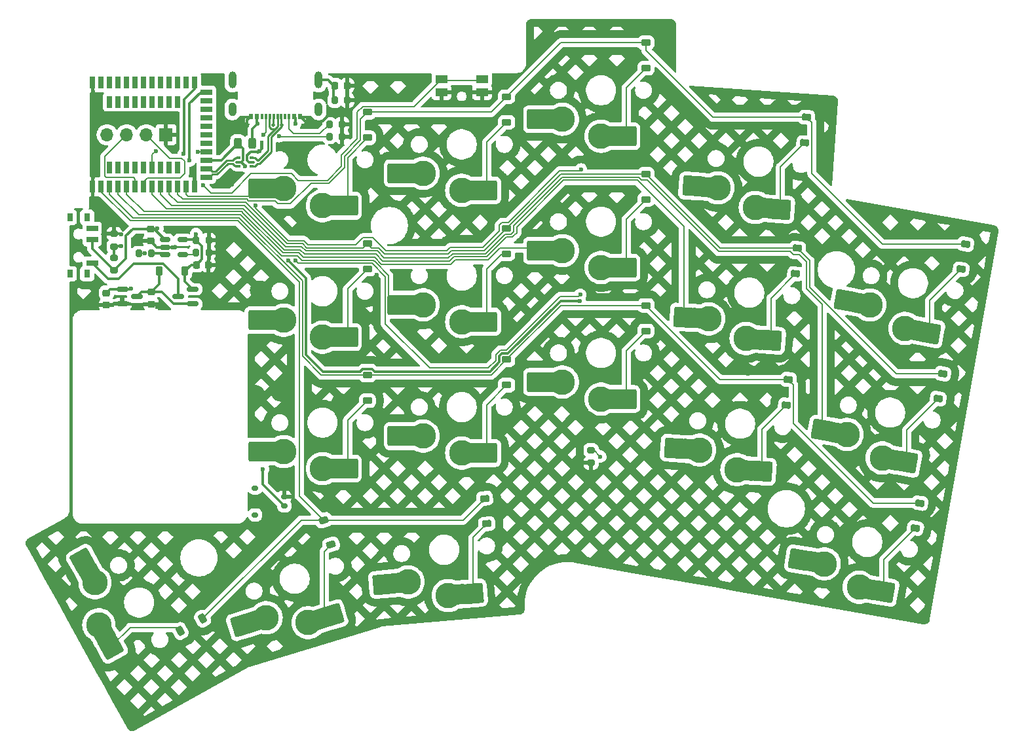
<source format=gbl>
G04 #@! TF.GenerationSoftware,KiCad,Pcbnew,8.0.4*
G04 #@! TF.CreationDate,2024-10-20T02:46:56-03:00*
G04 #@! TF.ProjectId,carpo_right,63617270-6f5f-4726-9967-68742e6b6963,rev?*
G04 #@! TF.SameCoordinates,PX7b6f01cPY41b54a0*
G04 #@! TF.FileFunction,Copper,L2,Bot*
G04 #@! TF.FilePolarity,Positive*
%FSLAX46Y46*%
G04 Gerber Fmt 4.6, Leading zero omitted, Abs format (unit mm)*
G04 Created by KiCad (PCBNEW 8.0.4) date 2024-10-20 02:46:56*
%MOMM*%
%LPD*%
G01*
G04 APERTURE LIST*
G04 Aperture macros list*
%AMRoundRect*
0 Rectangle with rounded corners*
0 $1 Rounding radius*
0 $2 $3 $4 $5 $6 $7 $8 $9 X,Y pos of 4 corners*
0 Add a 4 corners polygon primitive as box body*
4,1,4,$2,$3,$4,$5,$6,$7,$8,$9,$2,$3,0*
0 Add four circle primitives for the rounded corners*
1,1,$1+$1,$2,$3*
1,1,$1+$1,$4,$5*
1,1,$1+$1,$6,$7*
1,1,$1+$1,$8,$9*
0 Add four rect primitives between the rounded corners*
20,1,$1+$1,$2,$3,$4,$5,0*
20,1,$1+$1,$4,$5,$6,$7,0*
20,1,$1+$1,$6,$7,$8,$9,0*
20,1,$1+$1,$8,$9,$2,$3,0*%
%AMRotRect*
0 Rectangle, with rotation*
0 The origin of the aperture is its center*
0 $1 length*
0 $2 width*
0 $3 Rotation angle, in degrees counterclockwise*
0 Add horizontal line*
21,1,$1,$2,0,0,$3*%
G04 Aperture macros list end*
G04 #@! TA.AperFunction,ComponentPad*
%ADD10R,1.700000X1.700000*%
G04 #@! TD*
G04 #@! TA.AperFunction,ComponentPad*
%ADD11O,1.700000X1.700000*%
G04 #@! TD*
G04 #@! TA.AperFunction,SMDPad,CuDef*
%ADD12RoundRect,0.225000X-0.330232X0.286700X-0.408374X-0.156464X0.330232X-0.286700X0.408374X0.156464X0*%
G04 #@! TD*
G04 #@! TA.AperFunction,ComponentPad*
%ADD13C,3.300000*%
G04 #@! TD*
G04 #@! TA.AperFunction,SMDPad,CuDef*
%ADD14R,1.200000X2.600000*%
G04 #@! TD*
G04 #@! TA.AperFunction,SMDPad,CuDef*
%ADD15RoundRect,0.260000X1.065000X1.040000X-1.065000X1.040000X-1.065000X-1.040000X1.065000X-1.040000X0*%
G04 #@! TD*
G04 #@! TA.AperFunction,SMDPad,CuDef*
%ADD16RoundRect,0.200000X-0.200000X-0.275000X0.200000X-0.275000X0.200000X0.275000X-0.200000X0.275000X0*%
G04 #@! TD*
G04 #@! TA.AperFunction,SMDPad,CuDef*
%ADD17RoundRect,0.225000X-0.424398X0.105529X-0.292831X-0.324808X0.424398X-0.105529X0.292831X0.324808X0*%
G04 #@! TD*
G04 #@! TA.AperFunction,SMDPad,CuDef*
%ADD18RoundRect,0.243750X-0.243750X-0.456250X0.243750X-0.456250X0.243750X0.456250X-0.243750X0.456250X0*%
G04 #@! TD*
G04 #@! TA.AperFunction,SMDPad,CuDef*
%ADD19RoundRect,0.225000X-0.250000X0.225000X-0.250000X-0.225000X0.250000X-0.225000X0.250000X0.225000X0*%
G04 #@! TD*
G04 #@! TA.AperFunction,SMDPad,CuDef*
%ADD20RoundRect,0.225000X-0.375000X0.225000X-0.375000X-0.225000X0.375000X-0.225000X0.375000X0.225000X0*%
G04 #@! TD*
G04 #@! TA.AperFunction,SMDPad,CuDef*
%ADD21RotRect,1.200000X2.600000X176.000000*%
G04 #@! TD*
G04 #@! TA.AperFunction,SMDPad,CuDef*
%ADD22RoundRect,0.260000X1.134952X0.963176X-0.989859X1.111757X-1.134952X-0.963176X0.989859X-1.111757X0*%
G04 #@! TD*
G04 #@! TA.AperFunction,SMDPad,CuDef*
%ADD23RotRect,1.200000X2.600000X356.000000*%
G04 #@! TD*
G04 #@! TA.AperFunction,SMDPad,CuDef*
%ADD24RotRect,1.200000X2.600000X170.000000*%
G04 #@! TD*
G04 #@! TA.AperFunction,SMDPad,CuDef*
%ADD25RoundRect,0.260000X1.229414X0.839265X-0.868226X1.209135X-1.229414X-0.839265X0.868226X-1.209135X0*%
G04 #@! TD*
G04 #@! TA.AperFunction,SMDPad,CuDef*
%ADD26RotRect,1.200000X2.600000X350.000000*%
G04 #@! TD*
G04 #@! TA.AperFunction,SMDPad,CuDef*
%ADD27RotRect,1.200000X2.600000X185.000000*%
G04 #@! TD*
G04 #@! TA.AperFunction,SMDPad,CuDef*
%ADD28RoundRect,0.260000X0.970305X1.128863X-1.151589X0.943222X-0.970305X-1.128863X1.151589X-0.943222X0*%
G04 #@! TD*
G04 #@! TA.AperFunction,SMDPad,CuDef*
%ADD29RotRect,1.200000X2.600000X5.000000*%
G04 #@! TD*
G04 #@! TA.AperFunction,SMDPad,CuDef*
%ADD30R,0.700000X1.524000*%
G04 #@! TD*
G04 #@! TA.AperFunction,SMDPad,CuDef*
%ADD31R,1.524000X0.700000*%
G04 #@! TD*
G04 #@! TA.AperFunction,SMDPad,CuDef*
%ADD32RoundRect,0.150000X-0.512500X-0.150000X0.512500X-0.150000X0.512500X0.150000X-0.512500X0.150000X0*%
G04 #@! TD*
G04 #@! TA.AperFunction,SMDPad,CuDef*
%ADD33RoundRect,0.225000X-0.358391X0.250611X-0.389782X-0.198293X0.358391X-0.250611X0.389782X0.198293X0*%
G04 #@! TD*
G04 #@! TA.AperFunction,SMDPad,CuDef*
%ADD34RotRect,1.200000X2.600000X119.000000*%
G04 #@! TD*
G04 #@! TA.AperFunction,SMDPad,CuDef*
%ADD35RoundRect,0.260000X1.425927X-0.427268X0.393282X1.435672X-1.425927X0.427268X-0.393282X-1.435672X0*%
G04 #@! TD*
G04 #@! TA.AperFunction,SMDPad,CuDef*
%ADD36RotRect,1.200000X2.600000X299.000000*%
G04 #@! TD*
G04 #@! TA.AperFunction,SMDPad,CuDef*
%ADD37RoundRect,0.225000X0.225000X0.250000X-0.225000X0.250000X-0.225000X-0.250000X0.225000X-0.250000X0*%
G04 #@! TD*
G04 #@! TA.AperFunction,SMDPad,CuDef*
%ADD38R,1.550000X1.000000*%
G04 #@! TD*
G04 #@! TA.AperFunction,SMDPad,CuDef*
%ADD39RoundRect,0.225000X-0.225000X-0.375000X0.225000X-0.375000X0.225000X0.375000X-0.225000X0.375000X0*%
G04 #@! TD*
G04 #@! TA.AperFunction,SMDPad,CuDef*
%ADD40RoundRect,0.200000X0.200000X0.275000X-0.200000X0.275000X-0.200000X-0.275000X0.200000X-0.275000X0*%
G04 #@! TD*
G04 #@! TA.AperFunction,SMDPad,CuDef*
%ADD41R,0.800000X1.000000*%
G04 #@! TD*
G04 #@! TA.AperFunction,SMDPad,CuDef*
%ADD42R,1.500000X0.700000*%
G04 #@! TD*
G04 #@! TA.AperFunction,SMDPad,CuDef*
%ADD43RoundRect,0.200000X0.275000X-0.200000X0.275000X0.200000X-0.275000X0.200000X-0.275000X-0.200000X0*%
G04 #@! TD*
G04 #@! TA.AperFunction,SMDPad,CuDef*
%ADD44RotRect,1.200000X2.600000X197.000000*%
G04 #@! TD*
G04 #@! TA.AperFunction,SMDPad,CuDef*
%ADD45RoundRect,0.260000X0.714398X1.305933X-1.322531X0.683181X-0.714398X-1.305933X1.322531X-0.683181X0*%
G04 #@! TD*
G04 #@! TA.AperFunction,SMDPad,CuDef*
%ADD46RotRect,1.200000X2.600000X17.000000*%
G04 #@! TD*
G04 #@! TA.AperFunction,SMDPad,CuDef*
%ADD47RoundRect,0.225000X-0.225000X-0.250000X0.225000X-0.250000X0.225000X0.250000X-0.225000X0.250000X0*%
G04 #@! TD*
G04 #@! TA.AperFunction,SMDPad,CuDef*
%ADD48RoundRect,0.150000X0.587500X0.150000X-0.587500X0.150000X-0.587500X-0.150000X0.587500X-0.150000X0*%
G04 #@! TD*
G04 #@! TA.AperFunction,SMDPad,CuDef*
%ADD49RoundRect,0.225000X-0.393183X0.191460X-0.353963X-0.256827X0.393183X-0.191460X0.353963X0.256827X0*%
G04 #@! TD*
G04 #@! TA.AperFunction,SMDPad,CuDef*
%ADD50R,0.540000X0.800000*%
G04 #@! TD*
G04 #@! TA.AperFunction,SMDPad,CuDef*
%ADD51R,0.300000X0.800000*%
G04 #@! TD*
G04 #@! TA.AperFunction,ComponentPad*
%ADD52O,1.000000X1.800000*%
G04 #@! TD*
G04 #@! TA.AperFunction,ComponentPad*
%ADD53O,1.000000X2.200000*%
G04 #@! TD*
G04 #@! TA.AperFunction,SMDPad,CuDef*
%ADD54RoundRect,0.150000X-0.587500X-0.150000X0.587500X-0.150000X0.587500X0.150000X-0.587500X0.150000X0*%
G04 #@! TD*
G04 #@! TA.AperFunction,SMDPad,CuDef*
%ADD55RoundRect,0.093750X0.156250X0.093750X-0.156250X0.093750X-0.156250X-0.093750X0.156250X-0.093750X0*%
G04 #@! TD*
G04 #@! TA.AperFunction,SMDPad,CuDef*
%ADD56RoundRect,0.075000X0.250000X0.075000X-0.250000X0.075000X-0.250000X-0.075000X0.250000X-0.075000X0*%
G04 #@! TD*
G04 #@! TA.AperFunction,SMDPad,CuDef*
%ADD57RoundRect,0.225000X0.014986X0.437065X-0.378593X0.218900X-0.014986X-0.437065X0.378593X-0.218900X0*%
G04 #@! TD*
G04 #@! TA.AperFunction,SMDPad,CuDef*
%ADD58RoundRect,0.150000X0.275000X-0.150000X0.275000X0.150000X-0.275000X0.150000X-0.275000X-0.150000X0*%
G04 #@! TD*
G04 #@! TA.AperFunction,SMDPad,CuDef*
%ADD59RoundRect,0.175000X0.225000X-0.175000X0.225000X0.175000X-0.225000X0.175000X-0.225000X-0.175000X0*%
G04 #@! TD*
G04 #@! TA.AperFunction,SMDPad,CuDef*
%ADD60RoundRect,0.200000X-0.275000X0.200000X-0.275000X-0.200000X0.275000X-0.200000X0.275000X0.200000X0*%
G04 #@! TD*
G04 #@! TA.AperFunction,ViaPad*
%ADD61C,0.600000*%
G04 #@! TD*
G04 #@! TA.AperFunction,ViaPad*
%ADD62C,0.500000*%
G04 #@! TD*
G04 #@! TA.AperFunction,Conductor*
%ADD63C,0.200000*%
G04 #@! TD*
G04 #@! TA.AperFunction,Conductor*
%ADD64C,0.300000*%
G04 #@! TD*
G04 #@! TA.AperFunction,Conductor*
%ADD65C,0.220000*%
G04 #@! TD*
G04 APERTURE END LIST*
D10*
X-20220000Y3250000D03*
D11*
X-22760000Y3250000D03*
X-25300000Y3250000D03*
X-27840000Y3250000D03*
D12*
X80141049Y-27657175D03*
X79568011Y-30907041D03*
D13*
X13000000Y-35750000D03*
D14*
X11450000Y-35750000D03*
D15*
X9755000Y-35750000D03*
X21245000Y-37950000D03*
D14*
X19550000Y-37950000D03*
D13*
X18000000Y-37950000D03*
D16*
X875000Y3000000D03*
X2525000Y3000000D03*
D17*
X150337Y-46622969D03*
X1115165Y-49778775D03*
D18*
X-10937500Y2100000D03*
X-9062500Y2100000D03*
D13*
X-5000000Y-3750000D03*
D14*
X-6550000Y-3750000D03*
D15*
X-8245000Y-3750000D03*
X3245000Y-5950000D03*
D14*
X1550000Y-5950000D03*
D13*
X0Y-5950000D03*
X-5000000Y-37750000D03*
D14*
X-6550000Y-37750000D03*
D15*
X-8245000Y-37750000D03*
X3245000Y-39950000D03*
D14*
X1550000Y-39950000D03*
D13*
X0Y-39950000D03*
D19*
X-22229532Y-8925000D03*
X-22229532Y-10475000D03*
D12*
X77189030Y-44398907D03*
X76615992Y-47648773D03*
D20*
X23800527Y-25850650D03*
X23800527Y-29150650D03*
X41800527Y-18850650D03*
X41800527Y-22150650D03*
D13*
X51098941Y-3623419D03*
D21*
X49552717Y-3515296D03*
D22*
X47861846Y-3397059D03*
X59170392Y-6393202D03*
D23*
X57479521Y-6274965D03*
D13*
X55933297Y-6166842D03*
X67785603Y-35530640D03*
D24*
X66259153Y-35261486D03*
D25*
X64589901Y-34967152D03*
X75523317Y-39128944D03*
D26*
X73854067Y-38834613D03*
D13*
X72327615Y-38565458D03*
X11063853Y-54616229D03*
D27*
X9519751Y-54751320D03*
D28*
X7831201Y-54899049D03*
X19469220Y-56089258D03*
D29*
X17780670Y-56236987D03*
D13*
X16236569Y-56372078D03*
X13000000Y-1750001D03*
D14*
X11450000Y-1750001D03*
D15*
X9755000Y-1750001D03*
X21245000Y-3950001D03*
D14*
X19550000Y-3950001D03*
D13*
X18000000Y-3950001D03*
D30*
X-29700000Y10000000D03*
X-28600000Y10000000D03*
X-27500000Y10000000D03*
X-26400000Y10000000D03*
X-25300000Y10000000D03*
X-24200000Y10000000D03*
X-23100000Y10000000D03*
X-22000000Y10000000D03*
X-20900000Y10000000D03*
X-19800000Y10000000D03*
X-18700000Y10000000D03*
X-17600000Y10000000D03*
X-16500000Y10000000D03*
D31*
X-15000000Y8750000D03*
X-15000000Y7650000D03*
X-15000000Y6550000D03*
X-15000000Y5450000D03*
X-15000000Y4350000D03*
X-15000000Y3250000D03*
X-15000000Y2150000D03*
X-15000000Y1050000D03*
X-15000000Y-50000D03*
X-15000000Y-1150000D03*
X-15000000Y-2250000D03*
D30*
X-16500000Y-3500000D03*
X-17600000Y-3500000D03*
X-18700000Y-3500000D03*
X-19800000Y-3500000D03*
X-20900000Y-3500000D03*
X-22000000Y-3500000D03*
X-23100000Y-3500000D03*
X-24200000Y-3500000D03*
X-25300000Y-3500000D03*
X-26400000Y-3500000D03*
X-27500000Y-3500000D03*
X-28600000Y-3500000D03*
X-29700000Y-3500000D03*
X-27500000Y7500000D03*
X-26400000Y7500000D03*
X-25300000Y7500000D03*
X-24200000Y7500000D03*
X-23100000Y7500000D03*
X-22000000Y7500000D03*
X-20900000Y7500000D03*
X-19800000Y7500000D03*
X-18700000Y7500000D03*
X-27500000Y-1000000D03*
X-26400000Y-1000000D03*
X-25300000Y-1000000D03*
X-24200000Y-1000000D03*
X-23100000Y-1000000D03*
X-22000000Y-1000000D03*
X-20900000Y-1000000D03*
X-19800000Y-1000000D03*
X-18700000Y-1000000D03*
D20*
X5800527Y-10850650D03*
X5800527Y-14150650D03*
D13*
X48727221Y-37540596D03*
D21*
X47180997Y-37432473D03*
D22*
X45490126Y-37314236D03*
X56798672Y-40310379D03*
D23*
X55107801Y-40192142D03*
D13*
X53561577Y-40084019D03*
D20*
X5800527Y-27850650D03*
X5800527Y-31150650D03*
D32*
X-20367032Y-12250000D03*
X-20367032Y-11300000D03*
X-20367032Y-10350000D03*
X-18092032Y-10350000D03*
X-18092032Y-12250000D03*
D33*
X60191982Y-28418766D03*
X59961786Y-31710728D03*
D19*
X-22129532Y-17125000D03*
X-22129532Y-18675000D03*
D33*
X61377842Y-11460177D03*
X61147646Y-14752139D03*
D13*
X-29403491Y-54717921D03*
D34*
X-30154946Y-53362260D03*
D35*
X-30976698Y-51879780D03*
X-27330399Y-62995741D03*
D36*
X-28152151Y-61513261D03*
D13*
X-28903606Y-60157600D03*
D33*
X62563702Y5498411D03*
X62333506Y2206449D03*
D37*
X3175000Y9600000D03*
X1625000Y9600000D03*
D13*
X13000000Y-18750000D03*
D14*
X11450000Y-18750000D03*
D15*
X9755000Y-18750000D03*
X21245000Y-20950000D03*
D14*
X19550000Y-20950000D03*
D13*
X18000000Y-20950000D03*
D38*
X20625000Y10440000D03*
X15375000Y10440000D03*
X20625000Y8740000D03*
X15375000Y8740000D03*
D39*
X-21079532Y-14400000D03*
X-17779532Y-14400000D03*
D40*
X-14704532Y-10400000D03*
X-16354532Y-10400000D03*
D13*
X64833584Y-52272372D03*
D24*
X63307134Y-52003218D03*
D25*
X61637882Y-51708884D03*
X72571298Y-55870676D03*
D26*
X70902048Y-55576345D03*
D13*
X69375596Y-55307190D03*
D40*
X3225000Y7700000D03*
X1575000Y7700000D03*
D19*
X-27929532Y-17225000D03*
X-27929532Y-18775000D03*
D20*
X23800527Y8149349D03*
X23800527Y4849349D03*
D41*
X-32630000Y-14750000D03*
X-30420000Y-14750000D03*
X-32630000Y-7450000D03*
X-30420000Y-7450000D03*
D42*
X-29770000Y-13350000D03*
X-29770000Y-10350000D03*
X-29770000Y-8850000D03*
D20*
X41800527Y15149350D03*
X41800527Y11849350D03*
D43*
X-26929532Y-11225000D03*
X-26929532Y-9575000D03*
D20*
X5800527Y6149350D03*
X5800527Y2849350D03*
X23800527Y-8850650D03*
X23800527Y-12150650D03*
D13*
X31000000Y-11750000D03*
D14*
X29450000Y-11750000D03*
D15*
X27755000Y-11750000D03*
X39245000Y-13950000D03*
D14*
X37550000Y-13950000D03*
D13*
X36000000Y-13950000D03*
X-7283968Y-59247533D03*
D44*
X-8766240Y-59700710D03*
D45*
X-10387177Y-60196280D03*
X1243983Y-58940799D03*
D46*
X-376954Y-59436369D03*
D13*
X-1859226Y-59889545D03*
D47*
X-16304532Y-13600000D03*
X-14754532Y-13600000D03*
D48*
X-16754532Y-16750000D03*
X-16754532Y-18650000D03*
X-18629532Y-17700000D03*
D49*
X20960495Y-43813221D03*
X21248109Y-47100663D03*
D13*
X31000000Y5250000D03*
D14*
X29450000Y5250000D03*
D15*
X27755000Y5250000D03*
X39245000Y3050000D03*
D14*
X37550000Y3050000D03*
D13*
X36000000Y3050000D03*
D50*
X-2867000Y5603000D03*
X-9267000Y5603000D03*
X-3667000Y5603000D03*
X-8467000Y5603000D03*
D51*
X-7317000Y5603000D03*
X-6317000Y5603000D03*
X-5817000Y5603000D03*
X-4817000Y5603000D03*
X-4317000Y5603000D03*
X-5317000Y5603000D03*
X-6817000Y5603000D03*
X-7825000Y5603000D03*
D52*
X-491700Y6503000D03*
D53*
X-491700Y10303000D03*
X-11642300Y10303000D03*
D52*
X-11642600Y6503000D03*
D16*
X875000Y4600000D03*
X2525000Y4600000D03*
D43*
X-26929532Y-14325000D03*
X-26929532Y-12675000D03*
D54*
X-25867032Y-18650000D03*
X-25867032Y-16750000D03*
X-23992032Y-17700000D03*
D55*
X-9150000Y237500D03*
D56*
X-9075000Y-300000D03*
D55*
X-9150000Y-837500D03*
X-10850000Y-837500D03*
D56*
X-10925000Y-300000D03*
D55*
X-10850000Y237500D03*
D57*
X-15509124Y-59364974D03*
X-18395370Y-60964846D03*
D20*
X41800527Y-1850650D03*
X41800527Y-5150650D03*
D13*
X49913081Y-20582007D03*
D21*
X48366857Y-20473884D03*
D22*
X46675986Y-20355647D03*
X57984532Y-23351790D03*
D23*
X56293661Y-23233553D03*
D13*
X54747437Y-23125430D03*
D16*
X-16354532Y-12000000D03*
X-14704532Y-12000000D03*
D58*
X-4925000Y-44800000D03*
X-4925000Y-43600000D03*
D59*
X-8700000Y-45950000D03*
X-8700000Y-42450000D03*
D40*
X-22104532Y-12100000D03*
X-23754532Y-12100000D03*
D13*
X31000000Y-28750000D03*
D14*
X29450000Y-28750000D03*
D15*
X27755000Y-28750000D03*
X39245000Y-30950000D03*
D14*
X37550000Y-30950000D03*
D13*
X36000000Y-30950000D03*
X-5000000Y-20750000D03*
D14*
X-6550000Y-20750000D03*
D15*
X-8245000Y-20750000D03*
X3245000Y-22950000D03*
D14*
X1550000Y-22950000D03*
D13*
X0Y-22950000D03*
D12*
X83093068Y-10915443D03*
X82520030Y-14165309D03*
D13*
X70737622Y-18788908D03*
D24*
X69211172Y-18519754D03*
D25*
X67541920Y-18225420D03*
X78475336Y-22387212D03*
D26*
X76806086Y-22092881D03*
D13*
X75279634Y-21823726D03*
D60*
X34700000Y-37575000D03*
X34700000Y-39225000D03*
D61*
X-17199998Y-100000D03*
X-24729532Y-16700000D03*
X-21329532Y-8900000D03*
X-7700000Y-40000000D03*
X-3474865Y-13050650D03*
X33322344Y-17453926D03*
X-23004532Y-12100000D03*
X35900000Y-38400000D03*
X33400000Y-1250650D03*
X-8666322Y-5950000D03*
X-21508527Y1150000D03*
X-8379532Y4650000D03*
X-3529532Y4700000D03*
X-17957537Y734808D03*
X-26029532Y-11200000D03*
X-16129532Y1000000D03*
X-15429532Y-3300000D03*
X-26029532Y-9600000D03*
X-8129532Y1100000D03*
X2400000Y-31500000D03*
X-13929532Y-12000000D03*
X-16500000Y-2400000D03*
X-3429532Y200000D03*
X-5400000Y-30000000D03*
X-13929532Y-13600000D03*
X-11729532Y-3200000D03*
X-21329532Y-19000000D03*
X7000000Y-14874265D03*
X2570468Y5700000D03*
X65970468Y7700000D03*
X-29629532Y8800000D03*
X-2029532Y4700000D03*
X-13929532Y-10400000D03*
X-10429532Y4400000D03*
X-9729532Y4400000D03*
X-8100000Y-16900000D03*
X13670468Y7100000D03*
X2070468Y-19500000D03*
X-25929532Y-18000000D03*
X3225000Y6900000D03*
X-8400000Y-43700000D03*
X3200000Y10400000D03*
X-13929532Y-3400000D03*
X33500000Y-39200000D03*
X-29629532Y-2300000D03*
X-19329532Y-11300000D03*
X10070468Y-20900000D03*
X-8700000Y-30400000D03*
X-28829532Y-18800000D03*
X54970468Y-27700000D03*
X3570468Y3000000D03*
X-23029532Y-10475000D03*
X-11129532Y4400000D03*
X33250000Y-18250650D03*
X-10029532Y-800000D03*
X-4394103Y-13050650D03*
X-16329532Y-9600000D03*
D62*
X-6329532Y4500000D03*
X-5229532Y4500000D03*
D61*
X-5629532Y3050000D03*
X-7604181Y3250000D03*
D63*
X5800527Y2849350D02*
X3245000Y293823D01*
X3245000Y293823D02*
X3245000Y-5950000D01*
D64*
X-27454532Y-16750000D02*
X-25867032Y-16750000D01*
X-17199998Y-100000D02*
X-17199998Y7262002D01*
X-27929532Y-17225000D02*
X-27454532Y-16750000D01*
X-25867032Y-16750000D02*
X-24779532Y-16750000D01*
X-17199998Y7262002D02*
X-15712000Y8750000D01*
X-24779532Y-16750000D02*
X-24729532Y-16700000D01*
X-15712000Y8750000D02*
X-15000000Y8750000D01*
X-22229532Y-8925000D02*
X-21792032Y-8925000D01*
X-24454532Y-8925000D02*
X-22229532Y-8925000D01*
X-21354532Y-8925000D02*
X-21329532Y-8900000D01*
X-21792032Y-8925000D02*
X-20367032Y-10350000D01*
X-22229532Y-8925000D02*
X-21354532Y-8925000D01*
X-29770000Y-11484532D02*
X-26929532Y-14325000D01*
X-25379532Y-9850000D02*
X-24454532Y-8925000D01*
X-7700000Y-42025000D02*
X-4925000Y-44800000D01*
X-26929532Y-14325000D02*
X-25379532Y-12775000D01*
X-25379532Y-12775000D02*
X-25379532Y-9850000D01*
X-29770000Y-10350000D02*
X-29770000Y-11484532D01*
X-7700000Y-40000000D02*
X-7700000Y-42025000D01*
D63*
X21245000Y2293822D02*
X21245000Y-3950001D01*
X23800527Y4849349D02*
X21245000Y2293822D01*
X41800527Y14158190D02*
X50460306Y5498411D01*
X83093068Y-10915443D02*
X72378910Y-10915443D01*
X4900527Y5249350D02*
X5800527Y6149350D01*
X-18700000Y-4462000D02*
X-18062000Y-5100000D01*
X-1496689Y-3067157D02*
X803311Y-3067157D01*
X30800528Y15149350D02*
X41800527Y15149350D01*
X63249285Y-1785818D02*
X63249285Y4812828D01*
X-9799164Y-5100000D02*
X-9549164Y-5350000D01*
X-4129532Y-5700000D02*
X-1496689Y-3067157D01*
X21800528Y6149350D02*
X23800527Y8149349D01*
X-9549164Y-5350000D02*
X-6157717Y-5350000D01*
X72378910Y-10915443D02*
X63249285Y-1785818D01*
X-18700000Y-3500000D02*
X-18700000Y-4462000D01*
X-5807717Y-5700000D02*
X-4129532Y-5700000D01*
X4900527Y2515036D02*
X4900527Y5249350D01*
X5800527Y6149350D02*
X21800528Y6149350D01*
X2845000Y459509D02*
X4900527Y2515036D01*
X803311Y-3067157D02*
X2845000Y-1025468D01*
X-18062000Y-5100000D02*
X-9799164Y-5100000D01*
X2845000Y-1025468D02*
X2845000Y459509D01*
X41800527Y15149350D02*
X41800527Y14158190D01*
X23800527Y8149349D02*
X30800528Y15149350D01*
X63249285Y4812828D02*
X62563702Y5498411D01*
X50460306Y5498411D02*
X62563702Y5498411D01*
X-6157717Y-5350000D02*
X-5807717Y-5700000D01*
X-2563592Y-10850650D02*
X-2014242Y-11400000D01*
X23800527Y-8850650D02*
X30800527Y-1850650D01*
X74111527Y-27657175D02*
X62970468Y-16516116D01*
X16653804Y-11750000D02*
X20901177Y-11750000D01*
X61377842Y-11460177D02*
X51410054Y-11460177D01*
X5800527Y-10850650D02*
X6349877Y-11400000D01*
X-18762000Y-5500000D02*
X-9964850Y-5500000D01*
X16203804Y-12200000D02*
X16653804Y-11750000D01*
X-19800000Y-3500000D02*
X-19800000Y-4462000D01*
X8028430Y-12200000D02*
X16203804Y-12200000D01*
X80141049Y-27657175D02*
X74111527Y-27657175D01*
X-2014242Y-11400000D02*
X5251177Y-11400000D01*
X51410054Y-11460177D02*
X41800527Y-1850650D01*
X-19800000Y-4462000D02*
X-18762000Y-5500000D01*
X7228430Y-11400000D02*
X8028430Y-12200000D01*
X30800527Y-1850650D02*
X41800527Y-1850650D01*
X62970468Y-16516116D02*
X62970468Y-13052803D01*
X5251177Y-11400000D02*
X5800527Y-10850650D01*
X20901177Y-11750000D02*
X23800527Y-8850650D01*
X-4614200Y-10850650D02*
X-2563592Y-10850650D01*
X6349877Y-11400000D02*
X7228430Y-11400000D01*
X-9964850Y-5500000D02*
X-4614200Y-10850650D01*
X62970468Y-13052803D02*
X61377842Y-11460177D01*
X41800527Y11849350D02*
X39245000Y9293823D01*
X39245000Y9293823D02*
X39245000Y3050000D01*
X59170392Y-956665D02*
X62333506Y2206449D01*
X59170392Y-6393201D02*
X59170392Y-956665D01*
X-2600000Y-25400000D02*
X-149350Y-27850650D01*
X71159508Y-44398907D02*
X60877565Y-34116964D01*
X51368643Y-28418766D02*
X41800527Y-18850650D01*
X77189030Y-44398907D02*
X71159508Y-44398907D01*
X-149350Y-27850650D02*
X5800527Y-27850650D01*
X60191982Y-28418766D02*
X51368643Y-28418766D01*
X-2600000Y-15693280D02*
X-2600000Y-25400000D01*
X23800527Y-25850650D02*
X30800527Y-18850650D01*
X5800527Y-27850650D02*
X21800527Y-27850650D01*
X-24462000Y-7500000D02*
X-10793280Y-7500000D01*
X60877565Y-29104349D02*
X60191982Y-28418766D01*
X-10793280Y-7500000D02*
X-2600000Y-15693280D01*
X30800527Y-18850650D02*
X41800527Y-18850650D01*
X21800527Y-27850650D02*
X23800527Y-25850650D01*
X60877565Y-34116964D02*
X60877565Y-29104349D01*
X-27500000Y-3500000D02*
X-27500000Y-4462000D01*
X-27500000Y-4462000D02*
X-24462000Y-7500000D01*
X150337Y-46622969D02*
X18150747Y-46622969D01*
X-2767119Y-46622969D02*
X150337Y-46622969D01*
X-28600000Y-4112000D02*
X-24812000Y-7900000D01*
X-28600000Y-3500000D02*
X-28600000Y-4112000D01*
X-15509124Y-59364974D02*
X-2767119Y-46622969D01*
X-24812000Y-7900000D02*
X-10958966Y-7900000D01*
X-3000000Y-43472632D02*
X150337Y-46622969D01*
X-10958966Y-7900000D02*
X-3000000Y-15858966D01*
X18150747Y-46622969D02*
X20960495Y-43813221D01*
X-3000000Y-15858966D02*
X-3000000Y-43472632D01*
X78475336Y-22387215D02*
X78475336Y-18210003D01*
X78475336Y-18210003D02*
X82520030Y-14165309D01*
X13850650Y-26950650D02*
X8130000Y-21230000D01*
X-3125515Y-13400000D02*
X-3474865Y-13050650D01*
X33125620Y-17650650D02*
X30727735Y-17650650D01*
X-23004532Y-12100000D02*
X-23754532Y-12100000D01*
X21427735Y-26950650D02*
X13850650Y-26950650D01*
X8130000Y-15130000D02*
X6400000Y-13400000D01*
X33322344Y-17453926D02*
X33125620Y-17650650D01*
X22400527Y-25977858D02*
X21427735Y-26950650D01*
X8130000Y-21230000D02*
X8130000Y-15130000D01*
X22400527Y-25194846D02*
X22400527Y-25977858D01*
X30727735Y-17650650D02*
X23777735Y-24600650D01*
X23777735Y-24600650D02*
X22994723Y-24600650D01*
X6400000Y-13400000D02*
X-3125515Y-13400000D01*
X22994723Y-24600650D02*
X22400527Y-25194846D01*
X5800527Y-14150650D02*
X3245000Y-16706177D01*
X3245000Y-16706177D02*
X3245000Y-22950000D01*
X34700000Y-37575000D02*
X35075000Y-37575000D01*
X35075000Y-37575000D02*
X35900000Y-38400000D01*
X33200000Y-1450650D02*
X33400000Y-1250650D01*
X22851831Y-9233660D02*
X22851831Y-8450650D01*
X5201831Y-10100650D02*
X6494766Y-10100650D01*
X23201831Y-8100650D02*
X23984841Y-8100650D01*
X16488118Y-11350000D02*
X20735491Y-11350000D01*
X-8666322Y-5950000D02*
X-8666322Y-6232842D01*
X8194116Y-11800000D02*
X16038118Y-11800000D01*
X20735491Y-11350000D02*
X22851831Y-9233660D01*
X16038118Y-11800000D02*
X16488118Y-11350000D01*
X30634841Y-1450650D02*
X33200000Y-1450650D01*
X-4448514Y-10450650D02*
X-2397906Y-10450650D01*
X-22000000Y658527D02*
X-22000000Y-1000000D01*
X-21508527Y1150000D02*
X-22000000Y658527D01*
X-2397906Y-10450650D02*
X-1848556Y-11000000D01*
X-8666322Y-6232842D02*
X-4448514Y-10450650D01*
X4302481Y-11000000D02*
X5201831Y-10100650D01*
X22851831Y-8450650D02*
X23201831Y-8100650D01*
X6494766Y-10100650D02*
X8194116Y-11800000D01*
X23984841Y-8100650D02*
X30634841Y-1450650D01*
X-1848556Y-11000000D02*
X4302481Y-11000000D01*
D65*
X-14223000Y-1515000D02*
X-13806162Y-1515000D01*
X-15000000Y-1150000D02*
X-14588000Y-1150000D01*
X-11302501Y160000D02*
X-11225001Y237500D01*
X-12406162Y-115000D02*
X-11611552Y-115000D01*
X-11336552Y160000D02*
X-11302501Y160000D01*
X-11225001Y237500D02*
X-10850000Y237500D01*
X-14588000Y-1150000D02*
X-14223000Y-1515000D01*
X-11611552Y-115000D02*
X-11336552Y160000D01*
X-13806162Y-1515000D02*
X-12406162Y-115000D01*
D63*
X21245000Y-14106177D02*
X21245000Y-20950000D01*
X23800527Y-12150650D02*
X23200527Y-12150650D01*
X23200527Y-12150650D02*
X21245000Y-14106177D01*
X41800527Y-5150650D02*
X39245000Y-7706177D01*
X39245000Y-7706177D02*
X39245000Y-13950000D01*
D65*
X-14223000Y-1885000D02*
X-13652902Y-1885000D01*
X-12252902Y-485000D02*
X-11611552Y-485000D01*
X-11302501Y-760000D02*
X-11225001Y-837500D01*
X-11225001Y-837500D02*
X-10850000Y-837500D01*
X-13652902Y-1885000D02*
X-12252902Y-485000D01*
X-15000000Y-2250000D02*
X-14588000Y-2250000D01*
X-11336552Y-760000D02*
X-11302501Y-760000D01*
X-14588000Y-2250000D02*
X-14223000Y-1885000D01*
X-11611552Y-485000D02*
X-11336552Y-760000D01*
D64*
X-3529532Y4700000D02*
X-3529532Y5465532D01*
X-9062500Y2100000D02*
X-9062500Y3967032D01*
X-8467000Y4737468D02*
X-8467000Y5603000D01*
X-8379532Y4650000D02*
X-8467000Y4737468D01*
X-9062500Y3967032D02*
X-8379532Y4650000D01*
X-3529532Y5465532D02*
X-3667000Y5603000D01*
D63*
X57984532Y-23351789D02*
X57984532Y-17915253D01*
X57984532Y-17915253D02*
X61147646Y-14752139D01*
X-22629532Y-2400000D02*
X-23100000Y-2870468D01*
X-18429532Y-2400000D02*
X-22629532Y-2400000D01*
X-17829532Y-1800000D02*
X-18429532Y-2400000D01*
X-18229532Y200000D02*
X-17829532Y-200000D01*
X-23100000Y-2870468D02*
X-23100000Y-3500000D01*
X-22760000Y3250000D02*
X-19710000Y200000D01*
X-19710000Y200000D02*
X-18229532Y200000D01*
X-17829532Y-200000D02*
X-17829532Y-1800000D01*
X75523317Y-39128947D02*
X75523317Y-34951735D01*
X75523317Y-34951735D02*
X79568011Y-30907041D01*
X-28150000Y-2079532D02*
X-27929532Y-2300000D01*
X-24438000Y-2300000D02*
X-24200000Y-2538000D01*
X-27929532Y-2300000D02*
X-24438000Y-2300000D01*
X-25300000Y3250000D02*
X-28150000Y400000D01*
X-24200000Y-2538000D02*
X-24200000Y-3500000D01*
X-28150000Y400000D02*
X-28150000Y-2079532D01*
X3245000Y-33706177D02*
X3245000Y-39950000D01*
X5800527Y-31150650D02*
X3245000Y-33706177D01*
D64*
X-22104532Y-12100000D02*
X-20517032Y-12100000D01*
X-20517032Y-12100000D02*
X-20367032Y-12250000D01*
D63*
X-18092032Y-12250000D02*
X-16604532Y-12250000D01*
X-16604532Y-12250000D02*
X-16354532Y-12000000D01*
X21245000Y-31706177D02*
X23800527Y-29150650D01*
X21245000Y-37950000D02*
X21245000Y-31706177D01*
X-27330399Y-62995741D02*
X-24858142Y-60523484D01*
X-24858142Y-60523484D02*
X-18836732Y-60523484D01*
X-18836732Y-60523484D02*
X-18395370Y-60964846D01*
D64*
X-26029532Y-11200000D02*
X-26904532Y-11200000D01*
X-26929532Y-12675000D02*
X-26929532Y-11225000D01*
X-16500000Y9148771D02*
X-16500000Y10000000D01*
X-17849998Y842347D02*
X-17849998Y7798773D01*
X-17849998Y7798773D02*
X-16500000Y9148771D01*
X-26904532Y-11200000D02*
X-26929532Y-11225000D01*
X-17957537Y734808D02*
X-17849998Y842347D01*
D63*
X41800527Y-22150650D02*
X39245000Y-24706177D01*
X39245000Y-24706177D02*
X39245000Y-30950000D01*
X-3162375Y-2667157D02*
X637625Y-2667157D01*
X-14429532Y-4300000D02*
X-11729532Y-4300000D01*
X-9229532Y-1800000D02*
X-4029532Y-1800000D01*
X20425000Y10240000D02*
X20625000Y10440000D01*
X-15429532Y-3300000D02*
X-14429532Y-4300000D01*
X-11729532Y-4300000D02*
X-9229532Y-1800000D01*
X4500527Y6198046D02*
X5202481Y6900000D01*
X5202481Y6900000D02*
X11835000Y6900000D01*
X-4029532Y-1800000D02*
X-3162375Y-2667157D01*
X15575000Y10240000D02*
X20425000Y10240000D01*
X2445000Y-859782D02*
X2445000Y625195D01*
X15375000Y10440000D02*
X15575000Y10240000D01*
X11835000Y6900000D02*
X15375000Y10440000D01*
X-15050000Y1000000D02*
X-15000000Y1050000D01*
X637625Y-2667157D02*
X2445000Y-859782D01*
X-16129532Y1000000D02*
X-15050000Y1000000D01*
X4500527Y2680722D02*
X4500527Y6198046D01*
X2445000Y625195D02*
X4500527Y2680722D01*
X-9195000Y-4700000D02*
X-17362000Y-4700000D01*
X-8245000Y-3750000D02*
X-9195000Y-4700000D01*
X-17600000Y-4462000D02*
X-17600000Y-3500000D01*
X-17362000Y-4700000D02*
X-17600000Y-4462000D01*
X56798672Y-40310378D02*
X56798672Y-34873842D01*
X56798672Y-34873842D02*
X59961786Y-31710728D01*
X72571298Y-55870679D02*
X72571298Y-51693467D01*
X72571298Y-51693467D02*
X76615992Y-47648773D01*
X6565686Y-13000000D02*
X6800000Y-13234315D01*
X-3226336Y-12450650D02*
X-2676986Y-13000000D01*
X-2676986Y-13000000D02*
X6565686Y-13000000D01*
X6800000Y-13234315D02*
X8530000Y-14964314D01*
X8530000Y-14964314D02*
X8530000Y-17525000D01*
X-26400000Y-4462000D02*
X-23762000Y-7100000D01*
X-23762000Y-7100000D02*
X-10627594Y-7100000D01*
X8530000Y-17525000D02*
X9755000Y-18750000D01*
X-26400000Y-3500000D02*
X-26400000Y-4462000D01*
X-5276944Y-12450650D02*
X-3226336Y-12450650D01*
X-10627594Y-7100000D02*
X-5276944Y-12450650D01*
X202880Y-50691060D02*
X1115165Y-49778775D01*
X202880Y-57899697D02*
X202880Y-50691060D01*
X1243982Y-58940799D02*
X202880Y-57899697D01*
X19469220Y-48879552D02*
X21248109Y-47100663D01*
X19469220Y-56089258D02*
X19469220Y-48879552D01*
D64*
X1450000Y7825000D02*
X1575000Y7700000D01*
X1450000Y9600000D02*
X1450000Y7825000D01*
X-491700Y10303000D02*
X747000Y10303000D01*
X747000Y10303000D02*
X1450000Y9600000D01*
X-14704532Y-12000000D02*
X-13929532Y-12000000D01*
X-19329532Y-11300000D02*
X-20367032Y-11300000D01*
X-29700000Y-2370468D02*
X-29629532Y-2300000D01*
X716642Y5700000D02*
X2570468Y5700000D01*
X3225000Y7700000D02*
X3225000Y9475000D01*
X34700000Y-39225000D02*
X33525000Y-39225000D01*
X-23029532Y-10475000D02*
X-22229532Y-10475000D01*
X-9075000Y-300000D02*
X-9492656Y-300000D01*
X3175000Y9600000D02*
X3175000Y10375000D01*
X-9492656Y-300000D02*
X-9750000Y-42656D01*
X3175000Y10375000D02*
X3200000Y10400000D01*
X-25867032Y-18650000D02*
X-25867032Y-18062500D01*
X-26929532Y-9575000D02*
X-26054532Y-9575000D01*
X-16500000Y-2400000D02*
X-16500000Y-3500000D01*
X-8179532Y1050000D02*
X-8129532Y1100000D01*
X-2029532Y4700000D02*
X-2064000Y4800000D01*
X-22229532Y-10475000D02*
X-21404532Y-11300000D01*
X-14704532Y-10400000D02*
X-13929532Y-10400000D01*
X-183358Y4800000D02*
X716642Y5700000D01*
X-9729532Y5140468D02*
X-9267000Y5603000D01*
X-22129532Y-18675000D02*
X-21654532Y-18675000D01*
X2525000Y3000000D02*
X3570468Y3000000D01*
X-9729532Y4400000D02*
X-9729532Y5140468D01*
X-2064000Y4800000D02*
X-2867000Y5603000D01*
X3225000Y6900000D02*
X3225000Y7700000D01*
X-9279532Y1050000D02*
X-8179532Y1050000D01*
X-26054532Y-9575000D02*
X-26029532Y-9600000D01*
X-29700000Y8870468D02*
X-29629532Y8800000D01*
X-25867032Y-18062500D02*
X-25929532Y-18000000D01*
X3225000Y9475000D02*
X3350000Y9600000D01*
X-14754532Y-13600000D02*
X-13929532Y-13600000D01*
X-1829532Y4800000D02*
X-183358Y4800000D01*
X-29700000Y-3500000D02*
X-29700000Y-2370468D01*
X-9750000Y-42656D02*
X-9750000Y579532D01*
X-21654532Y-18675000D02*
X-21329532Y-19000000D01*
X-29700000Y10000000D02*
X-29700000Y8870468D01*
X-27929532Y-18775000D02*
X-28804532Y-18775000D01*
X2525000Y5654532D02*
X2570468Y5700000D01*
X-1829532Y4800000D02*
X-2029532Y4700000D01*
X-21404532Y-11300000D02*
X-20367032Y-11300000D01*
X-28804532Y-18775000D02*
X-28829532Y-18800000D01*
X-9750000Y579532D02*
X-9279532Y1050000D01*
X2525000Y4600000D02*
X2525000Y5654532D01*
X33525000Y-39225000D02*
X33500000Y-39200000D01*
X-18092032Y-10350000D02*
X-16404532Y-10350000D01*
X22850527Y-26164254D02*
X21614131Y-27400650D01*
X4850527Y-27400650D02*
X37046Y-27400650D01*
X-16354532Y-10400000D02*
X-16354532Y-9625000D01*
X-16354532Y-10400000D02*
X-15604532Y-11150000D01*
X-17779532Y-14400000D02*
X-16979532Y-13600000D01*
X5181119Y-27050650D02*
X4850527Y-27381242D01*
X-10507344Y-300000D02*
X-10029532Y-777812D01*
X-10250000Y-42656D02*
X-10507344Y-300000D01*
X6419935Y-27050650D02*
X5181119Y-27050650D01*
X33250000Y-18250650D02*
X30764131Y-18250650D01*
X-10937500Y2100000D02*
X-10250000Y1412500D01*
X6750527Y-27381242D02*
X6419935Y-27050650D01*
X-10937500Y2100000D02*
X-13087500Y-50000D01*
X6750527Y-27400650D02*
X6750527Y-27381242D01*
X37046Y-27400650D02*
X-2150000Y-25213604D01*
X-13087500Y-50000D02*
X-15000000Y-50000D01*
X-15604532Y-12900000D02*
X-16304532Y-13600000D01*
X21614131Y-27400650D02*
X6750527Y-27400650D01*
X-2150000Y-25213604D02*
X-2150000Y-15294753D01*
X-16979532Y-13600000D02*
X-16304532Y-13600000D01*
X-10507344Y-300000D02*
X-10925000Y-300000D01*
X22850527Y-25381242D02*
X22850527Y-26164254D01*
X4850527Y-27381242D02*
X4850527Y-27400650D01*
X-16404532Y-10350000D02*
X-16354532Y-10400000D01*
X-17779532Y-14400000D02*
X-17779532Y-15725000D01*
X30764131Y-18250650D02*
X23964131Y-25050650D01*
X23964131Y-25050650D02*
X23181119Y-25050650D01*
X-2150000Y-15294753D02*
X-4394103Y-13050650D01*
X-10029532Y-777812D02*
X-10029532Y-800000D01*
X-17779532Y-15725000D02*
X-16754532Y-16750000D01*
X-15604532Y-11150000D02*
X-15604532Y-12900000D01*
X-16354532Y-9625000D02*
X-16329532Y-9600000D01*
X-10250000Y1412500D02*
X-10250000Y-42656D01*
X23181119Y-25050650D02*
X22850527Y-25381242D01*
D65*
X-5817000Y4291283D02*
X-6118283Y3990000D01*
X-8440000Y-63448D02*
X-8440000Y-97499D01*
X-8663448Y160000D02*
X-8440000Y-63448D01*
X-7014532Y3093752D02*
X-6118284Y3990000D01*
X-6118284Y3990000D02*
X-6118283Y3990000D01*
X-6839532Y5580468D02*
X-6817000Y5603000D01*
X-8697499Y160000D02*
X-8663448Y160000D01*
X-6839532Y4210000D02*
X-6839532Y5580468D01*
X-6619532Y3990000D02*
X-6839532Y4210000D01*
X-7014532Y1176630D02*
X-7014532Y3093752D01*
X-6118283Y3990000D02*
X-6619532Y3990000D01*
X-8440000Y-97499D02*
X-8422499Y-115000D01*
X-5817000Y5603000D02*
X-5817000Y4291283D01*
X-8306162Y-115000D02*
X-7014532Y1176630D01*
X-8422499Y-115000D02*
X-8306162Y-115000D01*
X-9150000Y237500D02*
X-8774999Y237500D01*
X-8774999Y237500D02*
X-8697499Y160000D01*
D63*
X-325000Y3400000D02*
X875000Y4600000D01*
X-4317000Y5603000D02*
X-4317000Y3987468D01*
X-4317000Y3987468D02*
X-3729532Y3400000D01*
X-3729532Y3400000D02*
X-325000Y3400000D01*
D65*
X-6644532Y1023370D02*
X-6644532Y2940492D01*
X-5229532Y4355491D02*
X-5229532Y4500000D01*
X-8774999Y-837500D02*
X-8697499Y-760000D01*
X-8152902Y-485000D02*
X-6644532Y1023370D01*
X-5317000Y5603000D02*
X-5317000Y4587468D01*
X-8697499Y-760000D02*
X-8663448Y-760000D01*
X-8422499Y-485000D02*
X-8152902Y-485000D01*
X-8663448Y-760000D02*
X-8440000Y-536552D01*
X-6644532Y2940492D02*
X-5885024Y3700000D01*
X-6329532Y4500000D02*
X-6329532Y5590468D01*
X-9150000Y-837500D02*
X-8774999Y-837500D01*
X-6329532Y5590468D02*
X-6317000Y5603000D01*
X-8440000Y-536552D02*
X-8440000Y-502501D01*
X-5317000Y4587468D02*
X-5229532Y4500000D01*
X-5885024Y3700000D02*
X-5885023Y3700000D01*
X-5885023Y3700000D02*
X-5229532Y4355491D01*
X-8440000Y-502501D02*
X-8422499Y-485000D01*
D63*
X-7317000Y3537181D02*
X-7604181Y3250000D01*
X-7317000Y5603000D02*
X-7317000Y4771770D01*
X-5629532Y3050000D02*
X-5579532Y3000000D01*
X-5579532Y3000000D02*
X875000Y3000000D01*
X-7317000Y4771770D02*
X-7317000Y3537181D01*
X22947585Y-11400650D02*
X27405650Y-11400650D01*
X27405650Y-11400650D02*
X27755000Y-11750000D01*
X-25300000Y-3500000D02*
X-25300000Y-4462000D01*
X-2511300Y-12600000D02*
X6731372Y-12600000D01*
X-23062000Y-6700000D02*
X-10461908Y-6700000D01*
X-25300000Y-4462000D02*
X-23062000Y-6700000D01*
X21398235Y-12950000D02*
X22947585Y-11400650D01*
X-2826336Y-12284965D02*
X-2511300Y-12600000D01*
X6731372Y-12600000D02*
X7631372Y-13500000D01*
X7631372Y-13500000D02*
X16600862Y-13500000D01*
X17150862Y-12950000D02*
X21398235Y-12950000D01*
X16600862Y-13500000D02*
X17150862Y-12950000D01*
X-10227594Y-6934315D02*
X-5111259Y-12050650D01*
X-10461908Y-6700000D02*
X-10227594Y-6934315D01*
X-5111259Y-12050650D02*
X-3060650Y-12050650D01*
X-3060650Y-12050650D02*
X-2826336Y-12284965D01*
X16435176Y-13100000D02*
X16985176Y-12550000D01*
X-22000000Y-3500000D02*
X-22000000Y-4462000D01*
X46675985Y-8640490D02*
X46675985Y-20355647D01*
X-2894964Y-11650650D02*
X-2345614Y-12200000D01*
X24564909Y-10000650D02*
X24799223Y-9766335D01*
X25100527Y-9465032D02*
X25100527Y-8682022D01*
X-2345614Y-12200000D02*
X6897058Y-12200000D01*
X-20162000Y-6300000D02*
X-10296222Y-6300000D01*
X6897058Y-12200000D02*
X7797058Y-13100000D01*
X24799223Y-9766335D02*
X25100527Y-9465032D01*
X7797058Y-13100000D02*
X16435176Y-13100000D01*
X21232549Y-12550000D02*
X23781899Y-10000650D01*
X31131899Y-2650650D02*
X40686145Y-2650650D01*
X25100527Y-8682022D02*
X31131899Y-2650650D01*
X40686145Y-2650650D02*
X46675985Y-8640490D01*
X-10296222Y-6300000D02*
X-4945572Y-11650650D01*
X-22000000Y-4462000D02*
X-20162000Y-6300000D01*
X16985176Y-12550000D02*
X21232549Y-12550000D01*
X-4945572Y-11650650D02*
X-2894964Y-11650650D01*
X23781899Y-10000650D02*
X24564909Y-10000650D01*
X21066863Y-12150000D02*
X23616213Y-9600650D01*
X24700527Y-8516336D02*
X30966213Y-2250650D01*
X7962744Y-12700000D02*
X16269490Y-12700000D01*
X24700527Y-9299346D02*
X24700527Y-8516336D01*
X64589902Y-18701235D02*
X64589902Y-34967152D01*
X7062744Y-11800000D02*
X7962744Y-12700000D01*
X40851831Y-2250650D02*
X41201831Y-2600650D01*
X61588764Y-12236785D02*
X62570468Y-13218489D01*
X-4779886Y-11250650D02*
X-2729278Y-11250650D01*
X30966213Y-2250650D02*
X40851831Y-2250650D01*
X16819490Y-12150000D02*
X21066863Y-12150000D01*
X-2729278Y-11250650D02*
X-2179928Y-11800000D01*
X60818469Y-12236785D02*
X61588764Y-12236785D01*
X41201831Y-2600650D02*
X41984841Y-2600650D01*
X62570468Y-16681802D02*
X62804783Y-16916116D01*
X41984841Y-2600650D02*
X51244368Y-11860177D01*
X16269490Y-12700000D02*
X16819490Y-12150000D01*
X62570468Y-13218489D02*
X62570468Y-16681802D01*
X-19462000Y-5900000D02*
X-10130536Y-5900000D01*
X-10130536Y-5900000D02*
X-4779886Y-11250650D01*
X51244368Y-11860177D02*
X60441861Y-11860177D01*
X62804783Y-16916116D02*
X64589902Y-18701235D01*
X-20900000Y-3500000D02*
X-20900000Y-4462000D01*
X-20900000Y-4462000D02*
X-19462000Y-5900000D01*
X24399223Y-9600650D02*
X24700527Y-9299346D01*
X-2179928Y-11800000D02*
X7062744Y-11800000D01*
X23616213Y-9600650D02*
X24399223Y-9600650D01*
X60441861Y-11860177D02*
X60818469Y-12236785D01*
D64*
X-19279532Y-18650000D02*
X-16754532Y-18650000D01*
X-21079532Y-16075000D02*
X-22129532Y-17125000D01*
X-21079532Y-14400000D02*
X-21079532Y-16075000D01*
X-20804532Y-17125000D02*
X-19279532Y-18650000D01*
X-23417032Y-17125000D02*
X-22129532Y-17125000D01*
X-23992032Y-17700000D02*
X-23417032Y-17125000D01*
X-22129532Y-17125000D02*
X-20804532Y-17125000D01*
X-24379532Y-13450000D02*
X-26329532Y-15400000D01*
X-18629532Y-15430592D02*
X-20610124Y-13450000D01*
X-20610124Y-13450000D02*
X-24379532Y-13450000D01*
X-26329532Y-15400000D02*
X-27720000Y-15400000D01*
X-27720000Y-15400000D02*
X-29770000Y-13350000D01*
X-18629532Y-17700000D02*
X-18629532Y-15430592D01*
G04 #@! TA.AperFunction,Conductor*
G36*
X40802562Y14529165D02*
G01*
X40841062Y14489946D01*
X40852558Y14471307D01*
X40972482Y14351383D01*
X40972486Y14351380D01*
X41116821Y14262352D01*
X41116824Y14262351D01*
X41116830Y14262347D01*
X41116835Y14262346D01*
X41123373Y14259297D01*
X41122622Y14257687D01*
X41172474Y14223173D01*
X41199298Y14158657D01*
X41200026Y14145238D01*
X41200026Y14079136D01*
X41200025Y14079136D01*
X41240950Y13926405D01*
X41269885Y13876290D01*
X41269886Y13876286D01*
X41269887Y13876286D01*
X41320006Y13789476D01*
X41320008Y13789473D01*
X41438876Y13670605D01*
X41438882Y13670600D01*
X42097951Y13011531D01*
X42131436Y12950208D01*
X42126452Y12880516D01*
X42084580Y12824583D01*
X42019116Y12800166D01*
X42010270Y12799850D01*
X41377189Y12799850D01*
X41377171Y12799849D01*
X41277819Y12789700D01*
X41277816Y12789699D01*
X41116832Y12736354D01*
X41116821Y12736349D01*
X40972486Y12647321D01*
X40972482Y12647318D01*
X40852559Y12527395D01*
X40852556Y12527391D01*
X40763528Y12383056D01*
X40763523Y12383045D01*
X40710178Y12222060D01*
X40700027Y12122703D01*
X40700027Y11649448D01*
X40680342Y11582409D01*
X40663708Y11561767D01*
X38764481Y9662541D01*
X38764477Y9662536D01*
X38744726Y9628323D01*
X38744720Y9628313D01*
X38685423Y9525608D01*
X38644499Y9372880D01*
X38644499Y9372878D01*
X38644499Y9204777D01*
X38644500Y9204764D01*
X38644500Y4974500D01*
X38624815Y4907461D01*
X38572011Y4861706D01*
X38520500Y4850500D01*
X37212836Y4850500D01*
X37148408Y4868552D01*
X36991680Y4963861D01*
X36991675Y4963863D01*
X36721845Y5081066D01*
X36438560Y5160439D01*
X36438556Y5160440D01*
X36438555Y5160440D01*
X36284998Y5181546D01*
X36147099Y5200500D01*
X36147098Y5200500D01*
X35852902Y5200500D01*
X35852901Y5200500D01*
X35561445Y5160440D01*
X35561439Y5160439D01*
X35278154Y5081066D01*
X35008324Y4963863D01*
X35008319Y4963861D01*
X34756954Y4811002D01*
X34528743Y4625339D01*
X34327932Y4410324D01*
X34158282Y4169984D01*
X34158278Y4169978D01*
X34022927Y3908763D01*
X33924409Y3631560D01*
X33924404Y3631544D01*
X33864552Y3343514D01*
X33864551Y3343512D01*
X33844475Y3050000D01*
X33864551Y2756489D01*
X33864552Y2756487D01*
X33924404Y2468457D01*
X33924409Y2468441D01*
X34022927Y2191238D01*
X34158278Y1930023D01*
X34158282Y1930017D01*
X34327932Y1689677D01*
X34330982Y1686411D01*
X34472297Y1535100D01*
X34528743Y1474662D01*
X34610758Y1407938D01*
X34756951Y1289001D01*
X34756953Y1289000D01*
X34756954Y1288999D01*
X35008319Y1136140D01*
X35008324Y1136138D01*
X35275997Y1019872D01*
X35278159Y1018933D01*
X35561445Y939560D01*
X35795957Y907327D01*
X35852901Y899500D01*
X35852902Y899500D01*
X36147099Y899500D01*
X36204043Y907327D01*
X36438555Y939560D01*
X36721841Y1018933D01*
X36991682Y1136141D01*
X37148407Y1231450D01*
X37212836Y1249501D01*
X38129315Y1249501D01*
X38129325Y1249500D01*
X40360674Y1249501D01*
X40464833Y1260141D01*
X40633589Y1316061D01*
X40784900Y1409391D01*
X40910609Y1535100D01*
X41003939Y1686411D01*
X41059859Y1855167D01*
X41070500Y1959325D01*
X41070500Y2495537D01*
X44036178Y2495537D01*
X45098253Y1433462D01*
X46160327Y2495537D01*
X47571712Y2495537D01*
X48633787Y1433462D01*
X49695860Y2495536D01*
X51107246Y2495536D01*
X51427927Y2174855D01*
X51611219Y2115299D01*
X51615815Y2113705D01*
X51643426Y2103520D01*
X51647956Y2101748D01*
X51684172Y2086750D01*
X51688638Y2084796D01*
X51715412Y2072454D01*
X51719797Y2070328D01*
X51909078Y1973885D01*
X51913374Y1971589D01*
X51939070Y1957198D01*
X51943267Y1954738D01*
X51976692Y1934256D01*
X51980792Y1931631D01*
X52005290Y1915263D01*
X52009288Y1912477D01*
X52181145Y1787614D01*
X52185028Y1784674D01*
X52208161Y1766437D01*
X52211924Y1763349D01*
X52241731Y1737891D01*
X52245371Y1734656D01*
X52266999Y1714663D01*
X52270508Y1711289D01*
X52358828Y1622969D01*
X53231394Y2495536D01*
X54642780Y2495536D01*
X54837376Y2300940D01*
X54998957Y2394228D01*
X55002503Y2396199D01*
X55024154Y2407772D01*
X55027768Y2409628D01*
X55057066Y2424075D01*
X55060730Y2425808D01*
X55083085Y2435937D01*
X55086808Y2437551D01*
X55226798Y2495537D01*
X58178314Y2495537D01*
X59240388Y1433463D01*
X60246158Y2439233D01*
X60253518Y2544482D01*
X59240389Y3557611D01*
X58178314Y2495537D01*
X55226798Y2495537D01*
X55353221Y2547903D01*
X55357003Y2549397D01*
X55380006Y2558053D01*
X55383828Y2559420D01*
X55414759Y2569917D01*
X55418620Y2571158D01*
X55442080Y2578273D01*
X55445974Y2579385D01*
X55724481Y2654011D01*
X55728417Y2654997D01*
X55752318Y2660570D01*
X55756287Y2661427D01*
X55788324Y2667799D01*
X55792312Y2668524D01*
X55816531Y2672523D01*
X55820546Y2673119D01*
X56106430Y2710757D01*
X56110458Y2711221D01*
X56134889Y2713628D01*
X56138939Y2713960D01*
X56171535Y2716096D01*
X56175586Y2716295D01*
X56200117Y2717098D01*
X56204174Y2717164D01*
X56492522Y2717164D01*
X56496579Y2717098D01*
X56521110Y2716295D01*
X56525161Y2716096D01*
X56547857Y2714609D01*
X55704855Y3557611D01*
X54642780Y2495536D01*
X53231394Y2495536D01*
X53231395Y2495537D01*
X52169321Y3557611D01*
X51107246Y2495536D01*
X49695860Y2495536D01*
X49695861Y2495537D01*
X48633787Y3557611D01*
X47571712Y2495537D01*
X46160327Y2495537D01*
X45098253Y3557611D01*
X44036178Y2495537D01*
X41070500Y2495537D01*
X41070499Y4140674D01*
X41069766Y4147845D01*
X41059859Y4244833D01*
X41059858Y4244836D01*
X41053738Y4263304D01*
X42268411Y4263304D01*
X43330486Y3201229D01*
X44392560Y4263304D01*
X45803945Y4263304D01*
X46866020Y3201229D01*
X47928094Y4263304D01*
X49339478Y4263304D01*
X50401554Y3201229D01*
X51100237Y3899911D01*
X53238405Y3899911D01*
X53937088Y3201229D01*
X54635771Y3899911D01*
X56773939Y3899911D01*
X57472622Y3201229D01*
X58171305Y3899911D01*
X56773939Y3899911D01*
X54635771Y3899911D01*
X53238405Y3899911D01*
X51100237Y3899911D01*
X50570323Y3899911D01*
X50570291Y3899910D01*
X50348564Y3899910D01*
X50340452Y3900176D01*
X50291442Y3903389D01*
X50283365Y3904184D01*
X50218565Y3912717D01*
X50210563Y3914039D01*
X50162411Y3923617D01*
X50154508Y3925459D01*
X49938653Y3983298D01*
X49930889Y3985653D01*
X49884396Y4001435D01*
X49876803Y4004293D01*
X49816418Y4029304D01*
X49809024Y4032654D01*
X49764977Y4054376D01*
X49757822Y4058201D01*
X49628049Y4133126D01*
X49628049Y4133127D01*
X49564292Y4169935D01*
X49564258Y4169956D01*
X49499958Y4207080D01*
X49470577Y4236460D01*
X49458105Y4246031D01*
X49451835Y4251177D01*
X49414925Y4283547D01*
X49409004Y4289093D01*
X49387136Y4310961D01*
X49339478Y4263304D01*
X47928094Y4263304D01*
X46866020Y5325378D01*
X45803945Y4263304D01*
X44392560Y4263304D01*
X43330486Y5325378D01*
X42268411Y4263304D01*
X41053738Y4263304D01*
X41045391Y4288495D01*
X41003939Y4413589D01*
X41003935Y4413595D01*
X41003934Y4413598D01*
X40910611Y4564897D01*
X40910608Y4564901D01*
X40784900Y4690609D01*
X40784896Y4690612D01*
X40633597Y4783935D01*
X40633591Y4783938D01*
X40633589Y4783939D01*
X40464833Y4839859D01*
X40464826Y4839860D01*
X40360682Y4850500D01*
X40360675Y4850500D01*
X39969500Y4850500D01*
X39902461Y4870185D01*
X39856706Y4922989D01*
X39845500Y4974500D01*
X39845500Y6373927D01*
X40843500Y6373927D01*
X40843500Y5765747D01*
X40975071Y5722148D01*
X40981847Y5719682D01*
X41022400Y5703572D01*
X41029022Y5700716D01*
X41081669Y5676168D01*
X41088115Y5672930D01*
X41126541Y5652212D01*
X41132790Y5648604D01*
X41333550Y5524773D01*
X41339577Y5520809D01*
X41375336Y5495770D01*
X41381123Y5491462D01*
X41426689Y5455432D01*
X41432215Y5450795D01*
X41464813Y5421784D01*
X41470057Y5416836D01*
X41636836Y5250057D01*
X41641784Y5244813D01*
X41670795Y5212215D01*
X41675432Y5206689D01*
X41711462Y5161123D01*
X41715770Y5155336D01*
X41729479Y5135757D01*
X42624792Y6031070D01*
X44036178Y6031070D01*
X45098253Y4968995D01*
X46160328Y6031070D01*
X45098253Y7093145D01*
X44036178Y6031070D01*
X42624792Y6031070D01*
X42624793Y6031071D01*
X41742165Y6913699D01*
X41723383Y6910723D01*
X41718564Y6910056D01*
X41689331Y6906595D01*
X41684485Y6906118D01*
X41645406Y6903041D01*
X41640545Y6902754D01*
X41611093Y6901596D01*
X41606221Y6901500D01*
X41393779Y6901500D01*
X41388907Y6901596D01*
X41371840Y6902268D01*
X40843500Y6373927D01*
X39845500Y6373927D01*
X39845500Y7315535D01*
X42751713Y7315535D01*
X43330486Y6736762D01*
X44392561Y7798837D01*
X43565418Y8625980D01*
X43556048Y8566815D01*
X43555192Y8562021D01*
X43549443Y8533120D01*
X43548398Y8528359D01*
X43539245Y8490242D01*
X43538018Y8485537D01*
X43530025Y8457195D01*
X43528611Y8452535D01*
X43462974Y8250527D01*
X43461380Y8245931D01*
X43451195Y8218320D01*
X43449423Y8213790D01*
X43434425Y8177574D01*
X43432471Y8173108D01*
X43420129Y8146334D01*
X43418003Y8141949D01*
X43321560Y7952668D01*
X43319264Y7948372D01*
X43304873Y7922676D01*
X43302413Y7918479D01*
X43281931Y7885054D01*
X43279306Y7880954D01*
X43262938Y7856456D01*
X43260152Y7852458D01*
X43135289Y7680601D01*
X43132349Y7676718D01*
X43114112Y7653585D01*
X43111024Y7649822D01*
X43085566Y7620015D01*
X43082331Y7616375D01*
X43062338Y7594747D01*
X43058964Y7591238D01*
X42908762Y7441036D01*
X42905253Y7437662D01*
X42883625Y7417669D01*
X42879985Y7414434D01*
X42850178Y7388976D01*
X42846415Y7385888D01*
X42823282Y7367651D01*
X42819399Y7364711D01*
X42751713Y7315535D01*
X39845500Y7315535D01*
X39845500Y8993727D01*
X39865185Y9060766D01*
X39881814Y9081403D01*
X40238735Y9438324D01*
X40300057Y9471808D01*
X40369749Y9466824D01*
X40425682Y9424952D01*
X40450099Y9359488D01*
X40444346Y9312325D01*
X40426598Y9257703D01*
X40426597Y9257699D01*
X40399989Y9089699D01*
X40399500Y9086611D01*
X40399500Y8913389D01*
X40400603Y8906427D01*
X40426264Y8744403D01*
X40426598Y8742299D01*
X40480127Y8577555D01*
X40558768Y8423212D01*
X40660586Y8283072D01*
X40783072Y8160586D01*
X40923212Y8058768D01*
X41077555Y7980127D01*
X41242299Y7926598D01*
X41413389Y7899500D01*
X41413390Y7899500D01*
X41586610Y7899500D01*
X41586611Y7899500D01*
X41757701Y7926598D01*
X41922445Y7980127D01*
X42076788Y8058768D01*
X42216928Y8160586D01*
X42339414Y8283072D01*
X42441232Y8423212D01*
X42519873Y8577555D01*
X42573402Y8742299D01*
X42600500Y8913389D01*
X42600500Y9086611D01*
X42573402Y9257701D01*
X42519873Y9422445D01*
X42441232Y9576788D01*
X42339414Y9716928D01*
X42216928Y9839414D01*
X42076788Y9941232D01*
X41922445Y10019873D01*
X41757701Y10073402D01*
X41757699Y10073403D01*
X41757698Y10073403D01*
X41626271Y10094219D01*
X41586611Y10100500D01*
X41413389Y10100500D01*
X41381192Y10095401D01*
X41242301Y10073403D01*
X41242297Y10073402D01*
X41187674Y10055654D01*
X41117833Y10053659D01*
X41058000Y10089740D01*
X41027173Y10152442D01*
X41035138Y10221856D01*
X41061673Y10261262D01*
X41662943Y10862533D01*
X41724266Y10896017D01*
X41750624Y10898851D01*
X42223865Y10898851D01*
X42223871Y10898851D01*
X42223879Y10898852D01*
X42223882Y10898852D01*
X42278287Y10904410D01*
X42323235Y10909001D01*
X42484224Y10962347D01*
X42628571Y11051382D01*
X42748495Y11171306D01*
X42837530Y11315653D01*
X42890876Y11476642D01*
X42901027Y11576005D01*
X42901026Y11909096D01*
X42920710Y11976133D01*
X42973514Y12021888D01*
X43042673Y12031832D01*
X43106228Y12002807D01*
X43112707Y11996775D01*
X49975445Y5134037D01*
X49975455Y5134026D01*
X49979785Y5129696D01*
X49979786Y5129695D01*
X50091590Y5017891D01*
X50172999Y4970890D01*
X50228521Y4938834D01*
X50381249Y4897910D01*
X50381252Y4897910D01*
X50546959Y4897910D01*
X50546975Y4897911D01*
X61505746Y4897911D01*
X61572785Y4878226D01*
X61599330Y4855262D01*
X61682010Y4760150D01*
X61682012Y4760148D01*
X61819796Y4661261D01*
X61976672Y4596815D01*
X62075085Y4579757D01*
X62533434Y4547707D01*
X62598938Y4523394D01*
X62640898Y4467527D01*
X62648785Y4424009D01*
X62648785Y3270198D01*
X62629100Y3203159D01*
X62576296Y3157404D01*
X62516136Y3146500D01*
X62098670Y3175691D01*
X61977497Y3184164D01*
X61977495Y3184164D01*
X61877665Y3180970D01*
X61713348Y3138984D01*
X61713347Y3138984D01*
X61563142Y3060236D01*
X61435146Y2948970D01*
X61365640Y2852124D01*
X61336258Y2811184D01*
X61274385Y2660570D01*
X61271811Y2654305D01*
X61254753Y2555894D01*
X61254753Y2555891D01*
X61216620Y2010540D01*
X61216620Y2010527D01*
X61217126Y1994691D01*
X61199592Y1927057D01*
X61180870Y1903050D01*
X58801678Y-476143D01*
X58689873Y-587947D01*
X58689869Y-587952D01*
X58644074Y-667274D01*
X58643564Y-668157D01*
X58629500Y-692517D01*
X58615406Y-716929D01*
X58610815Y-724880D01*
X58569891Y-877608D01*
X58569891Y-877610D01*
X58569891Y-1045711D01*
X58569892Y-1045724D01*
X58569892Y-4413340D01*
X58550207Y-4480379D01*
X58497403Y-4526134D01*
X58437242Y-4537038D01*
X58249258Y-4523893D01*
X58249235Y-4523891D01*
X57273361Y-4455653D01*
X57207858Y-4431340D01*
X57203756Y-4428143D01*
X57176342Y-4405840D01*
X56924977Y-4252981D01*
X56924972Y-4252979D01*
X56655142Y-4135776D01*
X56371857Y-4056403D01*
X56371853Y-4056402D01*
X56371852Y-4056402D01*
X56149127Y-4025789D01*
X56080396Y-4016342D01*
X56080395Y-4016342D01*
X55786199Y-4016342D01*
X55786198Y-4016342D01*
X55494742Y-4056402D01*
X55494736Y-4056403D01*
X55211451Y-4135776D01*
X54941621Y-4252979D01*
X54941616Y-4252981D01*
X54690251Y-4405840D01*
X54462040Y-4591503D01*
X54261229Y-4806518D01*
X54091579Y-5046858D01*
X54091575Y-5046864D01*
X53956224Y-5308079D01*
X53857706Y-5585282D01*
X53857701Y-5585298D01*
X53797849Y-5873328D01*
X53797848Y-5873330D01*
X53777772Y-6166842D01*
X53797848Y-6460353D01*
X53797849Y-6460355D01*
X53857701Y-6748385D01*
X53857706Y-6748401D01*
X53956224Y-7025604D01*
X54091575Y-7286819D01*
X54091579Y-7286825D01*
X54261229Y-7527165D01*
X54462040Y-7742180D01*
X54589681Y-7846023D01*
X54690248Y-7927841D01*
X54690250Y-7927842D01*
X54690251Y-7927843D01*
X54941616Y-8080702D01*
X54941621Y-8080704D01*
X55187089Y-8187325D01*
X55211456Y-8197909D01*
X55494742Y-8277282D01*
X55750978Y-8312501D01*
X55786198Y-8317342D01*
X55786199Y-8317342D01*
X56080396Y-8317342D01*
X56111817Y-8313022D01*
X56371852Y-8277282D01*
X56655138Y-8197909D01*
X56924979Y-8080701D01*
X56949691Y-8065672D01*
X57017197Y-8047657D01*
X57022745Y-8047919D01*
X57927880Y-8111212D01*
X57927922Y-8111217D01*
X57931836Y-8111490D01*
X57931838Y-8111491D01*
X60157752Y-8267141D01*
X60262399Y-8263792D01*
X60434645Y-8219780D01*
X60508823Y-8180891D01*
X61783674Y-8180891D01*
X62775923Y-9173140D01*
X63837998Y-8111065D01*
X63837997Y-8111064D01*
X65249381Y-8111064D01*
X66311456Y-9173139D01*
X67343722Y-8140874D01*
X66281647Y-7078799D01*
X65249381Y-8111064D01*
X63837997Y-8111064D01*
X62775922Y-7048989D01*
X61864346Y-7960565D01*
X61863964Y-7962041D01*
X61848877Y-8014367D01*
X61846829Y-8020808D01*
X61833367Y-8059450D01*
X61830967Y-8065776D01*
X61783674Y-8180891D01*
X60508823Y-8180891D01*
X60592098Y-8137233D01*
X60726270Y-8020599D01*
X60829927Y-7876167D01*
X60897483Y-7711723D01*
X60915364Y-7608561D01*
X61003839Y-6343297D01*
X63481614Y-6343297D01*
X64543689Y-7405372D01*
X65575955Y-6373107D01*
X64513880Y-5311032D01*
X63481614Y-6343297D01*
X61003839Y-6343297D01*
X61067526Y-5432525D01*
X61064177Y-5327878D01*
X61020165Y-5155632D01*
X60937618Y-4998179D01*
X60820984Y-4864007D01*
X60820982Y-4864005D01*
X60676554Y-4760351D01*
X60676549Y-4760348D01*
X60512113Y-4692795D01*
X60512103Y-4692793D01*
X60408943Y-4674912D01*
X59886242Y-4638362D01*
X59820739Y-4614049D01*
X59778779Y-4558182D01*
X59770892Y-4514664D01*
X59770892Y-4491598D01*
X61797779Y-4491598D01*
X61804491Y-4502768D01*
X61808026Y-4509058D01*
X61917548Y-4717965D01*
X61920710Y-4724448D01*
X61938697Y-4764224D01*
X61941478Y-4770884D01*
X61961583Y-4823266D01*
X62775922Y-5637605D01*
X63808188Y-4605340D01*
X62746113Y-3543265D01*
X61797779Y-4491598D01*
X59770892Y-4491598D01*
X59770892Y-3630575D01*
X60768892Y-3630575D01*
X60919566Y-3781249D01*
X61045151Y-3832842D01*
X62021598Y-2856395D01*
X61939095Y-2713497D01*
X61728729Y-2713497D01*
X61723857Y-2713401D01*
X61694405Y-2712243D01*
X61689544Y-2711956D01*
X61650465Y-2708879D01*
X61645619Y-2708402D01*
X61616386Y-2704941D01*
X61611567Y-2704274D01*
X61401765Y-2671045D01*
X61396971Y-2670189D01*
X61368070Y-2664440D01*
X61363309Y-2663395D01*
X61325192Y-2654242D01*
X61320487Y-2653015D01*
X61292145Y-2645022D01*
X61287485Y-2643608D01*
X61085477Y-2577971D01*
X61080881Y-2576377D01*
X61053270Y-2566192D01*
X61048740Y-2564420D01*
X61012524Y-2549422D01*
X61008058Y-2547468D01*
X60981284Y-2535126D01*
X60976899Y-2533000D01*
X60787618Y-2436557D01*
X60783322Y-2434261D01*
X60768892Y-2426179D01*
X60768892Y-3630575D01*
X59770892Y-3630575D01*
X59770892Y-1256762D01*
X59790577Y-1189723D01*
X59807211Y-1169081D01*
X60522769Y-453523D01*
X60584092Y-420038D01*
X60653784Y-425022D01*
X60709717Y-466894D01*
X60734134Y-532358D01*
X60734450Y-541204D01*
X60734450Y-701608D01*
X60736877Y-716929D01*
X60761236Y-870732D01*
X60761548Y-872698D01*
X60815077Y-1037442D01*
X60893718Y-1191785D01*
X60995536Y-1331925D01*
X61118022Y-1454411D01*
X61258162Y-1556229D01*
X61412505Y-1634870D01*
X61577249Y-1688399D01*
X61748339Y-1715497D01*
X61748340Y-1715497D01*
X61921560Y-1715497D01*
X61921561Y-1715497D01*
X62092651Y-1688399D01*
X62257395Y-1634870D01*
X62411738Y-1556229D01*
X62451900Y-1527049D01*
X62517704Y-1503569D01*
X62585758Y-1519393D01*
X62634454Y-1569498D01*
X62648785Y-1627367D01*
X62648785Y-1699148D01*
X62648784Y-1699166D01*
X62648784Y-1864872D01*
X62648783Y-1864872D01*
X62652584Y-1879056D01*
X62689708Y-2017603D01*
X62689709Y-2017605D01*
X62689708Y-2017605D01*
X62708141Y-2049530D01*
X62708143Y-2049532D01*
X62708144Y-2049534D01*
X62745074Y-2113500D01*
X62768764Y-2154533D01*
X62887634Y-2273403D01*
X62887640Y-2273408D01*
X71894049Y-11279817D01*
X71894059Y-11279828D01*
X71898389Y-11284158D01*
X71898390Y-11284159D01*
X72010194Y-11395963D01*
X72010196Y-11395964D01*
X72010200Y-11395967D01*
X72107948Y-11452401D01*
X72147126Y-11475020D01*
X72238487Y-11499500D01*
X72299852Y-11515943D01*
X72299853Y-11515943D01*
X82046415Y-11515943D01*
X82113454Y-11535628D01*
X82133546Y-11552806D01*
X82133643Y-11552698D01*
X82139036Y-11557497D01*
X82139038Y-11557500D01*
X82265731Y-11670248D01*
X82415011Y-11750739D01*
X82457040Y-11762658D01*
X82511086Y-11777986D01*
X82511095Y-11777988D01*
X82511102Y-11777990D01*
X83344928Y-11925015D01*
X83424621Y-11930821D01*
X83444544Y-11932273D01*
X83444544Y-11932272D01*
X83444545Y-11932273D01*
X83612352Y-11907693D01*
X83769966Y-11845076D01*
X83908893Y-11747799D01*
X84021641Y-11621106D01*
X84102132Y-11471826D01*
X84129383Y-11375735D01*
X84224314Y-10837351D01*
X84231572Y-10737734D01*
X84206992Y-10569928D01*
X84189101Y-10524895D01*
X84144380Y-10412323D01*
X84144376Y-10412317D01*
X84144375Y-10412313D01*
X84047098Y-10273386D01*
X84047097Y-10273384D01*
X83920407Y-10160639D01*
X83864405Y-10130443D01*
X83771125Y-10080147D01*
X83771121Y-10080146D01*
X83771119Y-10080145D01*
X83675049Y-10052899D01*
X83675027Y-10052894D01*
X82841203Y-9905870D01*
X82741591Y-9898612D01*
X82573787Y-9923192D01*
X82573783Y-9923193D01*
X82416169Y-9985810D01*
X82277245Y-10083085D01*
X82277241Y-10083087D01*
X82164495Y-10209779D01*
X82154883Y-10227605D01*
X82142919Y-10249794D01*
X82093779Y-10299459D01*
X82033776Y-10314943D01*
X72679007Y-10314943D01*
X72611968Y-10295258D01*
X72591326Y-10278624D01*
X72018411Y-9705709D01*
X84867939Y-9705709D01*
X84978542Y-9863669D01*
X84982504Y-9869692D01*
X85005402Y-9906813D01*
X85009005Y-9913053D01*
X85036578Y-9964180D01*
X85039818Y-9970632D01*
X85058277Y-10010214D01*
X85061136Y-10016840D01*
X85145202Y-10228447D01*
X85147669Y-10235224D01*
X85161393Y-10276639D01*
X85163461Y-10283546D01*
X85178498Y-10339656D01*
X85180162Y-10346678D01*
X85184715Y-10368729D01*
X85756892Y-10940906D01*
X86093686Y-10604112D01*
X86306318Y-9398217D01*
X85344947Y-9228701D01*
X84867939Y-9705709D01*
X72018411Y-9705709D01*
X70423766Y-8111064D01*
X72320449Y-8111064D01*
X73382524Y-9173139D01*
X74444599Y-8111064D01*
X75855983Y-8111064D01*
X76918058Y-9173139D01*
X77897715Y-8193483D01*
X79473936Y-8193483D01*
X80453591Y-9173139D01*
X81139554Y-8487176D01*
X79473936Y-8193483D01*
X77897715Y-8193483D01*
X77980133Y-8111065D01*
X77760410Y-7891342D01*
X76328236Y-7638811D01*
X75855983Y-8111064D01*
X74444599Y-8111064D01*
X73468011Y-7134476D01*
X73322665Y-7108848D01*
X72320449Y-8111064D01*
X70423766Y-8111064D01*
X67634175Y-5321473D01*
X67600690Y-5260150D01*
X67605674Y-5190458D01*
X67647546Y-5134525D01*
X67713010Y-5110108D01*
X67743382Y-5111675D01*
X86767575Y-8466154D01*
X86779445Y-8468854D01*
X86893868Y-8500861D01*
X86916518Y-8509670D01*
X87017046Y-8560621D01*
X87037538Y-8573676D01*
X87126206Y-8643267D01*
X87143755Y-8660067D01*
X87205445Y-8731981D01*
X87217138Y-8745611D01*
X87231079Y-8765522D01*
X87258721Y-8814631D01*
X87286359Y-8863732D01*
X87296148Y-8885981D01*
X87331207Y-8993089D01*
X87336468Y-9016819D01*
X87349959Y-9128705D01*
X87350490Y-9153006D01*
X87341406Y-9271763D01*
X87339883Y-9283838D01*
X78493995Y-59451370D01*
X78493991Y-59451384D01*
X78493992Y-59451385D01*
X78485994Y-59496750D01*
X78483295Y-59508617D01*
X78451291Y-59623053D01*
X78442481Y-59645708D01*
X78391537Y-59746237D01*
X78378476Y-59766739D01*
X78308898Y-59855397D01*
X78292089Y-59872957D01*
X78206554Y-59946335D01*
X78186642Y-59960277D01*
X78088431Y-60015561D01*
X78066180Y-60025352D01*
X77959069Y-60060413D01*
X77935342Y-60065673D01*
X77823449Y-60079164D01*
X77799150Y-60079694D01*
X77680745Y-60070633D01*
X77668684Y-60069112D01*
X77661092Y-60067774D01*
X77661092Y-60067772D01*
X77661081Y-60067772D01*
X77622396Y-60060951D01*
X77622390Y-60060950D01*
X53688574Y-55840773D01*
X59946081Y-55840773D01*
X60055312Y-55950004D01*
X61675343Y-56235660D01*
X62070230Y-55840772D01*
X63481614Y-55840772D01*
X64347712Y-56706870D01*
X64680914Y-56765623D01*
X65605764Y-55840772D01*
X65169319Y-55404327D01*
X65099691Y-55413898D01*
X65095482Y-55414403D01*
X65069996Y-55417022D01*
X65065782Y-55417383D01*
X65031776Y-55419709D01*
X65027546Y-55419926D01*
X65001954Y-55420800D01*
X64997722Y-55420872D01*
X64669446Y-55420872D01*
X64665214Y-55420800D01*
X64639622Y-55419926D01*
X64635392Y-55419709D01*
X64601386Y-55417383D01*
X64597172Y-55417022D01*
X64571686Y-55414403D01*
X64567477Y-55413898D01*
X64242265Y-55369198D01*
X64238083Y-55368550D01*
X64212874Y-55364204D01*
X64208723Y-55363416D01*
X64175350Y-55356484D01*
X64171213Y-55355550D01*
X64146297Y-55349479D01*
X64142197Y-55348406D01*
X64010797Y-55311589D01*
X63481614Y-55840772D01*
X62070230Y-55840772D01*
X61536648Y-55307190D01*
X67220071Y-55307190D01*
X67240147Y-55600701D01*
X67240148Y-55600703D01*
X67300000Y-55888733D01*
X67300005Y-55888749D01*
X67398523Y-56165952D01*
X67533874Y-56427167D01*
X67533878Y-56427173D01*
X67703528Y-56667513D01*
X67740285Y-56706870D01*
X67852898Y-56827449D01*
X67904339Y-56882528D01*
X67991724Y-56953621D01*
X68132547Y-57068189D01*
X68132549Y-57068190D01*
X68132550Y-57068191D01*
X68383915Y-57221050D01*
X68383920Y-57221052D01*
X68653750Y-57338255D01*
X68653755Y-57338257D01*
X68937041Y-57417630D01*
X69178450Y-57450811D01*
X69228497Y-57457690D01*
X69228498Y-57457690D01*
X69522695Y-57457690D01*
X69572742Y-57450811D01*
X69814151Y-57417630D01*
X70097437Y-57338257D01*
X70186881Y-57299405D01*
X70256211Y-57290752D01*
X70257814Y-57291024D01*
X70541379Y-57341024D01*
X71216790Y-57460117D01*
X71231105Y-57462641D01*
X71231167Y-57462649D01*
X73357369Y-57837556D01*
X73461793Y-57845165D01*
X73637696Y-57819399D01*
X73802915Y-57753761D01*
X73948543Y-57651791D01*
X73987033Y-57608540D01*
X75855983Y-57608540D01*
X76918057Y-58670614D01*
X77768163Y-57820508D01*
X77831710Y-57460117D01*
X76918058Y-56546465D01*
X75855983Y-57608540D01*
X73987033Y-57608540D01*
X74066730Y-57518986D01*
X74151105Y-57362504D01*
X74178030Y-57267562D01*
X74179667Y-57261791D01*
X74179668Y-57261786D01*
X74179671Y-57261776D01*
X74265665Y-56774080D01*
X75279059Y-56774080D01*
X76212366Y-55840772D01*
X75554080Y-55182487D01*
X75552894Y-55198777D01*
X75552625Y-55201923D01*
X75550750Y-55220954D01*
X75550399Y-55224101D01*
X75547264Y-55249307D01*
X75546836Y-55252426D01*
X75544005Y-55271268D01*
X75543497Y-55274376D01*
X75279059Y-56774080D01*
X74265665Y-56774080D01*
X74558457Y-55113566D01*
X74566066Y-55009142D01*
X74540300Y-54833240D01*
X74518631Y-54778697D01*
X74474667Y-54668031D01*
X74474663Y-54668025D01*
X74474662Y-54668021D01*
X74372692Y-54522392D01*
X74343760Y-54496645D01*
X74239887Y-54404205D01*
X74225339Y-54396361D01*
X74083405Y-54319831D01*
X74083400Y-54319829D01*
X74083399Y-54319829D01*
X73982692Y-54291268D01*
X73982674Y-54291264D01*
X73274265Y-54166352D01*
X73211663Y-54135325D01*
X73175772Y-54075378D01*
X73175469Y-54073006D01*
X75855983Y-54073006D01*
X76918058Y-55135080D01*
X77980133Y-54073006D01*
X76918058Y-53010931D01*
X75855983Y-54073006D01*
X73175469Y-54073006D01*
X73171798Y-54044236D01*
X73171798Y-52355585D01*
X74169798Y-52355585D01*
X74169798Y-52386820D01*
X75150291Y-53367313D01*
X76022487Y-52495117D01*
X76014577Y-52496054D01*
X76009731Y-52496531D01*
X75970652Y-52499608D01*
X75965791Y-52499895D01*
X75936339Y-52501053D01*
X75931467Y-52501149D01*
X75719025Y-52501149D01*
X75714153Y-52501053D01*
X75684701Y-52499895D01*
X75679840Y-52499608D01*
X75640761Y-52496531D01*
X75635915Y-52496054D01*
X75606682Y-52492593D01*
X75601863Y-52491926D01*
X75392061Y-52458697D01*
X75387267Y-52457841D01*
X75358366Y-52452092D01*
X75353605Y-52451047D01*
X75315488Y-52441894D01*
X75310783Y-52440667D01*
X75282441Y-52432674D01*
X75277781Y-52431260D01*
X75075773Y-52365623D01*
X75071177Y-52364029D01*
X75043566Y-52353844D01*
X75039036Y-52352072D01*
X75002820Y-52337074D01*
X74998354Y-52335120D01*
X74971580Y-52322778D01*
X74967195Y-52320652D01*
X74936945Y-52305239D01*
X77623750Y-52305239D01*
X78573234Y-53254723D01*
X78891636Y-51448975D01*
X78685825Y-51243164D01*
X77623750Y-52305239D01*
X74936945Y-52305239D01*
X74777914Y-52224209D01*
X74773618Y-52221913D01*
X74747922Y-52207522D01*
X74743725Y-52205062D01*
X74710300Y-52184580D01*
X74706200Y-52181955D01*
X74681702Y-52165587D01*
X74677704Y-52162801D01*
X74505847Y-52037938D01*
X74501964Y-52034998D01*
X74495489Y-52029893D01*
X74169798Y-52355585D01*
X73171798Y-52355585D01*
X73171798Y-51993564D01*
X73191483Y-51926525D01*
X73208117Y-51905883D01*
X73871940Y-51242060D01*
X74538990Y-50575009D01*
X74600311Y-50541526D01*
X74670003Y-50546510D01*
X74725936Y-50588382D01*
X74749142Y-50643292D01*
X74751843Y-50660348D01*
X74751844Y-50660350D01*
X74805373Y-50825094D01*
X74884014Y-50979437D01*
X74985832Y-51119577D01*
X75108318Y-51242063D01*
X75248458Y-51343881D01*
X75402801Y-51422522D01*
X75567545Y-51476051D01*
X75738635Y-51503149D01*
X75738636Y-51503149D01*
X75911856Y-51503149D01*
X75911857Y-51503149D01*
X76082947Y-51476051D01*
X76247691Y-51422522D01*
X76402034Y-51343881D01*
X76542174Y-51242063D01*
X76664660Y-51119577D01*
X76766478Y-50979437D01*
X76845119Y-50825094D01*
X76898648Y-50660350D01*
X76925746Y-50489260D01*
X76925746Y-50316038D01*
X76898648Y-50144948D01*
X76845119Y-49980204D01*
X76766478Y-49825861D01*
X76664660Y-49685721D01*
X76542174Y-49563235D01*
X76402034Y-49461417D01*
X76247691Y-49382776D01*
X76121415Y-49341746D01*
X76082945Y-49329246D01*
X76065889Y-49326545D01*
X76002755Y-49296614D01*
X75965824Y-49237302D01*
X75965878Y-49233524D01*
X78087569Y-49233524D01*
X78685824Y-49831779D01*
X79281895Y-49235708D01*
X79421600Y-48443405D01*
X78728891Y-47750696D01*
X78632941Y-48294864D01*
X78632354Y-48297962D01*
X78628566Y-48316653D01*
X78627900Y-48319736D01*
X78622222Y-48344499D01*
X78621477Y-48347568D01*
X78616733Y-48366080D01*
X78615910Y-48369130D01*
X78577762Y-48503644D01*
X78575741Y-48510096D01*
X78562450Y-48548789D01*
X78560080Y-48555122D01*
X78539608Y-48605582D01*
X78536895Y-48611779D01*
X78519466Y-48648803D01*
X78516420Y-48654840D01*
X78409223Y-48853648D01*
X78405618Y-48859891D01*
X78382713Y-48897028D01*
X78378751Y-48903054D01*
X78345433Y-48950641D01*
X78341123Y-48956430D01*
X78314045Y-48990676D01*
X78309408Y-48996202D01*
X78158037Y-49166295D01*
X78153087Y-49171541D01*
X78122223Y-49202405D01*
X78116976Y-49207355D01*
X78087569Y-49233524D01*
X75965878Y-49233524D01*
X75966824Y-49167439D01*
X75997606Y-49116392D01*
X76471799Y-48642199D01*
X76533120Y-48608716D01*
X76581005Y-48607766D01*
X76867852Y-48658345D01*
X76953238Y-48664566D01*
X76967468Y-48665603D01*
X76967468Y-48665602D01*
X76967469Y-48665603D01*
X77135276Y-48641023D01*
X77292890Y-48578406D01*
X77431817Y-48481129D01*
X77544565Y-48354436D01*
X77625056Y-48205156D01*
X77652307Y-48109065D01*
X77747238Y-47570681D01*
X77754496Y-47471064D01*
X77729916Y-47303258D01*
X77700112Y-47228238D01*
X77667304Y-47145653D01*
X77667300Y-47145647D01*
X77667299Y-47145643D01*
X77570022Y-47006716D01*
X77570021Y-47006714D01*
X77443331Y-46893969D01*
X77397538Y-46869278D01*
X77294049Y-46813477D01*
X77294045Y-46813476D01*
X77294043Y-46813475D01*
X77197973Y-46786229D01*
X77197951Y-46786224D01*
X76364127Y-46639200D01*
X76264515Y-46631942D01*
X76096711Y-46656522D01*
X76096707Y-46656523D01*
X75939093Y-46719140D01*
X75800169Y-46816415D01*
X75800165Y-46816417D01*
X75687420Y-46943107D01*
X75606928Y-47092390D01*
X75606926Y-47092395D01*
X75579680Y-47188465D01*
X75579675Y-47188487D01*
X75484745Y-47726869D01*
X75477487Y-47826481D01*
X75477488Y-47826484D01*
X75482715Y-47862173D01*
X75472953Y-47931357D01*
X75447705Y-47967823D01*
X72202584Y-51212945D01*
X72090779Y-51324749D01*
X72090777Y-51324752D01*
X72048441Y-51398082D01*
X72048440Y-51398083D01*
X72011721Y-51461681D01*
X72011721Y-51461682D01*
X71970797Y-51614410D01*
X71970797Y-51614412D01*
X71970797Y-51782513D01*
X71970798Y-51782526D01*
X71970798Y-53788739D01*
X71951113Y-53855778D01*
X71898309Y-53901533D01*
X71829151Y-53911477D01*
X71825267Y-53910855D01*
X71782864Y-53903378D01*
X71782742Y-53903359D01*
X70888758Y-53745726D01*
X70832037Y-53719799D01*
X70618645Y-53546191D01*
X70618643Y-53546190D01*
X70618641Y-53546188D01*
X70367276Y-53393329D01*
X70367271Y-53393327D01*
X70097441Y-53276124D01*
X69814156Y-53196751D01*
X69814152Y-53196750D01*
X69814151Y-53196750D01*
X69621976Y-53170336D01*
X69522695Y-53156690D01*
X69522694Y-53156690D01*
X69228498Y-53156690D01*
X69228497Y-53156690D01*
X68937041Y-53196750D01*
X68937035Y-53196751D01*
X68653750Y-53276124D01*
X68383920Y-53393327D01*
X68383915Y-53393329D01*
X68132550Y-53546188D01*
X67904339Y-53731851D01*
X67703528Y-53946866D01*
X67533878Y-54187206D01*
X67533874Y-54187212D01*
X67398523Y-54448427D01*
X67300005Y-54725630D01*
X67300000Y-54725646D01*
X67240148Y-55013676D01*
X67240147Y-55013678D01*
X67220071Y-55307190D01*
X61536648Y-55307190D01*
X61008156Y-54778698D01*
X59946081Y-55840773D01*
X53688574Y-55840773D01*
X51116767Y-55387294D01*
X56864024Y-55387294D01*
X58341788Y-55647864D01*
X57472621Y-54778697D01*
X56864024Y-55387294D01*
X51116767Y-55387294D01*
X42100052Y-53797404D01*
X47847312Y-53797404D01*
X49653060Y-54115807D01*
X49695860Y-54073006D01*
X51107246Y-54073006D01*
X51470512Y-54436272D01*
X52658631Y-54645770D01*
X53231394Y-54073006D01*
X54642780Y-54073006D01*
X55704854Y-55135080D01*
X56766929Y-54073005D01*
X58178313Y-54073005D01*
X59240388Y-55135080D01*
X60096671Y-54278797D01*
X60040704Y-54268929D01*
X60037608Y-54268343D01*
X60018916Y-54264555D01*
X60015830Y-54263888D01*
X59991068Y-54258210D01*
X59988000Y-54257465D01*
X59969488Y-54252721D01*
X59966438Y-54251898D01*
X59827287Y-54212435D01*
X59820835Y-54210414D01*
X59782142Y-54197123D01*
X59775809Y-54194753D01*
X59725349Y-54174281D01*
X59719151Y-54171567D01*
X59682128Y-54154138D01*
X59676093Y-54151093D01*
X59470083Y-54040014D01*
X59463838Y-54036409D01*
X59426700Y-54013503D01*
X59420675Y-54009541D01*
X59373088Y-53976223D01*
X59367299Y-53971913D01*
X59333053Y-53944835D01*
X59327527Y-53940198D01*
X59151322Y-53783389D01*
X59146074Y-53778438D01*
X59115210Y-53747573D01*
X59110261Y-53742326D01*
X59071643Y-53698930D01*
X59067007Y-53693406D01*
X59039937Y-53659170D01*
X59035630Y-53653384D01*
X58900351Y-53460184D01*
X58896389Y-53454161D01*
X58873491Y-53417040D01*
X58869888Y-53410799D01*
X58859598Y-53391720D01*
X58178313Y-54073005D01*
X56766929Y-54073005D01*
X55704855Y-53010931D01*
X54642780Y-54073006D01*
X53231394Y-54073006D01*
X53231395Y-54073005D01*
X52169321Y-53010931D01*
X51107246Y-54073006D01*
X49695860Y-54073006D01*
X49695861Y-54073005D01*
X48633786Y-53010930D01*
X47847312Y-53797404D01*
X42100052Y-53797404D01*
X39212751Y-53288295D01*
X33083347Y-52207515D01*
X38830600Y-52207515D01*
X40636348Y-52525917D01*
X40857025Y-52305239D01*
X42268411Y-52305239D01*
X42885713Y-52922541D01*
X43641918Y-53055880D01*
X44392559Y-52305239D01*
X45803945Y-52305239D01*
X46866020Y-53367314D01*
X47928095Y-52305239D01*
X49339479Y-52305239D01*
X50401554Y-53367314D01*
X51463629Y-52305239D01*
X52875013Y-52305239D01*
X53937088Y-53367314D01*
X54999163Y-52305239D01*
X56410547Y-52305239D01*
X57472622Y-53367314D01*
X58269518Y-52570418D01*
X59643114Y-52570418D01*
X59645274Y-52585162D01*
X59668879Y-52746317D01*
X59668881Y-52746323D01*
X59734512Y-52911528D01*
X59734517Y-52911536D01*
X59734518Y-52911539D01*
X59836488Y-53057168D01*
X59969293Y-53175355D01*
X60125775Y-53259729D01*
X60169833Y-53272223D01*
X60226487Y-53288291D01*
X60226496Y-53288293D01*
X60226503Y-53288295D01*
X62329846Y-53659170D01*
X62351941Y-53663066D01*
X62351965Y-53663071D01*
X62356448Y-53663861D01*
X62356450Y-53663862D01*
X63320419Y-53833835D01*
X63377142Y-53859763D01*
X63444755Y-53914770D01*
X63590535Y-54033371D01*
X63590537Y-54033372D01*
X63590538Y-54033373D01*
X63841903Y-54186232D01*
X63841908Y-54186234D01*
X64083722Y-54291268D01*
X64111743Y-54303439D01*
X64395029Y-54382812D01*
X64651265Y-54418031D01*
X64686485Y-54422872D01*
X64686486Y-54422872D01*
X64980683Y-54422872D01*
X65012104Y-54418552D01*
X65272139Y-54382812D01*
X65555425Y-54303439D01*
X65825266Y-54186231D01*
X66076633Y-54033371D01*
X66304844Y-53847707D01*
X66505649Y-53632698D01*
X66675306Y-53392348D01*
X66810656Y-53131136D01*
X66888700Y-52911540D01*
X66909177Y-52853924D01*
X66909179Y-52853915D01*
X66944080Y-52685958D01*
X66969032Y-52565883D01*
X66989109Y-52272372D01*
X66970279Y-51997086D01*
X66969032Y-51978860D01*
X66969031Y-51978858D01*
X66955622Y-51914331D01*
X66945436Y-51865309D01*
X66909179Y-51690828D01*
X66909174Y-51690812D01*
X66843465Y-51505925D01*
X66822051Y-51445670D01*
X67876716Y-51445670D01*
X67881902Y-51466949D01*
X67882835Y-51471080D01*
X67949624Y-51792491D01*
X67950414Y-51796650D01*
X67954763Y-51821873D01*
X67955410Y-51826051D01*
X67960053Y-51859818D01*
X67960558Y-51864024D01*
X67963180Y-51889520D01*
X67963542Y-51893743D01*
X67985946Y-52221269D01*
X67986163Y-52225500D01*
X67987037Y-52251098D01*
X67987109Y-52255329D01*
X67987109Y-52289415D01*
X67987037Y-52293646D01*
X67986163Y-52319244D01*
X67985946Y-52323475D01*
X67975044Y-52482846D01*
X68271780Y-52353957D01*
X68275692Y-52352336D01*
X68299511Y-52342943D01*
X68303476Y-52341458D01*
X68335592Y-52330044D01*
X68339599Y-52328696D01*
X68364019Y-52320944D01*
X68368082Y-52319730D01*
X68684209Y-52231156D01*
X68688309Y-52230083D01*
X68713225Y-52224012D01*
X68717362Y-52223078D01*
X68750735Y-52216146D01*
X68754886Y-52215358D01*
X68780095Y-52211012D01*
X68784277Y-52210364D01*
X69014746Y-52178686D01*
X68652451Y-51816391D01*
X68499489Y-51699019D01*
X68496311Y-51696496D01*
X68477339Y-51680926D01*
X68474247Y-51678302D01*
X68449688Y-51656765D01*
X68446680Y-51654039D01*
X68428763Y-51637258D01*
X68425847Y-51634436D01*
X68221951Y-51430540D01*
X68219129Y-51427624D01*
X68202348Y-51409707D01*
X68199622Y-51406699D01*
X68178085Y-51382140D01*
X68175461Y-51379048D01*
X68159891Y-51360076D01*
X68157368Y-51356898D01*
X68074059Y-51248328D01*
X67876716Y-51445670D01*
X66822051Y-51445670D01*
X66810656Y-51413608D01*
X66675306Y-51152396D01*
X66675305Y-51152394D01*
X66675301Y-51152388D01*
X66505651Y-50912048D01*
X66341602Y-50736395D01*
X66304844Y-50697037D01*
X66304842Y-50697036D01*
X66304840Y-50697033D01*
X66099656Y-50530104D01*
X66076633Y-50511373D01*
X66076631Y-50511372D01*
X66076629Y-50511370D01*
X65825264Y-50358511D01*
X65825259Y-50358509D01*
X65555429Y-50241306D01*
X65272144Y-50161933D01*
X65272140Y-50161932D01*
X65272139Y-50161932D01*
X65126410Y-50141902D01*
X64980683Y-50121872D01*
X64980682Y-50121872D01*
X64686486Y-50121872D01*
X64686485Y-50121872D01*
X64395029Y-50161932D01*
X64395023Y-50161933D01*
X64111738Y-50241306D01*
X64022297Y-50280156D01*
X63952966Y-50288810D01*
X63951364Y-50288538D01*
X63050668Y-50129721D01*
X63050657Y-50129719D01*
X60851806Y-49742003D01*
X60747388Y-49734395D01*
X60747387Y-49734395D01*
X60717200Y-49738816D01*
X60571486Y-49760160D01*
X60571483Y-49760161D01*
X60406264Y-49825799D01*
X60260635Y-49927770D01*
X60142450Y-50060573D01*
X60058075Y-50217055D01*
X60058074Y-50217058D01*
X60029512Y-50317768D01*
X60029507Y-50317790D01*
X59650722Y-52465996D01*
X59650722Y-52466000D01*
X59645170Y-52542203D01*
X59643114Y-52570418D01*
X58269518Y-52570418D01*
X58534697Y-52305239D01*
X57472622Y-51243164D01*
X56410547Y-52305239D01*
X54999163Y-52305239D01*
X53937088Y-51243164D01*
X52875013Y-52305239D01*
X51463629Y-52305239D01*
X50401554Y-51243164D01*
X49339479Y-52305239D01*
X47928095Y-52305239D01*
X46866020Y-51243164D01*
X45803945Y-52305239D01*
X44392559Y-52305239D01*
X44392560Y-52305238D01*
X43330486Y-51243164D01*
X42268411Y-52305239D01*
X40857025Y-52305239D01*
X40857026Y-52305238D01*
X39794952Y-51243164D01*
X38830600Y-52207515D01*
X33083347Y-52207515D01*
X32658296Y-52132567D01*
X32658140Y-52132490D01*
X32543668Y-52112315D01*
X32389846Y-52085206D01*
X32389845Y-52085205D01*
X32389841Y-52085205D01*
X31949839Y-52043347D01*
X31640467Y-52038654D01*
X31507882Y-52036644D01*
X31507881Y-52036644D01*
X31507879Y-52036644D01*
X31066817Y-52065136D01*
X31066786Y-52065139D01*
X30629392Y-52128647D01*
X30629388Y-52128647D01*
X30629387Y-52128648D01*
X30198416Y-52226772D01*
X30198410Y-52226773D01*
X30198405Y-52226775D01*
X29776631Y-52358883D01*
X29366666Y-52524161D01*
X28971213Y-52721518D01*
X28971174Y-52721540D01*
X28592688Y-52949742D01*
X28592687Y-52949742D01*
X28233521Y-53207376D01*
X27896016Y-53492769D01*
X27895996Y-53492787D01*
X27582296Y-53804117D01*
X27582269Y-53804145D01*
X27294343Y-54139458D01*
X27034002Y-54496645D01*
X27033994Y-54496657D01*
X26802904Y-54873442D01*
X26705961Y-55064063D01*
X26602542Y-55267415D01*
X26602541Y-55267418D01*
X26602535Y-55267429D01*
X26434175Y-55676078D01*
X26434172Y-55676086D01*
X26298861Y-56096868D01*
X26197471Y-56527088D01*
X26130646Y-56964010D01*
X26098809Y-57404849D01*
X26098808Y-57404869D01*
X26102160Y-57846821D01*
X26102161Y-57846854D01*
X26116550Y-58011472D01*
X26116552Y-58011554D01*
X26120874Y-58060945D01*
X26121339Y-58073103D01*
X26120045Y-58191924D01*
X26117399Y-58216088D01*
X26094210Y-58326378D01*
X26086901Y-58349561D01*
X26042641Y-58453207D01*
X26030949Y-58474520D01*
X25967316Y-58567544D01*
X25951691Y-58586165D01*
X25871138Y-58664982D01*
X25852180Y-58680198D01*
X25757792Y-58741789D01*
X25736231Y-58753013D01*
X25631649Y-58795003D01*
X25608310Y-58801806D01*
X25491801Y-58823663D01*
X25479745Y-58825317D01*
X7669801Y-60383486D01*
X7663321Y-60383882D01*
X7634903Y-60384874D01*
X7627076Y-60386183D01*
X7619321Y-60387902D01*
X7619321Y-60387903D01*
X7619320Y-60387903D01*
X7619317Y-60387904D01*
X7592588Y-60397632D01*
X7586437Y-60399690D01*
X-9404785Y-65594428D01*
X-9411037Y-65596162D01*
X-9438627Y-65603041D01*
X-9446008Y-65605948D01*
X-9453231Y-65609240D01*
X-9477364Y-65624319D01*
X-9482953Y-65627611D01*
X-24201543Y-73786258D01*
X-24201608Y-73786290D01*
X-24244527Y-73810086D01*
X-24255448Y-73815458D01*
X-24364522Y-73862613D01*
X-24387673Y-73870026D01*
X-24497865Y-73893708D01*
X-24522019Y-73896461D01*
X-24634701Y-73898189D01*
X-24658927Y-73896178D01*
X-24769793Y-73875886D01*
X-24793163Y-73869185D01*
X-24897942Y-73827650D01*
X-24919547Y-73816524D01*
X-25014210Y-73755345D01*
X-25033228Y-73740217D01*
X-25114134Y-73661745D01*
X-25129837Y-73643196D01*
X-25196914Y-73546050D01*
X-25203324Y-73535715D01*
X-25228017Y-73491164D01*
X-25228036Y-73491135D01*
X-26192788Y-71750676D01*
X-23138966Y-71750676D01*
X-22942405Y-71947237D01*
X-21575785Y-71189707D01*
X-22076891Y-70688601D01*
X-23138966Y-71750676D01*
X-26192788Y-71750676D01*
X-27172677Y-69982909D01*
X-24906733Y-69982909D01*
X-23844658Y-71044984D01*
X-22782583Y-69982909D01*
X-21371199Y-69982909D01*
X-20667739Y-70686369D01*
X-19301119Y-69928839D01*
X-20309124Y-68920834D01*
X-21371199Y-69982909D01*
X-22782583Y-69982909D01*
X-23844658Y-68920834D01*
X-24906733Y-69982909D01*
X-27172677Y-69982909D01*
X-28152566Y-68215142D01*
X-26674500Y-68215142D01*
X-25612425Y-69277217D01*
X-24550350Y-68215142D01*
X-23138966Y-68215142D01*
X-22076891Y-69277217D01*
X-21014816Y-68215142D01*
X-19603432Y-68215142D01*
X-18541357Y-69277217D01*
X-17479282Y-68215142D01*
X-18541357Y-67153067D01*
X-19603432Y-68215142D01*
X-21014816Y-68215142D01*
X-22076891Y-67153067D01*
X-23138966Y-68215142D01*
X-24550350Y-68215142D01*
X-25612425Y-67153067D01*
X-26674500Y-68215142D01*
X-28152566Y-68215142D01*
X-28571696Y-67459012D01*
X-29293251Y-66157292D01*
X-28152186Y-66157292D01*
X-27430630Y-67459012D01*
X-27380192Y-67509450D01*
X-26318117Y-66447375D01*
X-24906733Y-66447375D01*
X-23844658Y-67509450D01*
X-22782583Y-66447375D01*
X-21371199Y-66447375D01*
X-20309124Y-67509450D01*
X-19247049Y-66447375D01*
X-17835665Y-66447375D01*
X-16773590Y-67509450D01*
X-15711515Y-66447375D01*
X-14300131Y-66447375D01*
X-13843741Y-66903765D01*
X-12477120Y-66146236D01*
X-13238056Y-65385300D01*
X-14300131Y-66447375D01*
X-15711515Y-66447375D01*
X-16773590Y-65385300D01*
X-17835665Y-66447375D01*
X-19247049Y-66447375D01*
X-20309124Y-65385300D01*
X-21371199Y-66447375D01*
X-22782583Y-66447375D01*
X-23844658Y-65385300D01*
X-24906733Y-66447375D01*
X-26318117Y-66447375D01*
X-26822838Y-65942654D01*
X-26926578Y-66000159D01*
X-26929357Y-66001654D01*
X-26946291Y-66010485D01*
X-26949111Y-66011910D01*
X-26971928Y-66023079D01*
X-26974776Y-66024428D01*
X-26992122Y-66032379D01*
X-26995009Y-66033658D01*
X-27127971Y-66090554D01*
X-27134255Y-66093043D01*
X-27172690Y-66107065D01*
X-27179107Y-66109209D01*
X-27231208Y-66125055D01*
X-27237729Y-66126846D01*
X-27277470Y-66136601D01*
X-27284078Y-66138033D01*
X-27514084Y-66181355D01*
X-27521207Y-66182484D01*
X-27564484Y-66188054D01*
X-27571659Y-66188766D01*
X-27629607Y-66192820D01*
X-27636818Y-66193114D01*
X-27680471Y-66193622D01*
X-27687683Y-66193496D01*
X-27923305Y-66182522D01*
X-27930497Y-66181977D01*
X-27973912Y-66177414D01*
X-27981063Y-66176451D01*
X-28038384Y-66167029D01*
X-28045463Y-66165653D01*
X-28088039Y-66156084D01*
X-28095028Y-66154298D01*
X-28137121Y-66142227D01*
X-28152186Y-66157292D01*
X-29293251Y-66157292D01*
X-32618935Y-60157600D01*
X-31059131Y-60157600D01*
X-31039055Y-60451111D01*
X-31039054Y-60451113D01*
X-30979202Y-60739143D01*
X-30979197Y-60739159D01*
X-30880679Y-61016362D01*
X-30745328Y-61277577D01*
X-30745324Y-61277583D01*
X-30575674Y-61517923D01*
X-30374863Y-61732938D01*
X-30247222Y-61836781D01*
X-30146655Y-61918599D01*
X-29932514Y-62048821D01*
X-29888491Y-62094650D01*
X-29757122Y-62331645D01*
X-29447724Y-62889812D01*
X-29447697Y-62889863D01*
X-29446043Y-62892847D01*
X-29446042Y-62892849D01*
X-29236436Y-63270987D01*
X-28797086Y-64063596D01*
X-28364261Y-64844431D01*
X-28304458Y-64930372D01*
X-28173735Y-65050859D01*
X-28018750Y-65137951D01*
X-28018746Y-65137952D01*
X-28018744Y-65137953D01*
X-27951090Y-65157352D01*
X-27847857Y-65186954D01*
X-27670270Y-65195225D01*
X-27495562Y-65162319D01*
X-27399305Y-65121129D01*
X-26602779Y-64679607D01*
X-23138967Y-64679607D01*
X-22076891Y-65741683D01*
X-21014816Y-64679608D01*
X-19603432Y-64679608D01*
X-18541357Y-65741683D01*
X-17479282Y-64679608D01*
X-16067898Y-64679608D01*
X-15005823Y-65741683D01*
X-13943748Y-64679608D01*
X-12532364Y-64679608D01*
X-11569075Y-65642897D01*
X-11125786Y-65397178D01*
X-10408215Y-64679607D01*
X-11470289Y-63617533D01*
X-12532364Y-64679608D01*
X-13943748Y-64679608D01*
X-15005823Y-63617533D01*
X-16067898Y-64679608D01*
X-17479282Y-64679608D01*
X-18541357Y-63617533D01*
X-19603432Y-64679608D01*
X-21014816Y-64679608D01*
X-21583285Y-64111139D01*
X-21782639Y-64046365D01*
X-21787235Y-64044771D01*
X-21814846Y-64034586D01*
X-21819376Y-64032814D01*
X-21855592Y-64017816D01*
X-21860058Y-64015862D01*
X-21886832Y-64003520D01*
X-21891217Y-64001394D01*
X-22080498Y-63904951D01*
X-22084794Y-63902655D01*
X-22110490Y-63888264D01*
X-22114687Y-63885804D01*
X-22148112Y-63865322D01*
X-22152212Y-63862697D01*
X-22176710Y-63846329D01*
X-22180708Y-63843543D01*
X-22251482Y-63792122D01*
X-23138967Y-64679607D01*
X-26602779Y-64679607D01*
X-25491455Y-64063589D01*
X-25405513Y-64003786D01*
X-25285027Y-63873063D01*
X-25197934Y-63718077D01*
X-25148932Y-63547185D01*
X-25140660Y-63369598D01*
X-25173566Y-63194890D01*
X-25214756Y-63098633D01*
X-25433545Y-62703929D01*
X-25578459Y-62442497D01*
X-24437391Y-62442497D01*
X-24335726Y-62625904D01*
X-24334230Y-62628687D01*
X-24325399Y-62645622D01*
X-24323975Y-62648439D01*
X-24312806Y-62671256D01*
X-24311457Y-62674104D01*
X-24303506Y-62691450D01*
X-24302227Y-62694337D01*
X-24245331Y-62827299D01*
X-24242842Y-62833583D01*
X-24228820Y-62872018D01*
X-24226676Y-62878435D01*
X-24210830Y-62930536D01*
X-24209039Y-62937057D01*
X-24199284Y-62976798D01*
X-24197852Y-62983406D01*
X-24154530Y-63213412D01*
X-24153401Y-63220535D01*
X-24147831Y-63263812D01*
X-24147119Y-63270987D01*
X-24143065Y-63328935D01*
X-24142771Y-63336146D01*
X-24142263Y-63379801D01*
X-24142389Y-63387013D01*
X-24153364Y-63622639D01*
X-24153909Y-63629833D01*
X-24157223Y-63661351D01*
X-23844659Y-63973915D01*
X-22904257Y-63033513D01*
X-22951169Y-62941442D01*
X-22953295Y-62937057D01*
X-22965637Y-62910283D01*
X-22967591Y-62905817D01*
X-22982589Y-62869601D01*
X-22984361Y-62865071D01*
X-22994546Y-62837460D01*
X-22996140Y-62832864D01*
X-23060915Y-62633509D01*
X-23572440Y-62121984D01*
X-24116876Y-62121984D01*
X-24437391Y-62442497D01*
X-25578459Y-62442497D01*
X-25657786Y-62299387D01*
X-25673071Y-62231210D01*
X-25649070Y-62165592D01*
X-25637014Y-62151590D01*
X-25146369Y-61660946D01*
X-24645726Y-61160303D01*
X-24584403Y-61126818D01*
X-24558045Y-61123984D01*
X-21929463Y-61123984D01*
X-21862424Y-61143669D01*
X-21816669Y-61196473D01*
X-21806725Y-61265631D01*
X-21835750Y-61329187D01*
X-21841782Y-61335665D01*
X-21872578Y-61366460D01*
X-21872578Y-61366461D01*
X-21872580Y-61366463D01*
X-21895517Y-61398033D01*
X-21974398Y-61506602D01*
X-22053038Y-61660943D01*
X-22106569Y-61825693D01*
X-22133666Y-61996780D01*
X-22133666Y-62170001D01*
X-22108065Y-62331645D01*
X-22106568Y-62341092D01*
X-22053039Y-62505836D01*
X-21974398Y-62660179D01*
X-21872580Y-62800319D01*
X-21750094Y-62922805D01*
X-21609954Y-63024623D01*
X-21455611Y-63103264D01*
X-21290867Y-63156793D01*
X-21119777Y-63183891D01*
X-21119776Y-63183891D01*
X-20946556Y-63183891D01*
X-20946555Y-63183891D01*
X-20775465Y-63156793D01*
X-20610721Y-63103264D01*
X-20456378Y-63024623D01*
X-20416888Y-62995932D01*
X-17751574Y-62995932D01*
X-16773590Y-63973916D01*
X-15711515Y-62911841D01*
X-14300131Y-62911841D01*
X-13238056Y-63973916D01*
X-12425800Y-63161660D01*
X-10514778Y-63161660D01*
X-9702522Y-63973916D01*
X-8640447Y-62911841D01*
X-8640448Y-62911840D01*
X-7229064Y-62911840D01*
X-6483275Y-63657629D01*
X-5572142Y-63379068D01*
X-5104914Y-62911840D01*
X-5926266Y-62090488D01*
X-6180152Y-62200766D01*
X-6184064Y-62202387D01*
X-6207883Y-62211780D01*
X-6211848Y-62213265D01*
X-6243964Y-62224679D01*
X-6247971Y-62226027D01*
X-6272391Y-62233779D01*
X-6276454Y-62234993D01*
X-6592581Y-62323567D01*
X-6596681Y-62324640D01*
X-6621597Y-62330711D01*
X-6625734Y-62331645D01*
X-6654933Y-62337709D01*
X-7229064Y-62911840D01*
X-8640448Y-62911840D01*
X-8887991Y-62664297D01*
X-10514778Y-63161660D01*
X-12425800Y-63161660D01*
X-12175981Y-62911841D01*
X-12281480Y-62806342D01*
X-12351510Y-62744747D01*
X-12356786Y-62739828D01*
X-12387826Y-62709147D01*
X-12392807Y-62703929D01*
X-12431676Y-62660760D01*
X-12436342Y-62655263D01*
X-12451496Y-62636326D01*
X-13238056Y-61849766D01*
X-14300131Y-62911841D01*
X-15711515Y-62911841D01*
X-16543408Y-62079948D01*
X-16570024Y-62127314D01*
X-16573739Y-62133495D01*
X-16597292Y-62170231D01*
X-16601360Y-62176188D01*
X-16635504Y-62223185D01*
X-16639911Y-62228894D01*
X-16667580Y-62262660D01*
X-16672314Y-62268106D01*
X-16825397Y-62434193D01*
X-16830114Y-62439039D01*
X-16859444Y-62467569D01*
X-16864417Y-62472149D01*
X-16905464Y-62507936D01*
X-16910683Y-62512241D01*
X-16942946Y-62537409D01*
X-16948388Y-62541421D01*
X-17063165Y-62621291D01*
X-17065783Y-62623064D01*
X-17081759Y-62633587D01*
X-17084423Y-62635293D01*
X-17105986Y-62648720D01*
X-17108681Y-62650351D01*
X-17125100Y-62660005D01*
X-17127833Y-62661566D01*
X-17628181Y-62938915D01*
X-17630964Y-62940411D01*
X-17647899Y-62949242D01*
X-17650716Y-62950666D01*
X-17673533Y-62961835D01*
X-17676381Y-62963184D01*
X-17693727Y-62971135D01*
X-17696613Y-62972414D01*
X-17751574Y-62995932D01*
X-20416888Y-62995932D01*
X-20316238Y-62922805D01*
X-20193752Y-62800319D01*
X-20091934Y-62660179D01*
X-20013293Y-62505836D01*
X-19959764Y-62341092D01*
X-19932666Y-62170002D01*
X-19932666Y-61996780D01*
X-19959764Y-61825690D01*
X-20013293Y-61660946D01*
X-20091934Y-61506603D01*
X-20193752Y-61366463D01*
X-20224550Y-61335665D01*
X-20258035Y-61274342D01*
X-20253051Y-61204650D01*
X-20211179Y-61148717D01*
X-20145715Y-61124300D01*
X-20136869Y-61123984D01*
X-19466959Y-61123984D01*
X-19399920Y-61143669D01*
X-19358506Y-61187867D01*
X-19056369Y-61732935D01*
X-19021454Y-61795922D01*
X-18964404Y-61877907D01*
X-18839697Y-61992848D01*
X-18691845Y-62075932D01*
X-18691841Y-62075933D01*
X-18691839Y-62075934D01*
X-18528821Y-62122679D01*
X-18528820Y-62122679D01*
X-18528817Y-62122680D01*
X-18359403Y-62130571D01*
X-18192736Y-62099179D01*
X-18100910Y-62059885D01*
X-17622765Y-61794844D01*
X-17540781Y-61737794D01*
X-17425839Y-61613088D01*
X-17373287Y-61519569D01*
X-15692403Y-61519569D01*
X-15005823Y-62206149D01*
X-13943748Y-61144074D01*
X-14111752Y-60976070D01*
X-14176919Y-61021419D01*
X-14179537Y-61023192D01*
X-14195513Y-61033715D01*
X-14198177Y-61035421D01*
X-14219740Y-61048848D01*
X-14222435Y-61050479D01*
X-14238854Y-61060133D01*
X-14241587Y-61061694D01*
X-14741935Y-61339043D01*
X-14744718Y-61340539D01*
X-14761653Y-61349370D01*
X-14764470Y-61350794D01*
X-14787287Y-61361963D01*
X-14790135Y-61363312D01*
X-14807481Y-61371263D01*
X-14810367Y-61372542D01*
X-14938897Y-61427542D01*
X-14945183Y-61430031D01*
X-14983619Y-61444053D01*
X-14990034Y-61446197D01*
X-15042134Y-61462043D01*
X-15048655Y-61463834D01*
X-15088394Y-61473589D01*
X-15095003Y-61475021D01*
X-15316968Y-61516829D01*
X-15324092Y-61517958D01*
X-15367373Y-61523528D01*
X-15374547Y-61524240D01*
X-15432497Y-61528294D01*
X-15439708Y-61528588D01*
X-15483360Y-61529096D01*
X-15490572Y-61528970D01*
X-15692403Y-61519569D01*
X-17373287Y-61519569D01*
X-17342755Y-61465235D01*
X-17296008Y-61302207D01*
X-17288117Y-61132793D01*
X-17319508Y-60966126D01*
X-17358802Y-60874300D01*
X-17769286Y-60133770D01*
X-17826336Y-60051785D01*
X-17951043Y-59936844D01*
X-18098895Y-59853760D01*
X-18098902Y-59853757D01*
X-18261920Y-59807012D01*
X-18261925Y-59807011D01*
X-18431336Y-59799121D01*
X-18431341Y-59799121D01*
X-18598001Y-59830512D01*
X-18598004Y-59830513D01*
X-18689833Y-59869808D01*
X-18757715Y-59907436D01*
X-18817831Y-59922983D01*
X-18923385Y-59922983D01*
X-18923401Y-59922984D01*
X-24937203Y-59922984D01*
X-24967613Y-59931132D01*
X-24967612Y-59931133D01*
X-25089928Y-59963907D01*
X-25089933Y-59963910D01*
X-25226852Y-60042959D01*
X-25226860Y-60042965D01*
X-25338664Y-60154770D01*
X-26192451Y-61008556D01*
X-26253774Y-61042041D01*
X-26323466Y-61037057D01*
X-26379399Y-60995185D01*
X-26388579Y-60981002D01*
X-26740972Y-60345270D01*
X-26756256Y-60277095D01*
X-26748081Y-60157600D01*
X-26768158Y-59864089D01*
X-26785517Y-59780555D01*
X-26828011Y-59576056D01*
X-26828016Y-59576040D01*
X-26877649Y-59436387D01*
X-26926534Y-59298836D01*
X-27061884Y-59037624D01*
X-27061885Y-59037622D01*
X-27061889Y-59037616D01*
X-27231539Y-58797276D01*
X-27354168Y-58665973D01*
X-27432346Y-58582265D01*
X-27432348Y-58582264D01*
X-27432350Y-58582261D01*
X-27625345Y-58425248D01*
X-27660557Y-58396601D01*
X-27660559Y-58396600D01*
X-27660561Y-58396598D01*
X-27911926Y-58243739D01*
X-27911931Y-58243737D01*
X-28181761Y-58126534D01*
X-28465046Y-58047161D01*
X-28465050Y-58047160D01*
X-28465051Y-58047160D01*
X-28625170Y-58025152D01*
X-28756507Y-58007100D01*
X-28756508Y-58007100D01*
X-29050704Y-58007100D01*
X-29050705Y-58007100D01*
X-29342161Y-58047160D01*
X-29342167Y-58047161D01*
X-29625452Y-58126534D01*
X-29895282Y-58243737D01*
X-29895287Y-58243739D01*
X-30146652Y-58396598D01*
X-30374863Y-58582261D01*
X-30575674Y-58797276D01*
X-30745324Y-59037616D01*
X-30745328Y-59037622D01*
X-30880679Y-59298837D01*
X-30979197Y-59576040D01*
X-30979202Y-59576056D01*
X-31039054Y-59864086D01*
X-31039055Y-59864088D01*
X-31059131Y-60157600D01*
X-32618935Y-60157600D01*
X-34336723Y-57058628D01*
X-33195657Y-57058628D01*
X-32438128Y-58425248D01*
X-31621419Y-57608539D01*
X-32084826Y-57145132D01*
X-25650119Y-57145132D01*
X-25650119Y-57400833D01*
X-25626467Y-57580475D01*
X-25616745Y-57654323D01*
X-25550569Y-57901295D01*
X-25550566Y-57901305D01*
X-25452725Y-58137514D01*
X-25452720Y-58137525D01*
X-25324885Y-58358940D01*
X-25324874Y-58358956D01*
X-25169231Y-58561794D01*
X-25169225Y-58561801D01*
X-24988438Y-58742588D01*
X-24988431Y-58742594D01*
X-24917168Y-58797276D01*
X-24785584Y-58898244D01*
X-24785577Y-58898248D01*
X-24564162Y-59026083D01*
X-24564157Y-59026085D01*
X-24564154Y-59026087D01*
X-24536301Y-59037624D01*
X-24347652Y-59115765D01*
X-24327932Y-59123933D01*
X-24080959Y-59190109D01*
X-23827462Y-59223483D01*
X-23827455Y-59223483D01*
X-23571783Y-59223483D01*
X-23571776Y-59223483D01*
X-23318279Y-59190109D01*
X-23071306Y-59123933D01*
X-22835084Y-59026087D01*
X-22613654Y-58898244D01*
X-22410806Y-58742593D01*
X-22230009Y-58561796D01*
X-22074358Y-58358948D01*
X-21946515Y-58137518D01*
X-21848669Y-57901296D01*
X-21782493Y-57654323D01*
X-21776465Y-57608540D01*
X-19603432Y-57608540D01*
X-18541357Y-58670615D01*
X-17479282Y-57608540D01*
X-18541357Y-56546465D01*
X-19603432Y-57608540D01*
X-21776465Y-57608540D01*
X-21749119Y-57400826D01*
X-21749119Y-57145140D01*
X-21782493Y-56891643D01*
X-21848669Y-56644670D01*
X-21946515Y-56408448D01*
X-21946517Y-56408445D01*
X-21946519Y-56408440D01*
X-22074354Y-56187025D01*
X-22074358Y-56187018D01*
X-22143533Y-56096868D01*
X-22230008Y-55984171D01*
X-22230014Y-55984164D01*
X-22410801Y-55803377D01*
X-22410808Y-55803371D01*
X-22568063Y-55682705D01*
X-21213132Y-55682705D01*
X-21074055Y-55923592D01*
X-21072084Y-55927138D01*
X-21060511Y-55948789D01*
X-21058655Y-55952403D01*
X-21044208Y-55981701D01*
X-21042475Y-55985365D01*
X-21032346Y-56007720D01*
X-21030732Y-56011443D01*
X-20920380Y-56277856D01*
X-20918886Y-56281638D01*
X-20911980Y-56299992D01*
X-20309124Y-56902848D01*
X-19247049Y-55840773D01*
X-19247050Y-55840772D01*
X-17835666Y-55840772D01*
X-16773590Y-56902848D01*
X-15711515Y-55840773D01*
X-16732611Y-54819677D01*
X-16799341Y-54804447D01*
X-17835666Y-55840772D01*
X-19247050Y-55840772D01*
X-20309125Y-54778697D01*
X-21213132Y-55682705D01*
X-22568063Y-55682705D01*
X-22613646Y-55647728D01*
X-22613648Y-55647726D01*
X-22613654Y-55647722D01*
X-22613659Y-55647719D01*
X-22613662Y-55647717D01*
X-22835077Y-55519882D01*
X-22835088Y-55519877D01*
X-23071297Y-55422036D01*
X-23071304Y-55422034D01*
X-23071306Y-55422033D01*
X-23318279Y-55355857D01*
X-23374874Y-55348406D01*
X-23571769Y-55322483D01*
X-23571776Y-55322483D01*
X-23827462Y-55322483D01*
X-23827470Y-55322483D01*
X-24052793Y-55352148D01*
X-24080959Y-55355857D01*
X-24261852Y-55404327D01*
X-24327932Y-55422033D01*
X-24327942Y-55422036D01*
X-24564151Y-55519877D01*
X-24564162Y-55519882D01*
X-24785577Y-55647717D01*
X-24785593Y-55647728D01*
X-24988431Y-55803371D01*
X-24988438Y-55803377D01*
X-25169225Y-55984164D01*
X-25169231Y-55984171D01*
X-25324874Y-56187009D01*
X-25324885Y-56187025D01*
X-25452720Y-56408440D01*
X-25452725Y-56408451D01*
X-25550566Y-56644660D01*
X-25550569Y-56644670D01*
X-25614302Y-56882528D01*
X-25616745Y-56891644D01*
X-25650119Y-57145132D01*
X-32084826Y-57145132D01*
X-32683493Y-56546465D01*
X-33195657Y-57058628D01*
X-34336723Y-57058628D01*
X-35991681Y-54073005D01*
X-33745568Y-54073005D01*
X-32683494Y-55135080D01*
X-32540589Y-54992175D01*
X-32553181Y-54808098D01*
X-32923382Y-54140239D01*
X-32923444Y-54140125D01*
X-33240573Y-53568010D01*
X-33745568Y-54073005D01*
X-35991681Y-54073005D01*
X-36971570Y-52305239D01*
X-35513335Y-52305239D01*
X-34451261Y-53367313D01*
X-33743912Y-52659964D01*
X-33971371Y-52249616D01*
X-33972867Y-52246834D01*
X-33981698Y-52229899D01*
X-33983122Y-52227082D01*
X-33994291Y-52204265D01*
X-33995640Y-52201417D01*
X-34003591Y-52184071D01*
X-34004870Y-52181184D01*
X-34061766Y-52048222D01*
X-34064255Y-52041938D01*
X-34078277Y-52003503D01*
X-34080421Y-51997086D01*
X-34096267Y-51944985D01*
X-34098058Y-51938464D01*
X-34107813Y-51898723D01*
X-34109245Y-51892115D01*
X-34152567Y-51662109D01*
X-34153696Y-51654986D01*
X-34159266Y-51611709D01*
X-34159978Y-51604534D01*
X-34164032Y-51546586D01*
X-34164326Y-51539375D01*
X-34164436Y-51529988D01*
X-34188503Y-51505921D01*
X-33166437Y-51505921D01*
X-33166437Y-51505925D01*
X-33134865Y-51673550D01*
X-33133531Y-51680631D01*
X-33094208Y-51772524D01*
X-33092340Y-51776890D01*
X-32045483Y-53665467D01*
X-32045460Y-53665512D01*
X-31566128Y-54530247D01*
X-31550843Y-54598425D01*
X-31550870Y-54598826D01*
X-31559016Y-54717920D01*
X-31538940Y-55011432D01*
X-31538939Y-55011434D01*
X-31479087Y-55299464D01*
X-31479082Y-55299480D01*
X-31380564Y-55576683D01*
X-31245213Y-55837898D01*
X-31245209Y-55837904D01*
X-31075559Y-56078244D01*
X-30993645Y-56165952D01*
X-30889134Y-56277856D01*
X-30874748Y-56293259D01*
X-30762765Y-56384364D01*
X-30646540Y-56478920D01*
X-30646538Y-56478921D01*
X-30646537Y-56478922D01*
X-30395172Y-56631781D01*
X-30395167Y-56631783D01*
X-30125337Y-56748986D01*
X-30125332Y-56748988D01*
X-29842046Y-56828361D01*
X-29585810Y-56863580D01*
X-29550590Y-56868421D01*
X-29550589Y-56868421D01*
X-29256392Y-56868421D01*
X-29224971Y-56864101D01*
X-28964936Y-56828361D01*
X-28681650Y-56748988D01*
X-28411809Y-56631780D01*
X-28160442Y-56478920D01*
X-27932231Y-56293256D01*
X-27731426Y-56078247D01*
X-27561769Y-55837897D01*
X-27426419Y-55576685D01*
X-27327899Y-55299475D01*
X-27327899Y-55299470D01*
X-27327896Y-55299464D01*
X-27284504Y-55090645D01*
X-27268043Y-55011432D01*
X-27247966Y-54717921D01*
X-27258963Y-54557147D01*
X-26190359Y-54557147D01*
X-25671675Y-55075831D01*
X-25661742Y-55066528D01*
X-25658734Y-55063802D01*
X-25634175Y-55042265D01*
X-25631083Y-55039641D01*
X-25612111Y-55024071D01*
X-25608933Y-55021548D01*
X-25380168Y-54846010D01*
X-25376907Y-54843592D01*
X-25356948Y-54829290D01*
X-25353612Y-54826981D01*
X-25326454Y-54808835D01*
X-25323043Y-54806636D01*
X-25302206Y-54793679D01*
X-25298728Y-54791595D01*
X-25228247Y-54750901D01*
X-24550352Y-54073006D01*
X-23138966Y-54073006D01*
X-22726629Y-54485343D01*
X-22708274Y-54492250D01*
X-22704492Y-54493744D01*
X-22438079Y-54604096D01*
X-22434356Y-54605710D01*
X-22412001Y-54615839D01*
X-22408337Y-54617572D01*
X-22379039Y-54632019D01*
X-22375425Y-54633875D01*
X-22353774Y-54645448D01*
X-22350228Y-54647419D01*
X-22100511Y-54791594D01*
X-22097032Y-54793679D01*
X-22076195Y-54806636D01*
X-22072784Y-54808835D01*
X-22045626Y-54826981D01*
X-22042290Y-54829290D01*
X-22022331Y-54843592D01*
X-22019071Y-54846010D01*
X-21888224Y-54946412D01*
X-21014817Y-54073005D01*
X-19603433Y-54073005D01*
X-18541358Y-55135080D01*
X-17788224Y-54381946D01*
X-17911283Y-54304623D01*
X-17914205Y-54302729D01*
X-17931711Y-54291031D01*
X-17934578Y-54289057D01*
X-17957410Y-54272855D01*
X-17960212Y-54270806D01*
X-17977009Y-54258165D01*
X-17979759Y-54256035D01*
X-18212449Y-54070471D01*
X-18215141Y-54068261D01*
X-18231237Y-54054668D01*
X-18233866Y-54052384D01*
X-18254740Y-54033727D01*
X-18257298Y-54031376D01*
X-18272565Y-54016941D01*
X-18275054Y-54014520D01*
X-18485479Y-53804095D01*
X-18487900Y-53801606D01*
X-18502335Y-53786339D01*
X-18504686Y-53783781D01*
X-18523343Y-53762907D01*
X-18525627Y-53760278D01*
X-18539220Y-53744182D01*
X-18541430Y-53741490D01*
X-18726994Y-53508800D01*
X-18729124Y-53506050D01*
X-18741765Y-53489253D01*
X-18743814Y-53486451D01*
X-18760016Y-53463619D01*
X-18761990Y-53460752D01*
X-18773688Y-53443246D01*
X-18775582Y-53440324D01*
X-18850894Y-53320466D01*
X-19603433Y-54073005D01*
X-21014817Y-54073005D01*
X-22076891Y-53010931D01*
X-23138966Y-54073006D01*
X-24550352Y-54073006D01*
X-24550351Y-54073005D01*
X-24780643Y-53842713D01*
X-24783741Y-53846200D01*
X-24803734Y-53867828D01*
X-24807108Y-53871337D01*
X-24957310Y-54021539D01*
X-24960819Y-54024913D01*
X-24982447Y-54044906D01*
X-24986087Y-54048141D01*
X-25015894Y-54073599D01*
X-25019657Y-54076687D01*
X-25042790Y-54094924D01*
X-25046673Y-54097864D01*
X-25218530Y-54222727D01*
X-25222528Y-54225513D01*
X-25247026Y-54241881D01*
X-25251126Y-54244506D01*
X-25284551Y-54264988D01*
X-25288748Y-54267448D01*
X-25314444Y-54281839D01*
X-25318740Y-54284135D01*
X-25508021Y-54380578D01*
X-25512406Y-54382704D01*
X-25539180Y-54395046D01*
X-25543646Y-54397000D01*
X-25579862Y-54411998D01*
X-25584392Y-54413770D01*
X-25612003Y-54423955D01*
X-25616599Y-54425549D01*
X-25818607Y-54491186D01*
X-25823267Y-54492600D01*
X-25851609Y-54500593D01*
X-25856314Y-54501820D01*
X-25894431Y-54510973D01*
X-25899192Y-54512018D01*
X-25928093Y-54517767D01*
X-25932887Y-54518623D01*
X-26142689Y-54551852D01*
X-26147508Y-54552519D01*
X-26176741Y-54555980D01*
X-26181587Y-54556457D01*
X-26190359Y-54557147D01*
X-27258963Y-54557147D01*
X-27268043Y-54424410D01*
X-27288207Y-54327375D01*
X-27327896Y-54136377D01*
X-27327901Y-54136361D01*
X-27384814Y-53976223D01*
X-27426419Y-53859157D01*
X-27561769Y-53597945D01*
X-27561770Y-53597943D01*
X-27561774Y-53597937D01*
X-27731424Y-53357597D01*
X-27932235Y-53142582D01*
X-28160443Y-52956921D01*
X-28374585Y-52826698D01*
X-28418609Y-52780867D01*
X-28446848Y-52729922D01*
X-28643051Y-52375964D01*
X-27466572Y-52375964D01*
X-27466572Y-52549185D01*
X-27440239Y-52715451D01*
X-27439474Y-52720276D01*
X-27385945Y-52885020D01*
X-27307304Y-53039363D01*
X-27205486Y-53179503D01*
X-27083000Y-53301989D01*
X-26942860Y-53403807D01*
X-26788517Y-53482448D01*
X-26623773Y-53535977D01*
X-26452683Y-53563075D01*
X-26452682Y-53563075D01*
X-26279462Y-53563075D01*
X-26279461Y-53563075D01*
X-26108371Y-53535977D01*
X-25943627Y-53482448D01*
X-25789284Y-53403807D01*
X-25649144Y-53301989D01*
X-25526658Y-53179503D01*
X-25424840Y-53039363D01*
X-25346199Y-52885020D01*
X-25292670Y-52720276D01*
X-25265572Y-52549186D01*
X-25265572Y-52375964D01*
X-25292670Y-52204874D01*
X-25346199Y-52040130D01*
X-25424840Y-51885787D01*
X-25501772Y-51779899D01*
X-24381395Y-51779899D01*
X-24337461Y-51915110D01*
X-24336047Y-51919770D01*
X-24328054Y-51948112D01*
X-24326827Y-51952817D01*
X-24317674Y-51990934D01*
X-24316629Y-51995695D01*
X-24310880Y-52024596D01*
X-24310024Y-52029390D01*
X-24276795Y-52239192D01*
X-24276128Y-52244011D01*
X-24272667Y-52273244D01*
X-24272190Y-52278090D01*
X-24269113Y-52317169D01*
X-24268826Y-52322030D01*
X-24267668Y-52351482D01*
X-24267572Y-52356354D01*
X-24267572Y-52568796D01*
X-24267668Y-52573668D01*
X-24268826Y-52603120D01*
X-24269113Y-52607981D01*
X-24272190Y-52647060D01*
X-24272667Y-52651906D01*
X-24276128Y-52681139D01*
X-24276795Y-52685958D01*
X-24310024Y-52895760D01*
X-24310880Y-52900554D01*
X-24310970Y-52901002D01*
X-23844658Y-53367314D01*
X-22782583Y-52305239D01*
X-21371199Y-52305239D01*
X-20309125Y-53367313D01*
X-19274439Y-52332627D01*
X-19290638Y-52261650D01*
X-20180896Y-51371392D01*
X-18377665Y-51371392D01*
X-18377665Y-51641019D01*
X-18347479Y-51908925D01*
X-18347478Y-51908934D01*
X-18347477Y-51908938D01*
X-18343463Y-51926525D01*
X-18287481Y-52171800D01*
X-18287478Y-52171808D01*
X-18198431Y-52426288D01*
X-18081451Y-52669200D01*
X-18060612Y-52702365D01*
X-17938003Y-52897495D01*
X-17849937Y-53007926D01*
X-17773706Y-53103518D01*
X-17769899Y-53108291D01*
X-17579250Y-53298940D01*
X-17368454Y-53467044D01*
X-17140162Y-53610490D01*
X-16897244Y-53727473D01*
X-16729014Y-53786339D01*
X-16642768Y-53816518D01*
X-16642760Y-53816521D01*
X-16642757Y-53816521D01*
X-16642756Y-53816522D01*
X-16379897Y-53876518D01*
X-16111978Y-53906705D01*
X-16111977Y-53906706D01*
X-16111974Y-53906706D01*
X-15842353Y-53906706D01*
X-15842353Y-53906705D01*
X-15574433Y-53876518D01*
X-15311574Y-53816522D01*
X-15057086Y-53727473D01*
X-14814168Y-53610490D01*
X-14585876Y-53467044D01*
X-14375080Y-53298940D01*
X-14184431Y-53108291D01*
X-14016327Y-52897495D01*
X-13872881Y-52669203D01*
X-13755898Y-52426285D01*
X-13666849Y-52171797D01*
X-13606853Y-51908938D01*
X-13576665Y-51641015D01*
X-13576665Y-51371397D01*
X-13606853Y-51103474D01*
X-13666849Y-50840615D01*
X-13676886Y-50811932D01*
X-13703315Y-50736402D01*
X-13755898Y-50586127D01*
X-13779329Y-50537472D01*
X-12532364Y-50537472D01*
X-11470289Y-51599547D01*
X-10408214Y-50537472D01*
X-11470289Y-49475397D01*
X-12532364Y-50537472D01*
X-13779329Y-50537472D01*
X-13842389Y-50406527D01*
X-13872880Y-50343211D01*
X-13885988Y-50322350D01*
X-14016327Y-50114917D01*
X-14184431Y-49904121D01*
X-14375080Y-49713472D01*
X-14375419Y-49713202D01*
X-14435003Y-49665685D01*
X-14585876Y-49545368D01*
X-14805260Y-49407519D01*
X-14814171Y-49401920D01*
X-15057083Y-49284940D01*
X-15311563Y-49195893D01*
X-15311571Y-49195890D01*
X-15508719Y-49150893D01*
X-15574433Y-49135894D01*
X-15574437Y-49135893D01*
X-15574446Y-49135892D01*
X-15842352Y-49105706D01*
X-15842356Y-49105706D01*
X-16111974Y-49105706D01*
X-16111979Y-49105706D01*
X-16379885Y-49135892D01*
X-16379897Y-49135894D01*
X-16642760Y-49195890D01*
X-16642768Y-49195893D01*
X-16897248Y-49284940D01*
X-17140160Y-49401920D01*
X-17368453Y-49545367D01*
X-17579250Y-49713471D01*
X-17769900Y-49904121D01*
X-17938004Y-50114918D01*
X-18081451Y-50343211D01*
X-18198431Y-50586123D01*
X-18287478Y-50840603D01*
X-18287481Y-50840611D01*
X-18347477Y-51103474D01*
X-18347479Y-51103486D01*
X-18377665Y-51371392D01*
X-20180896Y-51371392D01*
X-20309124Y-51243164D01*
X-21371199Y-52305239D01*
X-22782583Y-52305239D01*
X-23844659Y-51243163D01*
X-24381395Y-51779899D01*
X-25501772Y-51779899D01*
X-25526658Y-51745647D01*
X-25649144Y-51623161D01*
X-25789284Y-51521343D01*
X-25943627Y-51442702D01*
X-26108371Y-51389173D01*
X-26108373Y-51389172D01*
X-26108374Y-51389172D01*
X-26239801Y-51368356D01*
X-26279461Y-51362075D01*
X-26452683Y-51362075D01*
X-26492344Y-51368356D01*
X-26623770Y-51389172D01*
X-26623773Y-51389173D01*
X-26751086Y-51430540D01*
X-26788520Y-51442703D01*
X-26942861Y-51521343D01*
X-26977604Y-51546586D01*
X-27083000Y-51623161D01*
X-27083002Y-51623163D01*
X-27083003Y-51623163D01*
X-27205484Y-51745644D01*
X-27205484Y-51745645D01*
X-27205486Y-51745647D01*
X-27231991Y-51782128D01*
X-27307304Y-51885786D01*
X-27385944Y-52040127D01*
X-27439475Y-52204877D01*
X-27466572Y-52375964D01*
X-28643051Y-52375964D01*
X-28858689Y-51986945D01*
X-28858700Y-51986922D01*
X-28861054Y-51982676D01*
X-28861055Y-51982672D01*
X-29757661Y-50365154D01*
X-26502183Y-50365154D01*
X-26477165Y-50364171D01*
X-26472293Y-50364075D01*
X-26259851Y-50364075D01*
X-26254979Y-50364171D01*
X-26225527Y-50365329D01*
X-26220666Y-50365616D01*
X-26181587Y-50368693D01*
X-26176741Y-50369170D01*
X-26147508Y-50372631D01*
X-26142689Y-50373298D01*
X-25932887Y-50406527D01*
X-25928093Y-50407383D01*
X-25899192Y-50413132D01*
X-25894431Y-50414177D01*
X-25856314Y-50423330D01*
X-25851609Y-50424557D01*
X-25823267Y-50432550D01*
X-25818607Y-50433964D01*
X-25616599Y-50499601D01*
X-25612003Y-50501195D01*
X-25584392Y-50511380D01*
X-25579862Y-50513152D01*
X-25543646Y-50528150D01*
X-25539180Y-50530104D01*
X-25512406Y-50542446D01*
X-25508021Y-50544572D01*
X-25318740Y-50641015D01*
X-25314444Y-50643311D01*
X-25288748Y-50657702D01*
X-25284551Y-50660162D01*
X-25251126Y-50680644D01*
X-25247026Y-50683269D01*
X-25222528Y-50699637D01*
X-25218530Y-50702423D01*
X-25046673Y-50827286D01*
X-25042790Y-50830226D01*
X-25019657Y-50848463D01*
X-25015894Y-50851551D01*
X-24986087Y-50877009D01*
X-24982447Y-50880244D01*
X-24960819Y-50900237D01*
X-24957310Y-50903611D01*
X-24936900Y-50924021D01*
X-24550352Y-50537472D01*
X-23138966Y-50537472D01*
X-22076891Y-51599547D01*
X-21014816Y-50537472D01*
X-22076891Y-49475397D01*
X-23138966Y-50537472D01*
X-24550352Y-50537472D01*
X-24550351Y-50537471D01*
X-25612425Y-49475397D01*
X-26502183Y-50365154D01*
X-29757661Y-50365154D01*
X-29942836Y-50031090D01*
X-30002639Y-49945149D01*
X-30021496Y-49927769D01*
X-30125639Y-49831780D01*
X-30133362Y-49824662D01*
X-30288347Y-49737570D01*
X-30288354Y-49737567D01*
X-30459239Y-49688567D01*
X-30636825Y-49680296D01*
X-30636830Y-49680296D01*
X-30811532Y-49713201D01*
X-30811535Y-49713202D01*
X-30907795Y-49754393D01*
X-32815629Y-50811924D01*
X-32815636Y-50811928D01*
X-32901586Y-50871736D01*
X-32901589Y-50871740D01*
X-33022071Y-51002458D01*
X-33022073Y-51002461D01*
X-33109163Y-51157442D01*
X-33158166Y-51328338D01*
X-33166437Y-51505921D01*
X-34188503Y-51505921D01*
X-34451260Y-51243164D01*
X-35513335Y-52305239D01*
X-36971570Y-52305239D01*
X-38119327Y-50234630D01*
X-36978261Y-50234630D01*
X-36224969Y-51593603D01*
X-36219027Y-51599546D01*
X-35156952Y-50537472D01*
X-36219027Y-49475397D01*
X-36978261Y-50234630D01*
X-38119327Y-50234630D01*
X-38259893Y-49981043D01*
X-38259894Y-49981039D01*
X-38287657Y-49930954D01*
X-38293024Y-49920044D01*
X-38340177Y-49810951D01*
X-38347582Y-49787817D01*
X-38371257Y-49677621D01*
X-38374008Y-49653473D01*
X-38375200Y-49575434D01*
X-38375729Y-49540777D01*
X-38373716Y-49516562D01*
X-38353419Y-49405703D01*
X-38346719Y-49382341D01*
X-38339889Y-49365113D01*
X-38305185Y-49277571D01*
X-38294059Y-49255968D01*
X-38232878Y-49161308D01*
X-38217747Y-49142287D01*
X-38211544Y-49135892D01*
X-38139280Y-49061387D01*
X-38120731Y-49045685D01*
X-38022876Y-48978119D01*
X-38012553Y-48971715D01*
X-37976317Y-48951631D01*
X-37976316Y-48951628D01*
X-37963339Y-48944436D01*
X-37963335Y-48944433D01*
X-37648115Y-48769704D01*
X-35513335Y-48769704D01*
X-34451260Y-49831779D01*
X-33389185Y-48769705D01*
X-33389186Y-48769704D01*
X-31977802Y-48769704D01*
X-31696818Y-49050688D01*
X-31380519Y-48875362D01*
X-31377740Y-48873867D01*
X-31360806Y-48865036D01*
X-31357986Y-48863611D01*
X-31335169Y-48852442D01*
X-31332321Y-48851093D01*
X-31314975Y-48843142D01*
X-31312088Y-48841863D01*
X-31179126Y-48784967D01*
X-31172842Y-48782478D01*
X-31134407Y-48768456D01*
X-31127990Y-48766312D01*
X-31075889Y-48750466D01*
X-31069368Y-48748675D01*
X-31029627Y-48738920D01*
X-31023019Y-48737488D01*
X-30793013Y-48694166D01*
X-30785890Y-48693037D01*
X-30742613Y-48687467D01*
X-30735438Y-48686755D01*
X-30677490Y-48682701D01*
X-30670279Y-48682407D01*
X-30626626Y-48681899D01*
X-30619414Y-48682025D01*
X-30383792Y-48692999D01*
X-30376600Y-48693544D01*
X-30333185Y-48698107D01*
X-30326034Y-48699070D01*
X-30268713Y-48708492D01*
X-30261634Y-48709868D01*
X-30219058Y-48719437D01*
X-30212070Y-48721223D01*
X-29985331Y-48786240D01*
X-29978456Y-48788429D01*
X-29937252Y-48802886D01*
X-29930514Y-48805473D01*
X-29901528Y-48817580D01*
X-29853653Y-48769705D01*
X-28442267Y-48769705D01*
X-27380192Y-49831780D01*
X-26318117Y-48769705D01*
X-24906733Y-48769705D01*
X-23844658Y-49831780D01*
X-22782583Y-48769705D01*
X-21371199Y-48769705D01*
X-20309124Y-49831780D01*
X-19247049Y-48769705D01*
X-19384277Y-48632477D01*
X-14162905Y-48632477D01*
X-14043047Y-48707789D01*
X-14040125Y-48709683D01*
X-14022619Y-48721381D01*
X-14019752Y-48723355D01*
X-13996920Y-48739557D01*
X-13994118Y-48741606D01*
X-13977321Y-48754247D01*
X-13974571Y-48756377D01*
X-13741881Y-48941941D01*
X-13739189Y-48944151D01*
X-13723093Y-48957744D01*
X-13720464Y-48960028D01*
X-13699590Y-48978685D01*
X-13697032Y-48981036D01*
X-13681765Y-48995471D01*
X-13679276Y-48997892D01*
X-13468851Y-49208317D01*
X-13466430Y-49210806D01*
X-13451995Y-49226073D01*
X-13449644Y-49228631D01*
X-13430987Y-49249505D01*
X-13428703Y-49252134D01*
X-13415110Y-49268230D01*
X-13412900Y-49270922D01*
X-13227336Y-49503612D01*
X-13225206Y-49506362D01*
X-13212565Y-49523159D01*
X-13210516Y-49525961D01*
X-13194314Y-49548793D01*
X-13192340Y-49551660D01*
X-13180642Y-49569166D01*
X-13178748Y-49572088D01*
X-13101425Y-49695147D01*
X-12175983Y-48769705D01*
X-10764597Y-48769705D01*
X-9702522Y-49831780D01*
X-8640447Y-48769705D01*
X-9702522Y-47707630D01*
X-10764597Y-48769705D01*
X-12175983Y-48769705D01*
X-12175982Y-48769704D01*
X-12890208Y-48055478D01*
X-13585904Y-48055478D01*
X-14162905Y-48632477D01*
X-19384277Y-48632477D01*
X-19961276Y-48055478D01*
X-20656972Y-48055478D01*
X-21371199Y-48769705D01*
X-22782583Y-48769705D01*
X-23496810Y-48055478D01*
X-24192506Y-48055478D01*
X-24906733Y-48769705D01*
X-26318117Y-48769705D01*
X-27032344Y-48055478D01*
X-27728040Y-48055478D01*
X-28442267Y-48769705D01*
X-29853653Y-48769705D01*
X-29853652Y-48769704D01*
X-30567878Y-48055478D01*
X-30999961Y-48055478D01*
X-31121908Y-48055481D01*
X-31126771Y-48055386D01*
X-31156193Y-48054232D01*
X-31161057Y-48053945D01*
X-31200137Y-48050871D01*
X-31204980Y-48050394D01*
X-31234245Y-48046932D01*
X-31239073Y-48046265D01*
X-31252272Y-48044174D01*
X-31977802Y-48769704D01*
X-33389186Y-48769704D01*
X-34173906Y-47984984D01*
X-35418509Y-48674878D01*
X-35513335Y-48769704D01*
X-37648115Y-48769704D01*
X-33334903Y-46378852D01*
X-33334513Y-46378635D01*
X-33282830Y-46350031D01*
X-33282823Y-46350025D01*
X-33279205Y-46348023D01*
X-33278306Y-46347479D01*
X-33273077Y-46344580D01*
X-33270051Y-46340192D01*
X-33267797Y-46338407D01*
X-33126043Y-46228800D01*
X-32989434Y-46085214D01*
X-32989431Y-46085208D01*
X-32989427Y-46085205D01*
X-32876160Y-45922589D01*
X-32876160Y-45922588D01*
X-32876158Y-45922586D01*
X-32788830Y-45744673D01*
X-32729468Y-45555582D01*
X-32699441Y-45359681D01*
X-32699499Y-45260586D01*
X-32699499Y-45212991D01*
X-32699499Y-45188329D01*
X-32699500Y-45188323D01*
X-32699500Y-16673599D01*
X-31701500Y-16673599D01*
X-31701500Y-17226201D01*
X-30915727Y-18011974D01*
X-29903032Y-16999280D01*
X-29903032Y-16938961D01*
X-29902992Y-16935809D01*
X-29902507Y-16916738D01*
X-29902387Y-16913584D01*
X-29901786Y-16901765D01*
X-30055052Y-16748499D01*
X-30881248Y-16748500D01*
X-30884572Y-16748455D01*
X-30904673Y-16747916D01*
X-30907993Y-16747783D01*
X-30934680Y-16746351D01*
X-30937989Y-16746129D01*
X-30957982Y-16744519D01*
X-30961285Y-16744208D01*
X-31065175Y-16733038D01*
X-31072843Y-16731971D01*
X-31119029Y-16724064D01*
X-31126619Y-16722519D01*
X-31187330Y-16708174D01*
X-31194809Y-16706158D01*
X-31239672Y-16692550D01*
X-31247012Y-16690071D01*
X-31444502Y-16616413D01*
X-31452682Y-16613025D01*
X-31501419Y-16590767D01*
X-31509333Y-16586805D01*
X-31525000Y-16578250D01*
X-31540667Y-16586805D01*
X-31548581Y-16590767D01*
X-31597318Y-16613025D01*
X-31605499Y-16616414D01*
X-31667403Y-16639501D01*
X-31701500Y-16673599D01*
X-32699500Y-16673599D01*
X-32699500Y-15874499D01*
X-32679815Y-15807460D01*
X-32627011Y-15761705D01*
X-32575500Y-15750499D01*
X-32182129Y-15750499D01*
X-32182128Y-15750499D01*
X-32122517Y-15744091D01*
X-31987669Y-15693796D01*
X-31872454Y-15607546D01*
X-31786204Y-15492331D01*
X-31735909Y-15357483D01*
X-31729500Y-15297873D01*
X-31729501Y-14202128D01*
X-31735909Y-14142517D01*
X-31736540Y-14140826D01*
X-31786203Y-14007671D01*
X-31786207Y-14007664D01*
X-31872453Y-13892455D01*
X-31872456Y-13892452D01*
X-31987665Y-13806206D01*
X-31987672Y-13806202D01*
X-32122518Y-13755908D01*
X-32122517Y-13755908D01*
X-32182117Y-13749501D01*
X-32182119Y-13749500D01*
X-32182127Y-13749500D01*
X-32182135Y-13749500D01*
X-32575500Y-13749500D01*
X-32642539Y-13729815D01*
X-32688294Y-13677011D01*
X-32699500Y-13625500D01*
X-32699500Y-8574499D01*
X-32679815Y-8507460D01*
X-32627011Y-8461705D01*
X-32575500Y-8450499D01*
X-32182129Y-8450499D01*
X-32182128Y-8450499D01*
X-32122517Y-8444091D01*
X-31987669Y-8393796D01*
X-31872454Y-8307546D01*
X-31786204Y-8192331D01*
X-31735909Y-8057483D01*
X-31729500Y-7997873D01*
X-31729501Y-6902128D01*
X-31735909Y-6842517D01*
X-31736107Y-6841987D01*
X-31786203Y-6707671D01*
X-31786207Y-6707664D01*
X-31872453Y-6592455D01*
X-31872456Y-6592452D01*
X-31987665Y-6506206D01*
X-31987672Y-6506202D01*
X-32030625Y-6490182D01*
X-32086559Y-6448311D01*
X-32110976Y-6382847D01*
X-32096124Y-6314574D01*
X-32046719Y-6265168D01*
X-31987292Y-6250000D01*
X-31062708Y-6250000D01*
X-30995669Y-6269685D01*
X-30949914Y-6322489D01*
X-30939970Y-6391647D01*
X-30968995Y-6455203D01*
X-31019375Y-6490182D01*
X-31062329Y-6506202D01*
X-31062336Y-6506206D01*
X-31177545Y-6592452D01*
X-31177548Y-6592455D01*
X-31263794Y-6707664D01*
X-31263798Y-6707671D01*
X-31314092Y-6842517D01*
X-31320047Y-6897914D01*
X-31320499Y-6902123D01*
X-31320500Y-6902135D01*
X-31320500Y-7997870D01*
X-31320499Y-7997876D01*
X-31314092Y-8057483D01*
X-31263798Y-8192328D01*
X-31263794Y-8192335D01*
X-31206614Y-8268716D01*
X-31177546Y-8307546D01*
X-31070189Y-8387914D01*
X-31028318Y-8443847D01*
X-31020500Y-8487180D01*
X-31020500Y-8867319D01*
X-31040185Y-8934358D01*
X-31092989Y-8980113D01*
X-31162147Y-8990057D01*
X-31192032Y-8980279D01*
X-31192560Y-8981556D01*
X-31325668Y-8926421D01*
X-31325678Y-8926418D01*
X-31461005Y-8899500D01*
X-31461007Y-8899500D01*
X-31598993Y-8899500D01*
X-31598995Y-8899500D01*
X-31734323Y-8926418D01*
X-31734333Y-8926421D01*
X-31861805Y-8979221D01*
X-31861818Y-8979228D01*
X-31976542Y-9055885D01*
X-31976546Y-9055888D01*
X-32074112Y-9153454D01*
X-32074115Y-9153458D01*
X-32150772Y-9268182D01*
X-32150779Y-9268195D01*
X-32203579Y-9395667D01*
X-32203582Y-9395677D01*
X-32230500Y-9531004D01*
X-32230500Y-9531007D01*
X-32230500Y-9668993D01*
X-32230500Y-9668995D01*
X-32230501Y-9668995D01*
X-32203582Y-9804322D01*
X-32203579Y-9804332D01*
X-32150779Y-9931804D01*
X-32150772Y-9931817D01*
X-32074115Y-10046541D01*
X-32074112Y-10046545D01*
X-31976546Y-10144111D01*
X-31976542Y-10144114D01*
X-31861818Y-10220771D01*
X-31861805Y-10220778D01*
X-31734792Y-10273388D01*
X-31734328Y-10273580D01*
X-31734324Y-10273580D01*
X-31734323Y-10273581D01*
X-31598996Y-10300500D01*
X-31598993Y-10300500D01*
X-31461005Y-10300500D01*
X-31341051Y-10276639D01*
X-31325672Y-10273580D01*
X-31255913Y-10244685D01*
X-31192560Y-10218444D01*
X-31191514Y-10220969D01*
X-31134711Y-10209066D01*
X-31069435Y-10233981D01*
X-31027991Y-10290233D01*
X-31020500Y-10332679D01*
X-31020500Y-10747870D01*
X-31020499Y-10747876D01*
X-31014092Y-10807483D01*
X-30963798Y-10942328D01*
X-30963794Y-10942335D01*
X-30877548Y-11057544D01*
X-30877545Y-11057547D01*
X-30762336Y-11143793D01*
X-30762329Y-11143797D01*
X-30727803Y-11156674D01*
X-30627483Y-11194091D01*
X-30567873Y-11200500D01*
X-30544503Y-11200499D01*
X-30477464Y-11220181D01*
X-30431708Y-11272983D01*
X-30420500Y-11324499D01*
X-30420500Y-11548602D01*
X-30406077Y-11621106D01*
X-30406077Y-11621108D01*
X-30395503Y-11674268D01*
X-30395501Y-11674276D01*
X-30361987Y-11755187D01*
X-30346465Y-11792659D01*
X-30275277Y-11899201D01*
X-30275274Y-11899205D01*
X-29886660Y-12287819D01*
X-29853175Y-12349142D01*
X-29858159Y-12418834D01*
X-29900031Y-12474767D01*
X-29965495Y-12499184D01*
X-29974341Y-12499500D01*
X-30567871Y-12499500D01*
X-30567877Y-12499501D01*
X-30627482Y-12505908D01*
X-30683673Y-12526866D01*
X-30753365Y-12531849D01*
X-30814688Y-12498363D01*
X-30848172Y-12437039D01*
X-30848605Y-12434961D01*
X-30856420Y-12395672D01*
X-30875693Y-12349142D01*
X-30909222Y-12268195D01*
X-30909229Y-12268182D01*
X-30985886Y-12153458D01*
X-30985889Y-12153454D01*
X-31083455Y-12055888D01*
X-31083459Y-12055885D01*
X-31198183Y-11979228D01*
X-31198196Y-11979221D01*
X-31325668Y-11926421D01*
X-31325678Y-11926418D01*
X-31461005Y-11899500D01*
X-31461007Y-11899500D01*
X-31598993Y-11899500D01*
X-31598995Y-11899500D01*
X-31734323Y-11926418D01*
X-31734333Y-11926421D01*
X-31861805Y-11979221D01*
X-31861818Y-11979228D01*
X-31976542Y-12055885D01*
X-31976546Y-12055888D01*
X-32074112Y-12153454D01*
X-32074115Y-12153458D01*
X-32150772Y-12268182D01*
X-32150779Y-12268195D01*
X-32203579Y-12395667D01*
X-32203582Y-12395677D01*
X-32230500Y-12531004D01*
X-32230500Y-12531007D01*
X-32230500Y-12668993D01*
X-32230500Y-12668995D01*
X-32230501Y-12668995D01*
X-32203582Y-12804322D01*
X-32203579Y-12804332D01*
X-32150779Y-12931804D01*
X-32150772Y-12931817D01*
X-32074115Y-13046541D01*
X-32074112Y-13046545D01*
X-31976546Y-13144111D01*
X-31976542Y-13144114D01*
X-31861818Y-13220771D01*
X-31861805Y-13220778D01*
X-31734333Y-13273578D01*
X-31734328Y-13273580D01*
X-31734324Y-13273580D01*
X-31734323Y-13273581D01*
X-31598996Y-13300500D01*
X-31598993Y-13300500D01*
X-31461005Y-13300500D01*
X-31369959Y-13282389D01*
X-31325672Y-13273580D01*
X-31234163Y-13235676D01*
X-31192560Y-13218444D01*
X-31191514Y-13220969D01*
X-31134711Y-13209066D01*
X-31069435Y-13233981D01*
X-31027991Y-13290233D01*
X-31020500Y-13332679D01*
X-31020500Y-13712819D01*
X-31040185Y-13779858D01*
X-31070188Y-13812085D01*
X-31177548Y-13892455D01*
X-31263794Y-14007664D01*
X-31263798Y-14007671D01*
X-31314092Y-14142517D01*
X-31320499Y-14202116D01*
X-31320499Y-14202123D01*
X-31320500Y-14202135D01*
X-31320500Y-15297870D01*
X-31320499Y-15297876D01*
X-31314092Y-15357483D01*
X-31263798Y-15492328D01*
X-31263794Y-15492335D01*
X-31177548Y-15607544D01*
X-31177545Y-15607547D01*
X-31062336Y-15693793D01*
X-31062329Y-15693797D01*
X-30927483Y-15744091D01*
X-30927484Y-15744091D01*
X-30920556Y-15744835D01*
X-30867873Y-15750500D01*
X-29972128Y-15750499D01*
X-29912517Y-15744091D01*
X-29777669Y-15693796D01*
X-29662454Y-15607546D01*
X-29576204Y-15492331D01*
X-29525909Y-15357483D01*
X-29519500Y-15297873D01*
X-29519501Y-14819805D01*
X-29499817Y-14752768D01*
X-29447013Y-14707013D01*
X-29377854Y-14697069D01*
X-29314298Y-14726094D01*
X-29307820Y-14732126D01*
X-28134675Y-15905272D01*
X-28134672Y-15905274D01*
X-28134669Y-15905277D01*
X-28031500Y-15974211D01*
X-28028127Y-15976465D01*
X-27909744Y-16025501D01*
X-27909742Y-16025501D01*
X-27907094Y-16026305D01*
X-27905878Y-16027102D01*
X-27904116Y-16027832D01*
X-27904255Y-16028166D01*
X-27848657Y-16064605D01*
X-27820204Y-16128419D01*
X-27830767Y-16197485D01*
X-27866106Y-16238900D01*
X-27864496Y-16240862D01*
X-27871191Y-16246356D01*
X-27873192Y-16247205D01*
X-27873550Y-16247626D01*
X-27873612Y-16247668D01*
X-27873762Y-16247447D01*
X-27935502Y-16273667D01*
X-27949852Y-16274500D01*
X-28227869Y-16274500D01*
X-28227888Y-16274501D01*
X-28327240Y-16284650D01*
X-28327243Y-16284651D01*
X-28488227Y-16337996D01*
X-28488238Y-16338001D01*
X-28632573Y-16427029D01*
X-28632577Y-16427032D01*
X-28752500Y-16546955D01*
X-28752503Y-16546959D01*
X-28841531Y-16691294D01*
X-28841536Y-16691305D01*
X-28894881Y-16852290D01*
X-28905032Y-16951647D01*
X-28905032Y-17498337D01*
X-28905031Y-17498355D01*
X-28894882Y-17597707D01*
X-28894881Y-17597710D01*
X-28841536Y-17758694D01*
X-28841531Y-17758705D01*
X-28752503Y-17903040D01*
X-28752500Y-17903044D01*
X-28742872Y-17912672D01*
X-28709387Y-17973995D01*
X-28714371Y-18043687D01*
X-28742869Y-18088031D01*
X-28752104Y-18097265D01*
X-28752108Y-18097271D01*
X-28841075Y-18241507D01*
X-28841080Y-18241518D01*
X-28894388Y-18402393D01*
X-28904532Y-18501677D01*
X-28904532Y-18525000D01*
X-27147532Y-18525000D01*
X-27147532Y-18524000D01*
X-27127847Y-18456961D01*
X-27075043Y-18411206D01*
X-27023532Y-18400000D01*
X-26117032Y-18400000D01*
X-26117032Y-17850000D01*
X-26520182Y-17850000D01*
X-26557022Y-17852899D01*
X-26557028Y-17852900D01*
X-26714726Y-17898716D01*
X-26714729Y-17898717D01*
X-26856085Y-17982314D01*
X-26856095Y-17982322D01*
X-26887189Y-18013416D01*
X-26948513Y-18046901D01*
X-27018204Y-18041915D01*
X-27074137Y-18000043D01*
X-27098553Y-17934578D01*
X-27083700Y-17866306D01*
X-27080420Y-17860657D01*
X-27017529Y-17758697D01*
X-26964183Y-17597708D01*
X-26960430Y-17560969D01*
X-26934035Y-17496278D01*
X-26876854Y-17456126D01*
X-26807043Y-17453262D01*
X-26773953Y-17466838D01*
X-26714930Y-17501744D01*
X-26673308Y-17513836D01*
X-26557106Y-17547597D01*
X-26557103Y-17547597D01*
X-26557101Y-17547598D01*
X-26520226Y-17550500D01*
X-25354032Y-17550500D01*
X-25286993Y-17570185D01*
X-25241238Y-17622989D01*
X-25230032Y-17674500D01*
X-25230032Y-17726000D01*
X-25249717Y-17793039D01*
X-25302521Y-17838794D01*
X-25354032Y-17850000D01*
X-25617032Y-17850000D01*
X-25617032Y-18400000D01*
X-24961347Y-18400000D01*
X-24898226Y-18417268D01*
X-24839930Y-18451744D01*
X-24812418Y-18459737D01*
X-24682106Y-18497597D01*
X-24682103Y-18497597D01*
X-24682101Y-18497598D01*
X-24645226Y-18500500D01*
X-24645218Y-18500500D01*
X-23338846Y-18500500D01*
X-23338838Y-18500500D01*
X-23301963Y-18497598D01*
X-23301961Y-18497597D01*
X-23301959Y-18497597D01*
X-23245542Y-18481206D01*
X-23144134Y-18451744D01*
X-23133562Y-18445492D01*
X-23128110Y-18442268D01*
X-23064990Y-18425000D01*
X-21154533Y-18425000D01*
X-21154533Y-18401692D01*
X-21154534Y-18401677D01*
X-21164677Y-18302392D01*
X-21217985Y-18141518D01*
X-21217990Y-18141507D01*
X-21306957Y-17997271D01*
X-21306960Y-17997267D01*
X-21316193Y-17988034D01*
X-21349678Y-17926711D01*
X-21344694Y-17857019D01*
X-21316095Y-17812574D01*
X-21315236Y-17811716D01*
X-21253873Y-17778303D01*
X-21227657Y-17775500D01*
X-21125340Y-17775500D01*
X-21058301Y-17795185D01*
X-21037659Y-17811819D01*
X-19694207Y-19155272D01*
X-19694204Y-19155275D01*
X-19594827Y-19221676D01*
X-19591392Y-19223970D01*
X-19587659Y-19226465D01*
X-19587658Y-19226465D01*
X-19583310Y-19229370D01*
X-19538500Y-19282978D01*
X-19529787Y-19352303D01*
X-19559936Y-19415333D01*
X-19619376Y-19452057D01*
X-19652192Y-19456478D01*
X-21148775Y-19456478D01*
X-21215814Y-19436793D01*
X-21261569Y-19383989D01*
X-21271513Y-19314831D01*
X-21254313Y-19267381D01*
X-21217990Y-19208492D01*
X-21217985Y-19208481D01*
X-21164677Y-19047606D01*
X-21154533Y-18948322D01*
X-21154532Y-18948309D01*
X-21154532Y-18925000D01*
X-23104531Y-18925000D01*
X-23104531Y-18948322D01*
X-23094388Y-19047607D01*
X-23041080Y-19208481D01*
X-23041075Y-19208492D01*
X-23004751Y-19267381D01*
X-22986310Y-19334773D01*
X-23007232Y-19401437D01*
X-23060874Y-19446206D01*
X-23110289Y-19456478D01*
X-24717408Y-19456478D01*
X-24784447Y-19436793D01*
X-24830202Y-19383989D01*
X-24840146Y-19314831D01*
X-24811121Y-19251275D01*
X-24805089Y-19244797D01*
X-24761854Y-19201561D01*
X-24761847Y-19201552D01*
X-24678251Y-19060198D01*
X-24632432Y-18902486D01*
X-24632237Y-18900001D01*
X-24632237Y-18900000D01*
X-26911532Y-18900000D01*
X-26911532Y-18901000D01*
X-26931217Y-18968039D01*
X-26984021Y-19013794D01*
X-27035532Y-19025000D01*
X-28904531Y-19025000D01*
X-28904531Y-19048322D01*
X-28894388Y-19147607D01*
X-28846052Y-19293474D01*
X-28843650Y-19363302D01*
X-28879382Y-19423344D01*
X-28941902Y-19454537D01*
X-28963758Y-19456478D01*
X-30942411Y-19456478D01*
X-30942461Y-19456474D01*
X-30948619Y-19456474D01*
X-30948769Y-19456430D01*
X-31102373Y-19456438D01*
X-31304549Y-19488472D01*
X-31499231Y-19551740D01*
X-31681617Y-19644679D01*
X-31847224Y-19765007D01*
X-31991968Y-19909759D01*
X-32112279Y-20075358D01*
X-32112282Y-20075363D01*
X-32112283Y-20075365D01*
X-32130095Y-20110323D01*
X-32205214Y-20257751D01*
X-32268474Y-20452442D01*
X-32300499Y-20654621D01*
X-32300499Y-20730307D01*
X-32300499Y-20756971D01*
X-32300499Y-20781067D01*
X-32300500Y-20814553D01*
X-32300499Y-20814566D01*
X-32300499Y-45705597D01*
X-32300510Y-45705631D01*
X-32300512Y-45859325D01*
X-32268492Y-46061513D01*
X-32205238Y-46256195D01*
X-32205237Y-46256199D01*
X-32112304Y-46438592D01*
X-32112300Y-46438600D01*
X-32062008Y-46507820D01*
X-31991978Y-46604207D01*
X-31847228Y-46748956D01*
X-31743382Y-46824403D01*
X-31681618Y-46869277D01*
X-31536707Y-46943110D01*
X-31499219Y-46962210D01*
X-31304530Y-47025463D01*
X-31102342Y-47057481D01*
X-30999991Y-47057478D01*
X-30999988Y-47057478D01*
X-10952552Y-47057478D01*
X-10951917Y-47057435D01*
X-10897667Y-47057439D01*
X-10695481Y-47025428D01*
X-10500793Y-46962181D01*
X-10318397Y-46869254D01*
X-10223759Y-46800500D01*
X-10152790Y-46748942D01*
X-10152788Y-46748939D01*
X-10152784Y-46748937D01*
X-10008033Y-46604193D01*
X-9887708Y-46438586D01*
X-9807001Y-46280188D01*
X-9759027Y-46229393D01*
X-9691206Y-46212598D01*
X-9625071Y-46235135D01*
X-9581619Y-46289850D01*
X-9578131Y-46299594D01*
X-9545515Y-46404263D01*
X-9545512Y-46404272D01*
X-9460652Y-46544648D01*
X-9460649Y-46544652D01*
X-9344653Y-46660648D01*
X-9344649Y-46660651D01*
X-9204273Y-46745511D01*
X-9204270Y-46745512D01*
X-9047657Y-46794315D01*
X-8979594Y-46800500D01*
X-8979591Y-46800500D01*
X-8420409Y-46800500D01*
X-8420406Y-46800500D01*
X-8352343Y-46794315D01*
X-8195730Y-46745512D01*
X-8193043Y-46743888D01*
X-8055352Y-46660651D01*
X-8055353Y-46660651D01*
X-8055347Y-46660648D01*
X-7939352Y-46544653D01*
X-7877926Y-46443041D01*
X-7854489Y-46404272D01*
X-7854486Y-46404263D01*
X-7854156Y-46403204D01*
X-7805685Y-46247657D01*
X-7799500Y-46179594D01*
X-7799500Y-45720406D01*
X-7805685Y-45652343D01*
X-7854488Y-45495730D01*
X-7854489Y-45495727D01*
X-7939349Y-45355351D01*
X-7939352Y-45355347D01*
X-8055348Y-45239351D01*
X-8055352Y-45239348D01*
X-8195728Y-45154488D01*
X-8195737Y-45154485D01*
X-8352336Y-45105687D01*
X-8352338Y-45105686D01*
X-8352343Y-45105685D01*
X-8420406Y-45099500D01*
X-8979594Y-45099500D01*
X-9047657Y-45105685D01*
X-9047661Y-45105686D01*
X-9047665Y-45105687D01*
X-9204264Y-45154485D01*
X-9204273Y-45154488D01*
X-9344649Y-45239348D01*
X-9344653Y-45239351D01*
X-9460650Y-45355348D01*
X-9469382Y-45369794D01*
X-9520910Y-45416982D01*
X-9589770Y-45428820D01*
X-9654098Y-45401551D01*
X-9693472Y-45343832D01*
X-9699499Y-45305644D01*
X-9699499Y-43094355D01*
X-9679814Y-43027316D01*
X-9627010Y-42981561D01*
X-9557852Y-42971617D01*
X-9494296Y-43000642D01*
X-9469381Y-43030207D01*
X-9460650Y-43044650D01*
X-9460649Y-43044652D01*
X-9344653Y-43160648D01*
X-9344649Y-43160651D01*
X-9204273Y-43245511D01*
X-9204270Y-43245512D01*
X-9047657Y-43294315D01*
X-8979594Y-43300500D01*
X-8979591Y-43300500D01*
X-8420409Y-43300500D01*
X-8420406Y-43300500D01*
X-8352343Y-43294315D01*
X-8195730Y-43245512D01*
X-8105833Y-43191168D01*
X-8055352Y-43160651D01*
X-8055353Y-43160651D01*
X-8055347Y-43160648D01*
X-7939352Y-43044653D01*
X-7893489Y-42968784D01*
X-7841964Y-42921599D01*
X-7773105Y-42909759D01*
X-7708776Y-42937026D01*
X-7699692Y-42945254D01*
X-5886819Y-44758127D01*
X-5853334Y-44819450D01*
X-5850500Y-44845808D01*
X-5850500Y-45015701D01*
X-5847599Y-45052567D01*
X-5847598Y-45052573D01*
X-5801746Y-45210393D01*
X-5801745Y-45210396D01*
X-5801744Y-45210398D01*
X-5789404Y-45231264D01*
X-5718083Y-45351862D01*
X-5718077Y-45351870D01*
X-5601871Y-45468076D01*
X-5601867Y-45468079D01*
X-5601865Y-45468081D01*
X-5460398Y-45551744D01*
X-5447184Y-45555583D01*
X-5302574Y-45597597D01*
X-5302571Y-45597597D01*
X-5302569Y-45597598D01*
X-5265694Y-45600500D01*
X-5265686Y-45600500D01*
X-4584314Y-45600500D01*
X-4584306Y-45600500D01*
X-4547431Y-45597598D01*
X-4547429Y-45597597D01*
X-4547427Y-45597597D01*
X-4505809Y-45585505D01*
X-4389602Y-45551744D01*
X-4248135Y-45468081D01*
X-4131919Y-45351865D01*
X-4048256Y-45210398D01*
X-4002402Y-45052569D01*
X-3999500Y-45015694D01*
X-3999500Y-44584306D01*
X-4002402Y-44547431D01*
X-4005728Y-44535984D01*
X-4048255Y-44389606D01*
X-4048256Y-44389603D01*
X-4048256Y-44389602D01*
X-4123348Y-44262629D01*
X-4140530Y-44194906D01*
X-4123347Y-44136388D01*
X-4048719Y-44010198D01*
X-4002900Y-43852486D01*
X-4002705Y-43850001D01*
X-4002705Y-43850000D01*
X-4903692Y-43850000D01*
X-4970731Y-43830315D01*
X-4991373Y-43813681D01*
X-5138681Y-43666373D01*
X-5172166Y-43605050D01*
X-5175000Y-43578692D01*
X-5175000Y-43350000D01*
X-4675000Y-43350000D01*
X-4002705Y-43350000D01*
X-4002705Y-43349998D01*
X-4002900Y-43347513D01*
X-4048719Y-43189801D01*
X-4132315Y-43048447D01*
X-4132322Y-43048438D01*
X-4248439Y-42932321D01*
X-4248448Y-42932314D01*
X-4389804Y-42848717D01*
X-4389807Y-42848716D01*
X-4547505Y-42802900D01*
X-4547511Y-42802899D01*
X-4584351Y-42800000D01*
X-4675000Y-42800000D01*
X-4675000Y-43350000D01*
X-5175000Y-43350000D01*
X-5175000Y-42800000D01*
X-5265650Y-42800000D01*
X-5302490Y-42802899D01*
X-5302496Y-42802900D01*
X-5460194Y-42848716D01*
X-5460197Y-42848717D01*
X-5601553Y-42932314D01*
X-5601562Y-42932321D01*
X-5649466Y-42980226D01*
X-5710789Y-43013711D01*
X-5780481Y-43008727D01*
X-5824828Y-42980226D01*
X-7013181Y-41791873D01*
X-7046666Y-41730550D01*
X-7049500Y-41704192D01*
X-7049500Y-40505067D01*
X-7030493Y-40439094D01*
X-6974212Y-40349524D01*
X-6966141Y-40326459D01*
X-6914632Y-40179255D01*
X-6912430Y-40159711D01*
X-6894435Y-40000003D01*
X-6894435Y-39999996D01*
X-6914631Y-39820750D01*
X-6914632Y-39820745D01*
X-6929433Y-39778445D01*
X-6951476Y-39715453D01*
X-6955036Y-39645675D01*
X-6920307Y-39585047D01*
X-6858314Y-39552820D01*
X-6834433Y-39550499D01*
X-6212838Y-39550499D01*
X-6148410Y-39568551D01*
X-5991681Y-39663860D01*
X-5991676Y-39663862D01*
X-5721846Y-39781065D01*
X-5721841Y-39781067D01*
X-5438555Y-39860440D01*
X-5184327Y-39895383D01*
X-5147099Y-39900500D01*
X-5147098Y-39900500D01*
X-4852901Y-39900500D01*
X-4815673Y-39895383D01*
X-4561445Y-39860440D01*
X-4278159Y-39781067D01*
X-4008318Y-39663859D01*
X-3856705Y-39571661D01*
X-3788928Y-39530445D01*
X-3721421Y-39512431D01*
X-3654891Y-39533774D01*
X-3610461Y-39587698D01*
X-3600500Y-39636393D01*
X-3600500Y-43385962D01*
X-3600501Y-43385980D01*
X-3600501Y-43551686D01*
X-3600502Y-43551686D01*
X-3588344Y-43597059D01*
X-3562571Y-43693244D01*
X-3559576Y-43704419D01*
X-3542404Y-43734161D01*
X-3542403Y-43734163D01*
X-3480523Y-43841344D01*
X-3480519Y-43841349D01*
X-3361651Y-43960217D01*
X-3361645Y-43960222D01*
X-1511079Y-45810788D01*
X-1477594Y-45872111D01*
X-1482578Y-45941803D01*
X-1524450Y-45997736D01*
X-1589914Y-46022153D01*
X-1598760Y-46022469D01*
X-2846177Y-46022469D01*
X-2998903Y-46063391D01*
X-3036702Y-46085215D01*
X-3036703Y-46085214D01*
X-3135832Y-46142446D01*
X-3135837Y-46142450D01*
X-3247641Y-46254255D01*
X-15187910Y-58194523D01*
X-15249233Y-58228008D01*
X-15309770Y-58226038D01*
X-15375673Y-58207140D01*
X-15375679Y-58207139D01*
X-15545090Y-58199249D01*
X-15545095Y-58199249D01*
X-15711755Y-58230640D01*
X-15711758Y-58230641D01*
X-15744376Y-58244599D01*
X-15803584Y-58269935D01*
X-16281729Y-58534976D01*
X-16281733Y-58534978D01*
X-16281737Y-58534981D01*
X-16363714Y-58592026D01*
X-16363715Y-58592027D01*
X-16478653Y-58716729D01*
X-16478657Y-58716735D01*
X-16561739Y-58864584D01*
X-16571392Y-58898248D01*
X-16608048Y-59026088D01*
X-16608486Y-59027614D01*
X-16608487Y-59027616D01*
X-16616377Y-59197025D01*
X-16616377Y-59197031D01*
X-16584988Y-59363688D01*
X-16584987Y-59363691D01*
X-16584986Y-59363694D01*
X-16545692Y-59455520D01*
X-16263887Y-59963907D01*
X-16169731Y-60133770D01*
X-16135208Y-60196050D01*
X-16078158Y-60278035D01*
X-15953451Y-60392976D01*
X-15805599Y-60476060D01*
X-15805595Y-60476061D01*
X-15805593Y-60476062D01*
X-15642575Y-60522807D01*
X-15642574Y-60522807D01*
X-15642571Y-60522808D01*
X-15473157Y-60530699D01*
X-15306490Y-60499307D01*
X-15214664Y-60460013D01*
X-14736519Y-60194972D01*
X-14654535Y-60137922D01*
X-14539593Y-60013216D01*
X-14456509Y-59865363D01*
X-14409762Y-59702335D01*
X-14404263Y-59584265D01*
X-12472072Y-59584265D01*
X-12472072Y-59584268D01*
X-12451796Y-59686981D01*
X-11814028Y-61773022D01*
X-11801235Y-61803407D01*
X-11773400Y-61869518D01*
X-11670584Y-62014551D01*
X-11537093Y-62131963D01*
X-11380123Y-62215425D01*
X-11380121Y-62215425D01*
X-11380120Y-62215426D01*
X-11380121Y-62215426D01*
X-11208147Y-62260436D01*
X-11208143Y-62260436D01*
X-11208137Y-62260438D01*
X-11081186Y-62263393D01*
X-11030407Y-62264575D01*
X-11030407Y-62264574D01*
X-11030405Y-62264575D01*
X-10927687Y-62244299D01*
X-8864905Y-61613640D01*
X-8864894Y-61613638D01*
X-8859395Y-61611956D01*
X-8859389Y-61611956D01*
X-7916993Y-61323834D01*
X-7847288Y-61323015D01*
X-7722523Y-61357973D01*
X-7472703Y-61392310D01*
X-7431067Y-61398033D01*
X-7431066Y-61398033D01*
X-7136869Y-61398033D01*
X-7105448Y-61393713D01*
X-6845413Y-61357973D01*
X-6562127Y-61278600D01*
X-6292286Y-61161392D01*
X-6040919Y-61008532D01*
X-5812708Y-60822868D01*
X-5611903Y-60607859D01*
X-5442246Y-60367509D01*
X-5306896Y-60106297D01*
X-5229863Y-59889545D01*
X-4014751Y-59889545D01*
X-3994675Y-60183056D01*
X-3994674Y-60183058D01*
X-3934822Y-60471088D01*
X-3934817Y-60471104D01*
X-3836299Y-60748307D01*
X-3700948Y-61009522D01*
X-3700944Y-61009528D01*
X-3531294Y-61249868D01*
X-3472131Y-61313216D01*
X-3333136Y-61462043D01*
X-3330483Y-61464883D01*
X-3258398Y-61523528D01*
X-3102275Y-61650544D01*
X-3102273Y-61650545D01*
X-3102272Y-61650546D01*
X-2850907Y-61803405D01*
X-2850902Y-61803407D01*
X-2585697Y-61918601D01*
X-2581067Y-61920612D01*
X-2297781Y-61999985D01*
X-2041545Y-62035204D01*
X-2006325Y-62040045D01*
X-2006324Y-62040045D01*
X-1712127Y-62040045D01*
X-1680706Y-62035725D01*
X-1420671Y-61999985D01*
X-1137385Y-61920612D01*
X-867544Y-61803404D01*
X-616177Y-61650544D01*
X-387966Y-61464880D01*
X-224497Y-61289846D01*
X-170132Y-61255903D01*
X699308Y-60990088D01*
X699351Y-60990077D01*
X703464Y-60988819D01*
X703473Y-60988818D01*
X2837322Y-60336433D01*
X2933819Y-60295805D01*
X3078852Y-60192989D01*
X3196264Y-60059498D01*
X3279727Y-59902528D01*
X3283125Y-59889545D01*
X3324738Y-59730551D01*
X3324738Y-59730548D01*
X3324740Y-59730542D01*
X3328877Y-59552810D01*
X3308600Y-59450092D01*
X3063110Y-58647133D01*
X4106710Y-58647133D01*
X4266707Y-59170455D01*
X4267590Y-59173482D01*
X4272707Y-59191880D01*
X4273516Y-59194936D01*
X4279697Y-59219576D01*
X4280426Y-59222647D01*
X4284597Y-59241271D01*
X4285246Y-59244356D01*
X4313254Y-59386238D01*
X4314383Y-59392906D01*
X4320105Y-59433405D01*
X4320867Y-59440118D01*
X4325537Y-59494374D01*
X4325933Y-59501130D01*
X4327213Y-59542042D01*
X4327240Y-59548806D01*
X4321793Y-59782801D01*
X4321416Y-59790003D01*
X4317866Y-59833495D01*
X4317071Y-59840661D01*
X4308988Y-59898185D01*
X4307776Y-59905297D01*
X4299198Y-59948100D01*
X4297575Y-59955130D01*
X4237853Y-60183317D01*
X4235825Y-60190240D01*
X4224947Y-60223716D01*
X4347546Y-60346315D01*
X4612763Y-60265230D01*
X5501686Y-59376307D01*
X6913072Y-59376307D01*
X7055251Y-59518486D01*
X7272797Y-59451977D01*
X7308708Y-59438909D01*
X7316412Y-59436387D01*
X7363512Y-59422658D01*
X7371365Y-59420645D01*
X7424007Y-59408970D01*
X7430151Y-59407526D01*
X7434113Y-59406729D01*
X7435113Y-59406508D01*
X7436636Y-59406222D01*
X7438045Y-59405939D01*
X7438986Y-59405781D01*
X7443028Y-59405023D01*
X7449259Y-59404061D01*
X7502437Y-59395165D01*
X7510478Y-59394089D01*
X7559326Y-59389171D01*
X7567420Y-59388623D01*
X7605614Y-59387289D01*
X8932147Y-59271232D01*
X8776680Y-59115765D01*
X10709147Y-59115765D01*
X12183246Y-58986797D01*
X11510680Y-58314231D01*
X10709147Y-59115765D01*
X8776680Y-59115765D01*
X7975147Y-58314232D01*
X6913072Y-59376307D01*
X5501686Y-59376307D01*
X5501687Y-59376306D01*
X4439612Y-58314231D01*
X4106710Y-58647133D01*
X3063110Y-58647133D01*
X2745579Y-57608539D01*
X5145304Y-57608539D01*
X6207379Y-58670614D01*
X7106338Y-57771655D01*
X6951038Y-57785243D01*
X6947892Y-57785478D01*
X6928865Y-57786656D01*
X6925722Y-57786811D01*
X6900332Y-57787737D01*
X6897168Y-57787812D01*
X6878049Y-57788021D01*
X6874889Y-57788015D01*
X6730268Y-57785910D01*
X6723517Y-57785627D01*
X6682717Y-57782805D01*
X6675987Y-57782155D01*
X6621947Y-57775442D01*
X6615258Y-57774425D01*
X6574973Y-57767171D01*
X6568351Y-57765792D01*
X6340602Y-57711814D01*
X6333636Y-57709947D01*
X6291829Y-57697431D01*
X6284983Y-57695162D01*
X6230397Y-57675295D01*
X6223694Y-57672633D01*
X6183614Y-57655345D01*
X6177075Y-57652295D01*
X6136388Y-57631861D01*
X8704160Y-57631861D01*
X9742914Y-58670615D01*
X10672929Y-57740599D01*
X10472534Y-57713055D01*
X10468352Y-57712407D01*
X10443143Y-57708061D01*
X10438992Y-57707273D01*
X10405619Y-57700341D01*
X10401482Y-57699407D01*
X10376566Y-57693336D01*
X10372466Y-57692263D01*
X10073649Y-57608539D01*
X12216372Y-57608539D01*
X13278447Y-58670614D01*
X13704462Y-58244599D01*
X13569680Y-58053654D01*
X13567298Y-58050154D01*
X13553248Y-58028733D01*
X13550986Y-58025152D01*
X13533277Y-57996030D01*
X13531139Y-57992375D01*
X13518589Y-57970054D01*
X13516578Y-57966331D01*
X13365543Y-57674850D01*
X13363659Y-57671056D01*
X13352651Y-57647909D01*
X13350895Y-57644047D01*
X13337317Y-57612781D01*
X13335700Y-57608877D01*
X13326310Y-57585065D01*
X13324825Y-57581101D01*
X13214895Y-57271788D01*
X13213545Y-57267774D01*
X13205800Y-57243371D01*
X13204590Y-57239321D01*
X13195392Y-57206499D01*
X13194318Y-57202397D01*
X13188251Y-57177501D01*
X13187318Y-57173370D01*
X13147172Y-56980177D01*
X12923516Y-57162136D01*
X12920189Y-57164750D01*
X12899799Y-57180213D01*
X12896386Y-57182710D01*
X12868541Y-57202368D01*
X12865034Y-57204755D01*
X12843598Y-57218815D01*
X12840019Y-57221077D01*
X12559526Y-57391649D01*
X12555873Y-57393786D01*
X12533561Y-57406332D01*
X12529837Y-57408343D01*
X12499573Y-57424026D01*
X12495782Y-57425909D01*
X12472636Y-57436918D01*
X12468776Y-57438673D01*
X12322859Y-57502052D01*
X12216372Y-57608539D01*
X10073649Y-57608539D01*
X10056339Y-57603689D01*
X10052276Y-57602475D01*
X10027856Y-57594723D01*
X10023849Y-57593375D01*
X9991733Y-57581961D01*
X9987766Y-57580475D01*
X9963946Y-57571081D01*
X9960036Y-57569461D01*
X9869064Y-57529946D01*
X9083194Y-57598703D01*
X9083134Y-57598705D01*
X8704160Y-57631861D01*
X6136388Y-57631861D01*
X5966295Y-57546437D01*
X5959947Y-57543015D01*
X5922153Y-57521195D01*
X5916015Y-57517409D01*
X5867481Y-57485489D01*
X5861571Y-57481351D01*
X5826558Y-57455285D01*
X5820899Y-57450811D01*
X5640218Y-57299202D01*
X5634831Y-57294407D01*
X5603099Y-57264470D01*
X5598002Y-57259374D01*
X5558135Y-57217122D01*
X5553339Y-57211732D01*
X5548216Y-57205627D01*
X5145304Y-57608539D01*
X2745579Y-57608539D01*
X2670834Y-57364058D01*
X2630206Y-57267561D01*
X2527390Y-57122528D01*
X2526072Y-57121369D01*
X2393900Y-57005117D01*
X2393899Y-57005116D01*
X2236929Y-56921654D01*
X2236928Y-56921653D01*
X2236925Y-56921652D01*
X2236926Y-56921652D01*
X2064952Y-56876642D01*
X2064937Y-56876640D01*
X1887212Y-56872503D01*
X1887205Y-56872504D01*
X1784508Y-56892776D01*
X1784484Y-56892782D01*
X963634Y-57143742D01*
X893769Y-57144518D01*
X834575Y-57107399D01*
X804846Y-57044169D01*
X803380Y-57025160D01*
X803380Y-55840773D01*
X3377538Y-55840773D01*
X4439612Y-56902847D01*
X5113287Y-56229172D01*
X5038809Y-55377894D01*
X4439613Y-54778698D01*
X3377538Y-55840773D01*
X803380Y-55840773D01*
X803380Y-54631332D01*
X2168098Y-54631332D01*
X2671846Y-55135080D01*
X3733921Y-54073006D01*
X3632533Y-53971618D01*
X5917589Y-53971618D01*
X5917589Y-53971631D01*
X6107706Y-56144668D01*
X6107709Y-56144693D01*
X6127383Y-56247505D01*
X6127384Y-56247508D01*
X6127385Y-56247511D01*
X6197800Y-56410751D01*
X6226817Y-56449728D01*
X6303958Y-56553348D01*
X6303960Y-56553350D01*
X6303962Y-56553352D01*
X6440149Y-56667626D01*
X6518291Y-56706870D01*
X6599018Y-56747413D01*
X6772001Y-56788411D01*
X6772006Y-56788412D01*
X6876695Y-56789935D01*
X9024177Y-56602052D01*
X9024197Y-56602052D01*
X9031264Y-56601433D01*
X9031267Y-56601434D01*
X10003729Y-56516353D01*
X10067993Y-56529073D01*
X10068286Y-56528400D01*
X10071377Y-56529743D01*
X10071585Y-56529784D01*
X10072160Y-56530081D01*
X10072171Y-56530088D01*
X10342012Y-56647296D01*
X10625298Y-56726669D01*
X10881534Y-56761888D01*
X10916754Y-56766729D01*
X10916755Y-56766729D01*
X11210952Y-56766729D01*
X11242373Y-56762409D01*
X11502408Y-56726669D01*
X11785694Y-56647296D01*
X12055535Y-56530088D01*
X12306902Y-56377228D01*
X12313232Y-56372078D01*
X14081044Y-56372078D01*
X14101120Y-56665589D01*
X14101121Y-56665591D01*
X14160973Y-56953621D01*
X14160978Y-56953637D01*
X14256216Y-57221610D01*
X14259497Y-57230842D01*
X14264713Y-57240908D01*
X14394847Y-57492055D01*
X14394851Y-57492061D01*
X14564501Y-57732401D01*
X14765312Y-57947416D01*
X14847927Y-58014628D01*
X14993520Y-58133077D01*
X14993522Y-58133078D01*
X14993523Y-58133079D01*
X15244888Y-58285938D01*
X15244893Y-58285940D01*
X15412994Y-58358956D01*
X15514728Y-58403145D01*
X15798014Y-58482518D01*
X16054250Y-58517737D01*
X16089470Y-58522578D01*
X16089471Y-58522578D01*
X16383668Y-58522578D01*
X16415089Y-58518258D01*
X16675124Y-58482518D01*
X16958410Y-58403145D01*
X17228251Y-58285937D01*
X17479618Y-58133077D01*
X17535997Y-58087207D01*
X17600421Y-58060170D01*
X17603418Y-58059870D01*
X18508174Y-57980714D01*
X18508186Y-57980714D01*
X18514708Y-57980143D01*
X18514714Y-57980144D01*
X20737572Y-57785668D01*
X20737576Y-57785667D01*
X20737578Y-57785667D01*
X20771866Y-57779106D01*
X20840408Y-57765991D01*
X21003648Y-57695575D01*
X21120557Y-57608540D01*
X22822975Y-57608540D01*
X23234382Y-58019947D01*
X24660483Y-57895180D01*
X24947124Y-57608539D01*
X23885050Y-56546465D01*
X22822975Y-57608540D01*
X21120557Y-57608540D01*
X21146249Y-57589413D01*
X21260523Y-57453226D01*
X21320566Y-57333670D01*
X21340310Y-57294357D01*
X21340310Y-57294356D01*
X21352394Y-57243371D01*
X21381309Y-57121369D01*
X21382832Y-57016680D01*
X21193894Y-54857120D01*
X22195705Y-54857120D01*
X22353976Y-56666153D01*
X23179356Y-55840773D01*
X24590742Y-55840773D01*
X25199697Y-56449728D01*
X25213578Y-56358977D01*
X25214423Y-56354105D01*
X25221056Y-56319919D01*
X25222092Y-56315094D01*
X25331466Y-55850993D01*
X25332696Y-55846205D01*
X25342029Y-55812654D01*
X25343446Y-55807926D01*
X25489406Y-55354025D01*
X25491009Y-55349360D01*
X25502979Y-55316660D01*
X25504772Y-55312050D01*
X25686428Y-54871129D01*
X25688403Y-54866594D01*
X25702942Y-54834950D01*
X25704939Y-54830820D01*
X25652817Y-54778698D01*
X24590742Y-55840773D01*
X23179356Y-55840773D01*
X23179357Y-55840772D01*
X22195705Y-54857120D01*
X21193894Y-54857120D01*
X21192714Y-54843632D01*
X21192712Y-54843621D01*
X21192711Y-54843613D01*
X21173037Y-54740801D01*
X21173036Y-54740800D01*
X21173036Y-54740796D01*
X21102621Y-54577556D01*
X21024002Y-54471952D01*
X20996462Y-54434958D01*
X20996459Y-54434956D01*
X20996459Y-54434955D01*
X20860272Y-54320681D01*
X20858583Y-54319833D01*
X20701402Y-54240893D01*
X20528419Y-54199895D01*
X20528420Y-54199895D01*
X20423734Y-54198372D01*
X20423721Y-54198372D01*
X20204527Y-54217549D01*
X20136027Y-54203782D01*
X20085844Y-54155167D01*
X20069720Y-54094021D01*
X20069720Y-54073006D01*
X22822975Y-54073006D01*
X23885050Y-55135081D01*
X24947125Y-54073006D01*
X23885050Y-53010931D01*
X22822975Y-54073006D01*
X20069720Y-54073006D01*
X20069720Y-52292727D01*
X21067720Y-52292727D01*
X21067720Y-52317751D01*
X22117283Y-53367314D01*
X23179358Y-52305239D01*
X24590742Y-52305239D01*
X25652817Y-53367314D01*
X26714892Y-52305239D01*
X25652817Y-51243164D01*
X24590742Y-52305239D01*
X23179358Y-52305239D01*
X22492315Y-51618196D01*
X22344605Y-51725515D01*
X22340607Y-51728301D01*
X22316109Y-51744669D01*
X22312009Y-51747294D01*
X22278584Y-51767776D01*
X22274387Y-51770236D01*
X22248691Y-51784627D01*
X22244395Y-51786923D01*
X22055114Y-51883366D01*
X22050729Y-51885492D01*
X22023955Y-51897834D01*
X22019489Y-51899788D01*
X21983273Y-51914786D01*
X21978743Y-51916558D01*
X21951132Y-51926743D01*
X21946536Y-51928337D01*
X21744528Y-51993974D01*
X21739868Y-51995388D01*
X21711526Y-52003381D01*
X21706821Y-52004608D01*
X21668704Y-52013761D01*
X21663943Y-52014806D01*
X21635042Y-52020555D01*
X21630248Y-52021411D01*
X21420446Y-52054640D01*
X21415627Y-52055307D01*
X21386394Y-52058768D01*
X21381548Y-52059245D01*
X21342469Y-52062322D01*
X21337608Y-52062609D01*
X21308156Y-52063767D01*
X21303284Y-52063863D01*
X21296584Y-52063863D01*
X21067720Y-52292727D01*
X20069720Y-52292727D01*
X20069720Y-50667623D01*
X20089405Y-50600584D01*
X20142209Y-50554829D01*
X20211367Y-50544885D01*
X20274923Y-50573910D01*
X20294037Y-50594737D01*
X20357649Y-50682291D01*
X20480135Y-50804777D01*
X20620275Y-50906595D01*
X20774618Y-50985236D01*
X20939362Y-51038765D01*
X21110452Y-51065863D01*
X21110453Y-51065863D01*
X21283673Y-51065863D01*
X21283674Y-51065863D01*
X21454764Y-51038765D01*
X21619508Y-50985236D01*
X21773851Y-50906595D01*
X21882733Y-50827487D01*
X23112990Y-50827487D01*
X23885050Y-51599547D01*
X24947125Y-50537472D01*
X26358509Y-50537472D01*
X27420584Y-51599547D01*
X28482659Y-50537472D01*
X29894043Y-50537472D01*
X30496106Y-51139535D01*
X30940604Y-51074997D01*
X30945496Y-51074385D01*
X30980131Y-51070755D01*
X30985062Y-51070338D01*
X31460911Y-51039598D01*
X31465846Y-51039378D01*
X31500658Y-51038519D01*
X31505596Y-51038495D01*
X31516996Y-51038667D01*
X32018191Y-50537472D01*
X33429577Y-50537472D01*
X34300914Y-51408809D01*
X34625206Y-51465991D01*
X35553725Y-50537472D01*
X36965111Y-50537472D01*
X38027185Y-51599546D01*
X39089260Y-50537472D01*
X40500644Y-50537472D01*
X41562719Y-51599546D01*
X42624794Y-50537472D01*
X44036178Y-50537472D01*
X45098253Y-51599547D01*
X46160328Y-50537472D01*
X47571712Y-50537472D01*
X48633787Y-51599547D01*
X49695862Y-50537472D01*
X51107246Y-50537472D01*
X52169321Y-51599547D01*
X53231396Y-50537472D01*
X54642780Y-50537472D01*
X55704855Y-51599547D01*
X56766930Y-50537472D01*
X58178314Y-50537472D01*
X58857600Y-51216758D01*
X59048875Y-50131985D01*
X59049461Y-50128889D01*
X59053249Y-50110197D01*
X59053916Y-50107111D01*
X59059594Y-50082349D01*
X59060339Y-50079281D01*
X59065083Y-50060769D01*
X59065906Y-50057719D01*
X59105368Y-49918573D01*
X59107388Y-49912123D01*
X59120675Y-49873440D01*
X59123045Y-49867109D01*
X59143516Y-49816646D01*
X59146230Y-49810447D01*
X59163663Y-49773413D01*
X59166709Y-49767374D01*
X59277796Y-49561353D01*
X59281403Y-49555107D01*
X59296165Y-49531173D01*
X59240389Y-49475397D01*
X58178314Y-50537472D01*
X56766930Y-50537472D01*
X55704855Y-49475397D01*
X54642780Y-50537472D01*
X53231396Y-50537472D01*
X52169321Y-49475397D01*
X51107246Y-50537472D01*
X49695862Y-50537472D01*
X48633787Y-49475397D01*
X47571712Y-50537472D01*
X46160328Y-50537472D01*
X45098253Y-49475397D01*
X44036178Y-50537472D01*
X42624794Y-50537472D01*
X41562719Y-49475397D01*
X40500644Y-50537472D01*
X39089260Y-50537472D01*
X38027185Y-49475397D01*
X36965111Y-50537472D01*
X35553725Y-50537472D01*
X35553726Y-50537471D01*
X34491651Y-49475397D01*
X33429577Y-50537472D01*
X32018191Y-50537472D01*
X32018192Y-50537471D01*
X30956118Y-49475397D01*
X29894043Y-50537472D01*
X28482659Y-50537472D01*
X27420584Y-49475397D01*
X26358509Y-50537472D01*
X24947125Y-50537472D01*
X23885050Y-49475397D01*
X23295563Y-50064884D01*
X23295563Y-50071584D01*
X23295467Y-50076456D01*
X23294309Y-50105908D01*
X23294022Y-50110769D01*
X23290945Y-50149848D01*
X23290468Y-50154694D01*
X23287007Y-50183927D01*
X23286340Y-50188746D01*
X23253111Y-50398548D01*
X23252255Y-50403342D01*
X23246506Y-50432243D01*
X23245461Y-50437004D01*
X23236308Y-50475121D01*
X23235081Y-50479826D01*
X23227088Y-50508168D01*
X23225674Y-50512828D01*
X23160037Y-50714836D01*
X23158443Y-50719432D01*
X23148258Y-50747043D01*
X23146486Y-50751573D01*
X23131488Y-50787789D01*
X23129534Y-50792255D01*
X23117192Y-50819029D01*
X23115066Y-50823414D01*
X23112990Y-50827487D01*
X21882733Y-50827487D01*
X21913991Y-50804777D01*
X22036477Y-50682291D01*
X22138295Y-50542151D01*
X22216936Y-50387808D01*
X22270465Y-50223064D01*
X22297563Y-50051974D01*
X22297563Y-49878752D01*
X22270465Y-49707662D01*
X22216936Y-49542918D01*
X22138295Y-49388575D01*
X22036477Y-49248435D01*
X21913991Y-49125949D01*
X21773851Y-49024131D01*
X21640979Y-48956430D01*
X21619510Y-48945491D01*
X21619509Y-48945490D01*
X21619508Y-48945490D01*
X21454764Y-48891961D01*
X21454762Y-48891960D01*
X21454761Y-48891960D01*
X21303663Y-48868029D01*
X21283674Y-48864863D01*
X21110452Y-48864863D01*
X21090463Y-48868029D01*
X20939365Y-48891960D01*
X20868567Y-48914964D01*
X20777887Y-48944428D01*
X20774615Y-48945491D01*
X20620274Y-49024131D01*
X20562310Y-49066245D01*
X20480135Y-49125949D01*
X20480133Y-49125951D01*
X20480132Y-49125951D01*
X20357651Y-49248432D01*
X20357651Y-49248433D01*
X20357649Y-49248435D01*
X20296986Y-49331930D01*
X20294038Y-49335988D01*
X20238708Y-49378653D01*
X20169094Y-49384632D01*
X20107299Y-49352026D01*
X20072942Y-49291187D01*
X20069720Y-49263102D01*
X20069720Y-49179648D01*
X20089405Y-49112609D01*
X20106034Y-49091971D01*
X20428300Y-48769705D01*
X24590742Y-48769705D01*
X25652817Y-49831780D01*
X26714892Y-48769705D01*
X28126276Y-48769705D01*
X29188351Y-49831780D01*
X30250426Y-48769705D01*
X31661810Y-48769705D01*
X32723885Y-49831780D01*
X33785960Y-48769705D01*
X35197344Y-48769705D01*
X36259418Y-49831779D01*
X37321493Y-48769705D01*
X38732877Y-48769705D01*
X39794952Y-49831779D01*
X40857027Y-48769705D01*
X42268411Y-48769705D01*
X43330486Y-49831780D01*
X44392561Y-48769705D01*
X45803945Y-48769705D01*
X46866020Y-49831780D01*
X47928095Y-48769705D01*
X49339479Y-48769705D01*
X50401554Y-49831780D01*
X51463629Y-48769705D01*
X52875013Y-48769705D01*
X53937088Y-49831780D01*
X54999163Y-48769705D01*
X56410547Y-48769705D01*
X57472622Y-49831780D01*
X58534697Y-48769705D01*
X58534696Y-48769704D01*
X59946080Y-48769704D01*
X60064198Y-48887822D01*
X60230000Y-48821953D01*
X60236774Y-48819488D01*
X60278191Y-48805762D01*
X60285101Y-48803692D01*
X60341212Y-48788655D01*
X60348235Y-48786991D01*
X60390993Y-48778162D01*
X60398096Y-48776909D01*
X60629689Y-48742985D01*
X60636407Y-48742188D01*
X60677161Y-48738474D01*
X60683909Y-48738044D01*
X60738333Y-48736065D01*
X60745094Y-48736004D01*
X60786001Y-48736748D01*
X60792758Y-48737055D01*
X60937022Y-48747567D01*
X60940168Y-48747836D01*
X60959199Y-48749711D01*
X60962346Y-48750062D01*
X60987552Y-48753197D01*
X60990671Y-48753625D01*
X61009513Y-48756456D01*
X61012621Y-48756964D01*
X61922530Y-48917405D01*
X62070230Y-48769704D01*
X61706434Y-48405908D01*
X63891860Y-48405908D01*
X63891860Y-48579130D01*
X63896546Y-48608716D01*
X63918537Y-48747567D01*
X63918958Y-48750220D01*
X63972487Y-48914964D01*
X64051128Y-49069307D01*
X64152946Y-49209447D01*
X64275432Y-49331933D01*
X64415572Y-49433751D01*
X64569915Y-49512392D01*
X64734659Y-49565921D01*
X64905749Y-49593019D01*
X64905750Y-49593019D01*
X65078970Y-49593019D01*
X65078971Y-49593019D01*
X65250061Y-49565921D01*
X65414805Y-49512392D01*
X65569148Y-49433751D01*
X65709288Y-49331933D01*
X65721488Y-49319733D01*
X68458303Y-49319733D01*
X68458303Y-49575434D01*
X68481865Y-49754393D01*
X68491677Y-49828924D01*
X68557853Y-50075896D01*
X68557856Y-50075906D01*
X68655697Y-50312115D01*
X68655702Y-50312126D01*
X68783537Y-50533541D01*
X68783548Y-50533557D01*
X68939191Y-50736395D01*
X68939197Y-50736402D01*
X69119984Y-50917189D01*
X69119991Y-50917195D01*
X69208661Y-50985234D01*
X69322838Y-51072845D01*
X69322845Y-51072849D01*
X69544260Y-51200684D01*
X69544265Y-51200686D01*
X69544268Y-51200688D01*
X69780490Y-51298534D01*
X70027463Y-51364710D01*
X70269563Y-51396583D01*
X70280944Y-51398082D01*
X70280960Y-51398084D01*
X70280967Y-51398084D01*
X70536639Y-51398084D01*
X70536646Y-51398084D01*
X70790143Y-51364710D01*
X71037116Y-51298534D01*
X71273338Y-51200688D01*
X71494768Y-51072845D01*
X71697616Y-50917194D01*
X71878413Y-50736397D01*
X72034064Y-50533549D01*
X72158646Y-50317768D01*
X72161903Y-50312126D01*
X72161903Y-50312125D01*
X72161907Y-50312119D01*
X72259753Y-50075897D01*
X72325929Y-49828924D01*
X72359303Y-49575427D01*
X72359303Y-49319741D01*
X72358422Y-49313053D01*
X72349915Y-49248432D01*
X72325929Y-49066244D01*
X72259753Y-48819271D01*
X72254157Y-48805762D01*
X72196102Y-48665603D01*
X72161907Y-48583049D01*
X72161905Y-48583046D01*
X72161903Y-48583041D01*
X72034068Y-48361626D01*
X72034064Y-48361619D01*
X71936766Y-48234818D01*
X71878414Y-48158772D01*
X71878408Y-48158765D01*
X71697621Y-47977978D01*
X71697614Y-47977972D01*
X71494776Y-47822329D01*
X71494774Y-47822327D01*
X71494768Y-47822323D01*
X71494763Y-47822320D01*
X71494760Y-47822318D01*
X71273345Y-47694483D01*
X71273334Y-47694478D01*
X71037125Y-47596637D01*
X71037118Y-47596635D01*
X71037116Y-47596634D01*
X70790143Y-47530458D01*
X70727965Y-47522272D01*
X70536653Y-47497084D01*
X70536646Y-47497084D01*
X70280960Y-47497084D01*
X70280952Y-47497084D01*
X70055629Y-47526749D01*
X70027463Y-47530458D01*
X69798419Y-47591830D01*
X69780490Y-47596634D01*
X69780480Y-47596637D01*
X69544271Y-47694478D01*
X69544260Y-47694483D01*
X69322845Y-47822318D01*
X69322829Y-47822329D01*
X69119991Y-47977972D01*
X69119984Y-47977978D01*
X68939197Y-48158765D01*
X68939191Y-48158772D01*
X68783548Y-48361610D01*
X68783537Y-48361626D01*
X68655702Y-48583041D01*
X68655697Y-48583052D01*
X68557856Y-48819261D01*
X68557853Y-48819271D01*
X68507800Y-49006074D01*
X68491677Y-49066245D01*
X68458303Y-49319733D01*
X65721488Y-49319733D01*
X65831774Y-49209447D01*
X65933592Y-49069307D01*
X66012233Y-48914964D01*
X66065762Y-48750220D01*
X66092860Y-48579130D01*
X66092860Y-48405908D01*
X66065762Y-48234818D01*
X66012233Y-48070074D01*
X65933592Y-47915731D01*
X65831774Y-47775591D01*
X65709288Y-47653105D01*
X65569148Y-47551287D01*
X65414805Y-47472646D01*
X65250061Y-47419117D01*
X65250059Y-47419116D01*
X65250058Y-47419116D01*
X65103323Y-47395876D01*
X65078971Y-47392019D01*
X64905749Y-47392019D01*
X64881397Y-47395876D01*
X64734662Y-47419116D01*
X64569912Y-47472647D01*
X64415571Y-47551287D01*
X64353157Y-47596634D01*
X64275432Y-47653105D01*
X64275430Y-47653107D01*
X64275429Y-47653107D01*
X64152948Y-47775588D01*
X64152948Y-47775589D01*
X64152946Y-47775591D01*
X64118192Y-47823426D01*
X64051128Y-47915730D01*
X63972488Y-48070071D01*
X63918957Y-48234821D01*
X63898168Y-48366080D01*
X63891860Y-48405908D01*
X61706434Y-48405908D01*
X61477569Y-48177043D01*
X61288025Y-48268323D01*
X61284858Y-48269793D01*
X61265609Y-48278404D01*
X61262414Y-48279780D01*
X61236547Y-48290491D01*
X61233322Y-48291774D01*
X61213713Y-48299258D01*
X61210453Y-48300450D01*
X60929551Y-48398743D01*
X60926245Y-48399848D01*
X60906174Y-48406244D01*
X60902844Y-48407254D01*
X60875939Y-48415003D01*
X60872589Y-48415917D01*
X60852242Y-48421165D01*
X60848865Y-48421986D01*
X60558735Y-48488206D01*
X60555341Y-48488931D01*
X60534730Y-48493032D01*
X60531309Y-48493663D01*
X60503708Y-48498354D01*
X60500269Y-48498889D01*
X60479414Y-48501834D01*
X60475960Y-48502272D01*
X60180200Y-48535596D01*
X60180187Y-48535597D01*
X59946080Y-48769704D01*
X58534696Y-48769704D01*
X57472622Y-47707630D01*
X56410547Y-48769705D01*
X54999163Y-48769705D01*
X53937088Y-47707630D01*
X52875013Y-48769705D01*
X51463629Y-48769705D01*
X50401554Y-47707630D01*
X49339479Y-48769705D01*
X47928095Y-48769705D01*
X46866020Y-47707630D01*
X45803945Y-48769705D01*
X44392561Y-48769705D01*
X43330486Y-47707630D01*
X42268411Y-48769705D01*
X40857027Y-48769705D01*
X39794952Y-47707630D01*
X38732877Y-48769705D01*
X37321493Y-48769705D01*
X36259418Y-47707630D01*
X35197344Y-48769705D01*
X33785960Y-48769705D01*
X32723885Y-47707630D01*
X31661810Y-48769705D01*
X30250426Y-48769705D01*
X29188351Y-47707630D01*
X28126276Y-48769705D01*
X26714892Y-48769705D01*
X25652817Y-47707630D01*
X24590742Y-48769705D01*
X20428300Y-48769705D01*
X21101244Y-48096761D01*
X21162565Y-48063278D01*
X21178108Y-48060917D01*
X21752683Y-48010648D01*
X21752687Y-48010647D01*
X21752689Y-48010647D01*
X21774083Y-48006553D01*
X21850785Y-47991877D01*
X22006512Y-47924703D01*
X22142550Y-47823426D01*
X22251565Y-47693506D01*
X22327681Y-47541948D01*
X22352664Y-47436536D01*
X22366792Y-47376928D01*
X22366792Y-47376927D01*
X22366793Y-47376923D01*
X22368245Y-47277053D01*
X22320597Y-46732444D01*
X22320595Y-46732433D01*
X22320594Y-46732425D01*
X22301826Y-46634348D01*
X22301825Y-46634347D01*
X22301825Y-46634343D01*
X22255710Y-46527436D01*
X23297475Y-46527436D01*
X23303202Y-46557362D01*
X23303756Y-46560473D01*
X23306870Y-46579338D01*
X23307346Y-46582467D01*
X23310842Y-46607627D01*
X23311236Y-46610750D01*
X23313379Y-46629688D01*
X23313693Y-46632823D01*
X23363553Y-47202709D01*
X23363788Y-47205854D01*
X23364966Y-47224879D01*
X23365121Y-47228027D01*
X23366046Y-47253414D01*
X23366121Y-47256567D01*
X23366331Y-47275686D01*
X23366325Y-47278852D01*
X23364291Y-47418653D01*
X23364008Y-47425405D01*
X23361186Y-47466205D01*
X23360537Y-47472932D01*
X23353825Y-47526974D01*
X23353057Y-47532020D01*
X23885050Y-48064013D01*
X24947125Y-47001938D01*
X26358509Y-47001938D01*
X27420584Y-48064013D01*
X28482659Y-47001938D01*
X29894043Y-47001938D01*
X30956118Y-48064013D01*
X32018193Y-47001938D01*
X33429577Y-47001938D01*
X34491651Y-48064012D01*
X35553726Y-47001938D01*
X36965111Y-47001938D01*
X38027185Y-48064012D01*
X39089260Y-47001938D01*
X40500644Y-47001938D01*
X41562719Y-48064012D01*
X42624794Y-47001938D01*
X44036178Y-47001938D01*
X45098253Y-48064013D01*
X46160328Y-47001938D01*
X47571712Y-47001938D01*
X48633787Y-48064013D01*
X49695862Y-47001938D01*
X51107246Y-47001938D01*
X52169321Y-48064013D01*
X53231396Y-47001938D01*
X54642780Y-47001938D01*
X55704855Y-48064013D01*
X56177038Y-47591830D01*
X62303740Y-47591830D01*
X62775922Y-48064012D01*
X62996894Y-47843040D01*
X63029386Y-47743045D01*
X63030980Y-47738450D01*
X63041165Y-47710839D01*
X63042937Y-47706309D01*
X63057935Y-47670093D01*
X63059889Y-47665627D01*
X63072231Y-47638853D01*
X63074357Y-47634468D01*
X63170800Y-47445187D01*
X63173096Y-47440891D01*
X63187487Y-47415195D01*
X63189947Y-47410998D01*
X63210429Y-47377573D01*
X63213054Y-47373473D01*
X63229422Y-47348975D01*
X63232208Y-47344977D01*
X63357071Y-47173120D01*
X63360011Y-47169237D01*
X63378248Y-47146104D01*
X63381336Y-47142341D01*
X63406794Y-47112534D01*
X63410029Y-47108894D01*
X63430022Y-47087266D01*
X63433396Y-47083757D01*
X63583598Y-46933555D01*
X63587107Y-46930181D01*
X63608735Y-46910188D01*
X63612375Y-46906953D01*
X63642182Y-46881495D01*
X63645945Y-46878407D01*
X63669078Y-46860170D01*
X63672961Y-46857231D01*
X63684735Y-46848675D01*
X63360685Y-46524625D01*
X65726693Y-46524625D01*
X65741833Y-46529545D01*
X65746429Y-46531139D01*
X65774040Y-46541324D01*
X65778570Y-46543096D01*
X65814786Y-46558094D01*
X65819252Y-46560048D01*
X65846026Y-46572390D01*
X65850411Y-46574516D01*
X66039692Y-46670959D01*
X66043988Y-46673255D01*
X66069684Y-46687646D01*
X66073881Y-46690106D01*
X66107306Y-46710588D01*
X66111406Y-46713213D01*
X66135904Y-46729581D01*
X66139902Y-46732367D01*
X66311759Y-46857230D01*
X66315642Y-46860170D01*
X66338775Y-46878407D01*
X66342538Y-46881495D01*
X66372345Y-46906953D01*
X66375985Y-46910188D01*
X66397613Y-46930181D01*
X66401122Y-46933555D01*
X66551324Y-47083757D01*
X66554698Y-47087266D01*
X66574691Y-47108894D01*
X66577926Y-47112534D01*
X66603384Y-47142341D01*
X66606472Y-47146104D01*
X66624709Y-47169237D01*
X66627649Y-47173120D01*
X66752512Y-47344977D01*
X66755298Y-47348975D01*
X66771666Y-47373473D01*
X66774291Y-47377573D01*
X66794773Y-47410998D01*
X66797233Y-47415195D01*
X66811624Y-47440891D01*
X66813920Y-47445187D01*
X66853196Y-47522272D01*
X67373530Y-47001938D01*
X72320450Y-47001938D01*
X73382524Y-48064012D01*
X74444599Y-47001937D01*
X73548654Y-46105992D01*
X78495571Y-46105992D01*
X78685825Y-46296246D01*
X79747900Y-45234171D01*
X79258854Y-44745125D01*
X79205979Y-45044998D01*
X79205392Y-45048096D01*
X79201604Y-45066787D01*
X79200938Y-45069870D01*
X79195260Y-45094633D01*
X79194515Y-45097702D01*
X79189771Y-45116214D01*
X79188948Y-45119264D01*
X79150800Y-45253778D01*
X79148779Y-45260230D01*
X79135488Y-45298923D01*
X79133118Y-45305256D01*
X79112646Y-45355716D01*
X79109933Y-45361913D01*
X79092504Y-45398937D01*
X79089458Y-45404974D01*
X78982261Y-45603782D01*
X78978656Y-45610025D01*
X78955751Y-45647162D01*
X78951789Y-45653188D01*
X78918471Y-45700775D01*
X78914161Y-45706564D01*
X78887083Y-45740810D01*
X78882446Y-45746336D01*
X78731075Y-45916429D01*
X78726125Y-45921675D01*
X78695261Y-45952539D01*
X78690014Y-45957489D01*
X78646618Y-45996108D01*
X78641091Y-46000746D01*
X78606855Y-46027815D01*
X78601071Y-46032121D01*
X78495571Y-46105992D01*
X73548654Y-46105992D01*
X73440069Y-45997407D01*
X73324981Y-45997407D01*
X72320450Y-47001938D01*
X67373530Y-47001938D01*
X67373531Y-47001937D01*
X67322811Y-46951217D01*
X68835636Y-46951217D01*
X69059412Y-46822020D01*
X69062958Y-46820049D01*
X69084609Y-46808476D01*
X69088223Y-46806620D01*
X69117521Y-46792173D01*
X69121185Y-46790440D01*
X69143540Y-46780311D01*
X69147263Y-46778697D01*
X69413676Y-46668345D01*
X69417458Y-46666851D01*
X69440461Y-46658195D01*
X69444283Y-46656828D01*
X69475214Y-46646331D01*
X69479075Y-46645090D01*
X69502535Y-46637975D01*
X69506429Y-46636863D01*
X69784936Y-46562237D01*
X69788872Y-46561251D01*
X69812773Y-46555678D01*
X69816742Y-46554821D01*
X69848779Y-46548449D01*
X69852767Y-46547724D01*
X69876986Y-46543725D01*
X69881001Y-46543129D01*
X70166885Y-46505491D01*
X70170913Y-46505027D01*
X70195344Y-46502620D01*
X70199394Y-46502288D01*
X70231990Y-46500152D01*
X70236041Y-46499953D01*
X70260572Y-46499150D01*
X70264629Y-46499084D01*
X70406212Y-46499084D01*
X69846991Y-45939863D01*
X68835636Y-46951217D01*
X67322811Y-46951217D01*
X66311456Y-45939862D01*
X65726693Y-46524625D01*
X63360685Y-46524625D01*
X63141085Y-46305025D01*
X63106210Y-46404693D01*
X63105018Y-46407953D01*
X63097534Y-46427562D01*
X63096251Y-46430787D01*
X63085540Y-46456654D01*
X63084164Y-46459849D01*
X63075553Y-46479098D01*
X63074083Y-46482265D01*
X62944940Y-46750433D01*
X62943385Y-46753549D01*
X62933724Y-46772248D01*
X62932086Y-46775312D01*
X62918543Y-46799816D01*
X62916817Y-46802839D01*
X62906131Y-46820953D01*
X62904324Y-46823920D01*
X62745981Y-47075922D01*
X62744087Y-47078844D01*
X62732389Y-47096350D01*
X62730415Y-47099217D01*
X62714213Y-47122049D01*
X62712164Y-47124851D01*
X62699523Y-47141648D01*
X62697393Y-47144398D01*
X62511829Y-47377088D01*
X62509619Y-47379780D01*
X62496026Y-47395876D01*
X62493742Y-47398505D01*
X62475085Y-47419379D01*
X62472734Y-47421937D01*
X62458299Y-47437204D01*
X62455878Y-47439693D01*
X62303740Y-47591830D01*
X56177038Y-47591830D01*
X56766930Y-47001938D01*
X55704855Y-45939863D01*
X54642780Y-47001938D01*
X53231396Y-47001938D01*
X52169321Y-45939863D01*
X51107246Y-47001938D01*
X49695862Y-47001938D01*
X48633787Y-45939863D01*
X47571712Y-47001938D01*
X46160328Y-47001938D01*
X45098253Y-45939863D01*
X44036178Y-47001938D01*
X42624794Y-47001938D01*
X41562719Y-45939863D01*
X40500644Y-47001938D01*
X39089260Y-47001938D01*
X38027185Y-45939863D01*
X36965111Y-47001938D01*
X35553726Y-47001938D01*
X34491651Y-45939863D01*
X33429577Y-47001938D01*
X32018193Y-47001938D01*
X30956118Y-45939863D01*
X29894043Y-47001938D01*
X28482659Y-47001938D01*
X27420584Y-45939863D01*
X26358509Y-47001938D01*
X24947125Y-47001938D01*
X23885049Y-45939862D01*
X23297475Y-46527436D01*
X22255710Y-46527436D01*
X22234651Y-46478616D01*
X22220679Y-46459849D01*
X22159670Y-46377900D01*
X22133374Y-46342578D01*
X22133373Y-46342577D01*
X22003456Y-46233563D01*
X21851899Y-46157448D01*
X21851898Y-46157447D01*
X21851897Y-46157447D01*
X21686871Y-46118335D01*
X21587010Y-46116883D01*
X21586996Y-46116883D01*
X20743528Y-46190678D01*
X20645440Y-46209447D01*
X20645435Y-46209448D01*
X20645433Y-46209449D01*
X20537052Y-46256200D01*
X20489706Y-46276623D01*
X20489700Y-46276626D01*
X20353668Y-46377900D01*
X20244653Y-46507819D01*
X20168536Y-46659377D01*
X20129425Y-46824397D01*
X20127973Y-46924264D01*
X20127973Y-46924278D01*
X20158918Y-47277976D01*
X20145151Y-47346476D01*
X20123071Y-47376464D01*
X19100506Y-48399030D01*
X18988701Y-48510834D01*
X18988700Y-48510836D01*
X18940819Y-48593770D01*
X18938581Y-48597646D01*
X18938579Y-48597648D01*
X18909645Y-48647761D01*
X18909644Y-48647762D01*
X18897893Y-48691619D01*
X18868719Y-48800495D01*
X18868719Y-48800497D01*
X18868719Y-48968598D01*
X18868720Y-48968611D01*
X18868720Y-54220793D01*
X18849035Y-54287832D01*
X18796231Y-54333587D01*
X18755527Y-54344321D01*
X18271865Y-54386636D01*
X18271832Y-54386638D01*
X17296692Y-54471952D01*
X17232428Y-54459234D01*
X17232137Y-54459906D01*
X17229055Y-54458567D01*
X17228846Y-54458526D01*
X17228254Y-54458219D01*
X16958414Y-54341012D01*
X16675129Y-54261639D01*
X16675125Y-54261638D01*
X16675124Y-54261638D01*
X16524194Y-54240893D01*
X16383668Y-54221578D01*
X16383667Y-54221578D01*
X16089471Y-54221578D01*
X16089470Y-54221578D01*
X15798014Y-54261638D01*
X15798008Y-54261639D01*
X15514723Y-54341012D01*
X15244893Y-54458215D01*
X15244888Y-54458217D01*
X14993523Y-54611076D01*
X14765312Y-54796739D01*
X14564501Y-55011754D01*
X14394851Y-55252094D01*
X14394847Y-55252100D01*
X14259496Y-55513315D01*
X14160978Y-55790518D01*
X14160973Y-55790534D01*
X14101121Y-56078564D01*
X14101120Y-56078566D01*
X14081044Y-56372078D01*
X12313232Y-56372078D01*
X12535113Y-56191564D01*
X12735918Y-55976555D01*
X12905575Y-55736205D01*
X13040925Y-55474993D01*
X13139445Y-55197783D01*
X13139445Y-55197778D01*
X13139448Y-55197772D01*
X13187160Y-54968164D01*
X13199301Y-54909740D01*
X13219378Y-54616229D01*
X13199301Y-54322718D01*
X13181942Y-54239184D01*
X13139448Y-54034685D01*
X13139443Y-54034669D01*
X13095451Y-53910887D01*
X13040925Y-53757465D01*
X12905575Y-53496253D01*
X12905574Y-53496251D01*
X12905570Y-53496245D01*
X12735920Y-53255905D01*
X12619393Y-53131136D01*
X12535113Y-53040894D01*
X12535111Y-53040893D01*
X12535109Y-53040890D01*
X12363163Y-52901002D01*
X12306902Y-52855230D01*
X12306900Y-52855229D01*
X12306898Y-52855227D01*
X12055533Y-52702368D01*
X12055528Y-52702366D01*
X11785698Y-52585163D01*
X11502413Y-52505790D01*
X11502409Y-52505789D01*
X11502408Y-52505789D01*
X11317654Y-52480395D01*
X11210952Y-52465729D01*
X11210951Y-52465729D01*
X10916755Y-52465729D01*
X10916754Y-52465729D01*
X10625298Y-52505789D01*
X10625292Y-52505790D01*
X10342007Y-52585163D01*
X10072178Y-52702365D01*
X9820802Y-52855231D01*
X9820801Y-52855232D01*
X9764423Y-52901098D01*
X9699997Y-52928135D01*
X9696978Y-52928436D01*
X8788421Y-53007926D01*
X8788379Y-53007928D01*
X6562842Y-53202639D01*
X6460019Y-53222314D01*
X6460013Y-53222316D01*
X6296772Y-53292732D01*
X6154175Y-53398890D01*
X6138946Y-53417040D01*
X6039898Y-53535081D01*
X6039897Y-53535082D01*
X6039896Y-53535084D01*
X5960110Y-53693949D01*
X5960110Y-53693950D01*
X5919112Y-53866933D01*
X5917589Y-53971618D01*
X3632533Y-53971618D01*
X3412134Y-53751219D01*
X3296127Y-53910887D01*
X3293187Y-53914770D01*
X3274950Y-53937903D01*
X3271862Y-53941666D01*
X3246404Y-53971473D01*
X3243169Y-53975113D01*
X3223176Y-53996741D01*
X3219802Y-54000250D01*
X3069600Y-54150452D01*
X3066091Y-54153826D01*
X3044463Y-54173819D01*
X3040823Y-54177054D01*
X3011016Y-54202512D01*
X3007253Y-54205600D01*
X2984120Y-54223837D01*
X2980237Y-54226777D01*
X2808380Y-54351640D01*
X2804382Y-54354426D01*
X2779884Y-54370794D01*
X2775784Y-54373419D01*
X2742359Y-54393901D01*
X2738162Y-54396361D01*
X2712466Y-54410752D01*
X2708170Y-54413048D01*
X2518889Y-54509491D01*
X2514504Y-54511617D01*
X2487730Y-54523959D01*
X2483264Y-54525913D01*
X2447048Y-54540911D01*
X2442518Y-54542683D01*
X2414907Y-54552868D01*
X2410311Y-54554462D01*
X2208303Y-54620099D01*
X2203643Y-54621513D01*
X2175301Y-54629506D01*
X2170596Y-54630733D01*
X2168098Y-54631332D01*
X803380Y-54631332D01*
X803380Y-53572164D01*
X823065Y-53505125D01*
X875869Y-53459370D01*
X945027Y-53449426D01*
X1000266Y-53471847D01*
X1084045Y-53532717D01*
X1084047Y-53532718D01*
X1084050Y-53532720D01*
X1238393Y-53611361D01*
X1403137Y-53664890D01*
X1574227Y-53691988D01*
X1574228Y-53691988D01*
X1747448Y-53691988D01*
X1747449Y-53691988D01*
X1918539Y-53664890D01*
X2083283Y-53611361D01*
X2237626Y-53532720D01*
X2377766Y-53430902D01*
X2500252Y-53308416D01*
X2602070Y-53168276D01*
X2680711Y-53013933D01*
X2734240Y-52849189D01*
X2761338Y-52678099D01*
X2761338Y-52504877D01*
X2734240Y-52333787D01*
X2680711Y-52169043D01*
X2602070Y-52014700D01*
X2595575Y-52005760D01*
X3677016Y-52005760D01*
X3689449Y-52044022D01*
X3690863Y-52048683D01*
X3698856Y-52077025D01*
X3700083Y-52081730D01*
X3709236Y-52119847D01*
X3710281Y-52124608D01*
X3716030Y-52153509D01*
X3716886Y-52158303D01*
X3750115Y-52368105D01*
X3750782Y-52372924D01*
X3754243Y-52402157D01*
X3754720Y-52407003D01*
X3757797Y-52446082D01*
X3758084Y-52450943D01*
X3759242Y-52480395D01*
X3759338Y-52485267D01*
X3759338Y-52687038D01*
X4439613Y-53367313D01*
X5501688Y-52305239D01*
X5353685Y-52157236D01*
X7061074Y-52157236D01*
X8454713Y-52035308D01*
X8436508Y-52005598D01*
X8434048Y-52001401D01*
X8419657Y-51975705D01*
X8417361Y-51971409D01*
X8320918Y-51782128D01*
X8318792Y-51777743D01*
X8306450Y-51750969D01*
X8304496Y-51746503D01*
X8289498Y-51710287D01*
X8287726Y-51705757D01*
X8277541Y-51678146D01*
X8275947Y-51673550D01*
X8213575Y-51481592D01*
X7975147Y-51243164D01*
X7061074Y-52157236D01*
X5353685Y-52157236D01*
X4439613Y-51243164D01*
X3677016Y-52005760D01*
X2595575Y-52005760D01*
X2500252Y-51874560D01*
X2377766Y-51752074D01*
X2237626Y-51650256D01*
X2083283Y-51571615D01*
X1918539Y-51518086D01*
X1918537Y-51518085D01*
X1918536Y-51518085D01*
X1787109Y-51497269D01*
X1747449Y-51490988D01*
X1574227Y-51490988D01*
X1534566Y-51497269D01*
X1403140Y-51518085D01*
X1238390Y-51571616D01*
X1084049Y-51650256D01*
X1000266Y-51711129D01*
X934459Y-51734609D01*
X866405Y-51718784D01*
X817710Y-51668678D01*
X803380Y-51610811D01*
X803380Y-50991157D01*
X823065Y-50924118D01*
X839699Y-50903476D01*
X891080Y-50852095D01*
X952403Y-50818610D01*
X954688Y-50818135D01*
X988217Y-50811517D01*
X1797910Y-50563968D01*
X1860841Y-50537472D01*
X5145305Y-50537472D01*
X6207380Y-51599547D01*
X6969461Y-50837466D01*
X9138421Y-50837466D01*
X9138421Y-51010688D01*
X9142868Y-51038765D01*
X9161664Y-51157442D01*
X9165519Y-51181778D01*
X9219048Y-51346522D01*
X9297689Y-51500865D01*
X9399507Y-51641005D01*
X9521993Y-51763491D01*
X9662133Y-51865309D01*
X9816476Y-51943950D01*
X9981220Y-51997479D01*
X10152310Y-52024577D01*
X10152311Y-52024577D01*
X10325531Y-52024577D01*
X10325532Y-52024577D01*
X10496622Y-51997479D01*
X10661366Y-51943950D01*
X10815709Y-51865309D01*
X10955849Y-51763491D01*
X11078335Y-51641005D01*
X11180153Y-51500865D01*
X11258794Y-51346522D01*
X11312323Y-51181778D01*
X11339421Y-51010688D01*
X11339421Y-50837466D01*
X11312323Y-50666376D01*
X11258794Y-50501632D01*
X11180153Y-50347289D01*
X11158052Y-50316869D01*
X13767492Y-50316869D01*
X13767492Y-50572570D01*
X13786223Y-50714836D01*
X13800866Y-50826060D01*
X13865121Y-51065863D01*
X13867042Y-51073032D01*
X13867045Y-51073042D01*
X13964886Y-51309251D01*
X13964891Y-51309262D01*
X14092726Y-51530677D01*
X14092737Y-51530693D01*
X14248380Y-51733531D01*
X14248386Y-51733538D01*
X14429173Y-51914325D01*
X14429180Y-51914331D01*
X14560122Y-52014806D01*
X14632027Y-52069981D01*
X14632034Y-52069985D01*
X14853449Y-52197820D01*
X14853454Y-52197822D01*
X14853457Y-52197824D01*
X14978494Y-52249616D01*
X15084792Y-52293646D01*
X15089679Y-52295670D01*
X15336652Y-52361846D01*
X15590149Y-52395220D01*
X15590156Y-52395220D01*
X15845828Y-52395220D01*
X15845835Y-52395220D01*
X16099332Y-52361846D01*
X16346305Y-52295670D01*
X16582527Y-52197824D01*
X16803957Y-52069981D01*
X17006805Y-51914330D01*
X17187602Y-51733533D01*
X17343253Y-51530685D01*
X17471096Y-51309255D01*
X17568942Y-51073033D01*
X17635118Y-50826060D01*
X17668492Y-50572563D01*
X17668492Y-50316877D01*
X17635118Y-50063380D01*
X17568942Y-49816407D01*
X17562042Y-49799750D01*
X17523900Y-49707665D01*
X17471096Y-49580185D01*
X17471094Y-49580182D01*
X17471092Y-49580177D01*
X17343257Y-49358762D01*
X17343253Y-49358755D01*
X17223281Y-49202405D01*
X17187603Y-49155908D01*
X17187597Y-49155901D01*
X17006810Y-48975114D01*
X17006803Y-48975108D01*
X16803965Y-48819465D01*
X16803963Y-48819463D01*
X16803957Y-48819459D01*
X16803952Y-48819456D01*
X16803949Y-48819454D01*
X16582534Y-48691619D01*
X16582523Y-48691614D01*
X16346314Y-48593773D01*
X16346307Y-48593771D01*
X16346305Y-48593770D01*
X16099332Y-48527594D01*
X16042999Y-48520177D01*
X15845842Y-48494220D01*
X15845835Y-48494220D01*
X15590149Y-48494220D01*
X15590141Y-48494220D01*
X15364818Y-48523885D01*
X15336652Y-48527594D01*
X15129679Y-48583052D01*
X15089679Y-48593770D01*
X15089669Y-48593773D01*
X14853460Y-48691614D01*
X14853449Y-48691619D01*
X14632034Y-48819454D01*
X14632018Y-48819465D01*
X14429180Y-48975108D01*
X14429173Y-48975114D01*
X14248386Y-49155901D01*
X14248380Y-49155908D01*
X14092737Y-49358746D01*
X14092726Y-49358762D01*
X13964891Y-49580177D01*
X13964886Y-49580188D01*
X13867045Y-49816397D01*
X13867043Y-49816405D01*
X13867042Y-49816407D01*
X13800866Y-50063380D01*
X13798773Y-50079281D01*
X13767492Y-50316869D01*
X11158052Y-50316869D01*
X11078335Y-50207149D01*
X10955849Y-50084663D01*
X10815709Y-49982845D01*
X10661366Y-49904204D01*
X10496622Y-49850675D01*
X10496620Y-49850674D01*
X10496619Y-49850674D01*
X10365192Y-49829858D01*
X10325532Y-49823577D01*
X10152310Y-49823577D01*
X10112649Y-49829858D01*
X9981223Y-49850674D01*
X9981220Y-49850675D01*
X9816732Y-49904121D01*
X9816473Y-49904205D01*
X9662132Y-49982845D01*
X9595730Y-50031090D01*
X9521993Y-50084663D01*
X9521991Y-50084665D01*
X9521990Y-50084665D01*
X9399509Y-50207146D01*
X9399509Y-50207147D01*
X9399507Y-50207149D01*
X9355780Y-50267333D01*
X9297689Y-50347288D01*
X9219049Y-50501629D01*
X9165518Y-50666379D01*
X9139568Y-50830226D01*
X9138421Y-50837466D01*
X6969461Y-50837466D01*
X7269455Y-50537472D01*
X6207380Y-49475397D01*
X5145305Y-50537472D01*
X1860841Y-50537472D01*
X1889965Y-50525210D01*
X2028322Y-50427127D01*
X2140331Y-50299779D01*
X2219952Y-50150033D01*
X2220001Y-50149848D01*
X2257039Y-50008332D01*
X2262894Y-49985962D01*
X2266620Y-49825860D01*
X2266840Y-49816411D01*
X2266839Y-49816405D01*
X2254598Y-49754393D01*
X2247497Y-49718421D01*
X2087659Y-49195620D01*
X2048902Y-49103565D01*
X1950818Y-48965208D01*
X1943315Y-48958609D01*
X1859435Y-48884832D01*
X1823470Y-48853199D01*
X1733710Y-48805473D01*
X1673721Y-48773576D01*
X1658927Y-48769704D01*
X3377538Y-48769704D01*
X4439613Y-49831779D01*
X5501688Y-48769705D01*
X6913072Y-48769705D01*
X7975147Y-49831780D01*
X9037222Y-48769705D01*
X10448606Y-48769705D01*
X10523372Y-48844471D01*
X10672106Y-48868029D01*
X10676900Y-48868885D01*
X10705801Y-48874634D01*
X10710562Y-48875679D01*
X10748679Y-48884832D01*
X10753384Y-48886059D01*
X10781726Y-48894052D01*
X10786386Y-48895466D01*
X10988394Y-48961103D01*
X10992990Y-48962697D01*
X11020601Y-48972882D01*
X11025131Y-48974654D01*
X11061347Y-48989652D01*
X11065813Y-48991606D01*
X11092587Y-49003948D01*
X11096972Y-49006074D01*
X11286253Y-49102517D01*
X11290549Y-49104813D01*
X11316245Y-49119204D01*
X11320442Y-49121664D01*
X11353867Y-49142146D01*
X11357967Y-49144771D01*
X11382465Y-49161139D01*
X11386463Y-49163925D01*
X11558320Y-49288788D01*
X11562203Y-49291728D01*
X11585336Y-49309965D01*
X11589099Y-49313053D01*
X11618906Y-49338511D01*
X11622546Y-49341746D01*
X11644174Y-49361739D01*
X11647683Y-49365113D01*
X11797885Y-49515315D01*
X11801259Y-49518824D01*
X11812008Y-49530452D01*
X12572755Y-48769704D01*
X12024520Y-48221469D01*
X10996842Y-48221469D01*
X10448606Y-48769705D01*
X9037222Y-48769705D01*
X8488986Y-48221469D01*
X7461308Y-48221469D01*
X6913072Y-48769705D01*
X5501688Y-48769705D01*
X4953452Y-48221469D01*
X3925774Y-48221469D01*
X3377538Y-48769704D01*
X1658927Y-48769704D01*
X1509660Y-48730637D01*
X1509647Y-48730635D01*
X1340103Y-48726689D01*
X1340097Y-48726690D01*
X1242125Y-48746030D01*
X1242104Y-48746035D01*
X432431Y-48993578D01*
X432414Y-48993584D01*
X340364Y-49032339D01*
X202010Y-49130420D01*
X90000Y-49257769D01*
X10376Y-49407519D01*
X-32563Y-49571580D01*
X-32565Y-49571593D01*
X-36511Y-49741138D01*
X-36510Y-49741144D01*
X-17170Y-49839116D01*
X-17165Y-49839138D01*
X13203Y-49938466D01*
X13979Y-50008332D01*
X-17697Y-50062401D01*
X-165834Y-50210538D01*
X-277639Y-50322342D01*
X-277645Y-50322350D01*
X-315435Y-50387806D01*
X-315435Y-50387808D01*
X-356697Y-50459274D01*
X-367930Y-50501195D01*
X-397621Y-50612003D01*
X-397621Y-50612005D01*
X-397621Y-50780106D01*
X-397620Y-50780119D01*
X-397620Y-57468163D01*
X-417305Y-57535202D01*
X-470109Y-57580957D01*
X-485366Y-57586745D01*
X-1226200Y-57813241D01*
X-1295908Y-57814061D01*
X-1420661Y-57779107D01*
X-1420670Y-57779105D01*
X-1420671Y-57779105D01*
X-1566400Y-57759075D01*
X-1712127Y-57739045D01*
X-1712128Y-57739045D01*
X-2006324Y-57739045D01*
X-2006325Y-57739045D01*
X-2297781Y-57779105D01*
X-2297787Y-57779106D01*
X-2581072Y-57858479D01*
X-2850902Y-57975682D01*
X-2850907Y-57975684D01*
X-3102272Y-58128543D01*
X-3330483Y-58314206D01*
X-3531294Y-58529221D01*
X-3700944Y-58769561D01*
X-3700948Y-58769567D01*
X-3836299Y-59030782D01*
X-3934817Y-59307985D01*
X-3934822Y-59308001D01*
X-3994674Y-59596031D01*
X-3994675Y-59596033D01*
X-4014751Y-59889545D01*
X-5229863Y-59889545D01*
X-5208376Y-59829087D01*
X-5208376Y-59829082D01*
X-5208373Y-59829076D01*
X-5175457Y-59670668D01*
X-5148520Y-59541044D01*
X-5128443Y-59247533D01*
X-5148520Y-58954022D01*
X-5171949Y-58841274D01*
X-5208373Y-58665989D01*
X-5208378Y-58665973D01*
X-5245401Y-58561801D01*
X-5306896Y-58388769D01*
X-5442246Y-58127557D01*
X-5442247Y-58127555D01*
X-5442251Y-58127549D01*
X-5611901Y-57887209D01*
X-5750277Y-57739045D01*
X-5812708Y-57672198D01*
X-5812710Y-57672197D01*
X-5812712Y-57672194D01*
X-6021845Y-57502052D01*
X-6040919Y-57486534D01*
X-6040921Y-57486533D01*
X-6040923Y-57486531D01*
X-6292288Y-57333672D01*
X-6292293Y-57333670D01*
X-6562123Y-57216467D01*
X-6845408Y-57137094D01*
X-6845412Y-57137093D01*
X-6845413Y-57137093D01*
X-6991142Y-57117063D01*
X-7006988Y-57114885D01*
X-4967643Y-57114885D01*
X-4870902Y-57218469D01*
X-4868067Y-57221610D01*
X-4851239Y-57240908D01*
X-4848512Y-57244145D01*
X-4826999Y-57270586D01*
X-4824381Y-57273919D01*
X-4808898Y-57294336D01*
X-4806396Y-57297754D01*
X-4617079Y-57565957D01*
X-4614697Y-57569457D01*
X-4600647Y-57590878D01*
X-4598385Y-57594459D01*
X-4580676Y-57623581D01*
X-4578538Y-57627236D01*
X-4565988Y-57649557D01*
X-4563977Y-57653280D01*
X-4412942Y-57944761D01*
X-4411058Y-57948555D01*
X-4400050Y-57971702D01*
X-4398294Y-57975564D01*
X-4384716Y-58006830D01*
X-4384502Y-58007347D01*
X-4336797Y-57939766D01*
X-4334296Y-57936348D01*
X-4318813Y-57915931D01*
X-4316195Y-57912598D01*
X-4294682Y-57886157D01*
X-4291955Y-57882920D01*
X-4275127Y-57863622D01*
X-4272292Y-57860481D01*
X-4048236Y-57620577D01*
X-4045299Y-57617538D01*
X-4027213Y-57599450D01*
X-4024172Y-57596511D01*
X-3999264Y-57573244D01*
X-3996115Y-57570401D01*
X-3976786Y-57553546D01*
X-3973545Y-57550816D01*
X-3718889Y-57343638D01*
X-3715562Y-57341024D01*
X-3695172Y-57325561D01*
X-3691759Y-57323064D01*
X-3663914Y-57303406D01*
X-3660407Y-57301019D01*
X-3650903Y-57294784D01*
X-3800340Y-57145346D01*
X-3808247Y-57144828D01*
X-3812297Y-57144496D01*
X-3836728Y-57142089D01*
X-3840756Y-57141625D01*
X-4126640Y-57103987D01*
X-4130655Y-57103391D01*
X-4154874Y-57099392D01*
X-4158862Y-57098667D01*
X-4190899Y-57092295D01*
X-4194868Y-57091438D01*
X-4218769Y-57085865D01*
X-4222705Y-57084879D01*
X-4501212Y-57010253D01*
X-4505106Y-57009141D01*
X-4528566Y-57002026D01*
X-4532427Y-57000785D01*
X-4563358Y-56990288D01*
X-4567180Y-56988921D01*
X-4590183Y-56980265D01*
X-4593965Y-56978771D01*
X-4761948Y-56909190D01*
X-4967643Y-57114885D01*
X-7006988Y-57114885D01*
X-7136869Y-57097033D01*
X-7136870Y-57097033D01*
X-7431066Y-57097033D01*
X-7431067Y-57097033D01*
X-7722523Y-57137093D01*
X-7722529Y-57137094D01*
X-8005814Y-57216467D01*
X-8275644Y-57333670D01*
X-8275649Y-57333672D01*
X-8527014Y-57486531D01*
X-8755222Y-57672192D01*
X-8755236Y-57672205D01*
X-8918699Y-57847230D01*
X-8973068Y-57881175D01*
X-9844329Y-58147547D01*
X-9844377Y-58147561D01*
X-9846666Y-58148260D01*
X-9846667Y-58148261D01*
X-10207643Y-58258622D01*
X-11980518Y-58800646D01*
X-12077012Y-58841273D01*
X-12222048Y-58944091D01*
X-12339459Y-59077581D01*
X-12422922Y-59234551D01*
X-12422923Y-59234553D01*
X-12467933Y-59406527D01*
X-12467935Y-59406542D01*
X-12472072Y-59584265D01*
X-14404263Y-59584265D01*
X-14401871Y-59532921D01*
X-14425734Y-59406222D01*
X-14433261Y-59366259D01*
X-14433263Y-59366252D01*
X-14434357Y-59363695D01*
X-14468555Y-59283779D01*
X-14476831Y-59214403D01*
X-14446285Y-59151564D01*
X-14442255Y-59147338D01*
X-11015881Y-55720965D01*
X-9959014Y-55720965D01*
X-9959014Y-55894186D01*
X-9934260Y-56050482D01*
X-9931916Y-56065277D01*
X-9890882Y-56191567D01*
X-9878386Y-56230023D01*
X-9835041Y-56315094D01*
X-9799746Y-56384364D01*
X-9697928Y-56524504D01*
X-9575442Y-56646990D01*
X-9435302Y-56748808D01*
X-9280959Y-56827449D01*
X-9116215Y-56880978D01*
X-8945125Y-56908076D01*
X-8945124Y-56908076D01*
X-8771904Y-56908076D01*
X-8771903Y-56908076D01*
X-8600813Y-56880978D01*
X-8436069Y-56827449D01*
X-8281726Y-56748808D01*
X-8141586Y-56646990D01*
X-8019100Y-56524504D01*
X-7917282Y-56384364D01*
X-7838641Y-56230021D01*
X-7785112Y-56065277D01*
X-7758014Y-55894187D01*
X-7758014Y-55720965D01*
X-7785112Y-55549875D01*
X-7830972Y-55408735D01*
X-6797027Y-55408735D01*
X-6769237Y-55584193D01*
X-6768570Y-55589012D01*
X-6765109Y-55618245D01*
X-6764632Y-55623091D01*
X-6761555Y-55662170D01*
X-6761268Y-55667031D01*
X-6760110Y-55696483D01*
X-6760014Y-55701355D01*
X-6760014Y-55913797D01*
X-6760110Y-55918669D01*
X-6761268Y-55948121D01*
X-6761555Y-55952982D01*
X-6764632Y-55992061D01*
X-6765109Y-55996907D01*
X-6768570Y-56026140D01*
X-6769237Y-56030959D01*
X-6786168Y-56137852D01*
X-6692649Y-56150707D01*
X-6688467Y-56151355D01*
X-6663258Y-56155701D01*
X-6659107Y-56156489D01*
X-6625734Y-56163421D01*
X-6621597Y-56164355D01*
X-6596681Y-56170426D01*
X-6592581Y-56171499D01*
X-6276454Y-56260073D01*
X-6272391Y-56261287D01*
X-6247971Y-56269039D01*
X-6243964Y-56270387D01*
X-6211848Y-56281801D01*
X-6207883Y-56283286D01*
X-6184064Y-56292679D01*
X-6180152Y-56294300D01*
X-5879044Y-56425089D01*
X-5875185Y-56426844D01*
X-5852039Y-56437853D01*
X-5848248Y-56439736D01*
X-5817984Y-56455419D01*
X-5814260Y-56457430D01*
X-5791948Y-56469976D01*
X-5788295Y-56472113D01*
X-5755934Y-56491792D01*
X-5616160Y-56352018D01*
X-5785690Y-56182488D01*
X-5788512Y-56179572D01*
X-5805293Y-56161655D01*
X-5808019Y-56158647D01*
X-5829556Y-56134088D01*
X-5832180Y-56130996D01*
X-5847750Y-56112024D01*
X-5850273Y-56108846D01*
X-6025811Y-55880081D01*
X-6028229Y-55876820D01*
X-6042531Y-55856861D01*
X-6044840Y-55853525D01*
X-6062986Y-55826367D01*
X-6065185Y-55822956D01*
X-6078142Y-55802119D01*
X-6080227Y-55798640D01*
X-6224402Y-55548923D01*
X-6226373Y-55545377D01*
X-6237946Y-55523726D01*
X-6239802Y-55520112D01*
X-6254249Y-55490814D01*
X-6255982Y-55487150D01*
X-6266111Y-55464795D01*
X-6267725Y-55461072D01*
X-6378077Y-55194659D01*
X-6379571Y-55190877D01*
X-6388227Y-55167874D01*
X-6389594Y-55164052D01*
X-6400091Y-55133121D01*
X-6401332Y-55129260D01*
X-6408447Y-55105800D01*
X-6409559Y-55101906D01*
X-6426600Y-55038308D01*
X-6797027Y-55408735D01*
X-7830972Y-55408735D01*
X-7838641Y-55385131D01*
X-7917282Y-55230788D01*
X-8019100Y-55090648D01*
X-8141586Y-54968162D01*
X-8281726Y-54866344D01*
X-8436069Y-54787703D01*
X-8600813Y-54734174D01*
X-8600815Y-54734173D01*
X-8600816Y-54734173D01*
X-8732243Y-54713357D01*
X-8771903Y-54707076D01*
X-8945125Y-54707076D01*
X-8984786Y-54713357D01*
X-9116212Y-54734173D01*
X-9280962Y-54787704D01*
X-9435303Y-54866344D01*
X-9495034Y-54909742D01*
X-9575442Y-54968162D01*
X-9575444Y-54968164D01*
X-9575445Y-54968164D01*
X-9697926Y-55090645D01*
X-9697926Y-55090646D01*
X-9697928Y-55090648D01*
X-9741655Y-55150832D01*
X-9799746Y-55230787D01*
X-9878386Y-55385128D01*
X-9931917Y-55549878D01*
X-9959014Y-55720965D01*
X-11015881Y-55720965D01*
X-9366597Y-54071681D01*
X-5549338Y-54071681D01*
X-5549338Y-54327382D01*
X-5527435Y-54493744D01*
X-5515964Y-54580872D01*
X-5449788Y-54827844D01*
X-5449785Y-54827854D01*
X-5351944Y-55064063D01*
X-5351939Y-55064074D01*
X-5224104Y-55285489D01*
X-5224093Y-55285505D01*
X-5068450Y-55488343D01*
X-5068444Y-55488350D01*
X-4887657Y-55669137D01*
X-4887650Y-55669143D01*
X-4852020Y-55696483D01*
X-4684803Y-55824793D01*
X-4684796Y-55824797D01*
X-4463381Y-55952632D01*
X-4463376Y-55952634D01*
X-4463373Y-55952636D01*
X-4227151Y-56050482D01*
X-3980178Y-56116658D01*
X-3726681Y-56150032D01*
X-3726674Y-56150032D01*
X-3471002Y-56150032D01*
X-3470995Y-56150032D01*
X-3217498Y-56116658D01*
X-2970525Y-56050482D01*
X-2734303Y-55952636D01*
X-2512873Y-55824793D01*
X-2310025Y-55669142D01*
X-2129228Y-55488345D01*
X-1973577Y-55285497D01*
X-1845734Y-55064067D01*
X-1747888Y-54827845D01*
X-1681712Y-54580872D01*
X-1648338Y-54327375D01*
X-1648338Y-54071689D01*
X-1681712Y-53818192D01*
X-1747888Y-53571219D01*
X-1762856Y-53535084D01*
X-1817232Y-53403807D01*
X-1845734Y-53334997D01*
X-1845736Y-53334994D01*
X-1845738Y-53334989D01*
X-1973573Y-53113574D01*
X-1973577Y-53113567D01*
X-2050029Y-53013933D01*
X-2129227Y-52910720D01*
X-2129233Y-52910713D01*
X-2310020Y-52729926D01*
X-2310027Y-52729920D01*
X-2512865Y-52574277D01*
X-2512867Y-52574275D01*
X-2512873Y-52574271D01*
X-2512878Y-52574268D01*
X-2512881Y-52574266D01*
X-2734296Y-52446431D01*
X-2734307Y-52446426D01*
X-2970516Y-52348585D01*
X-2970523Y-52348583D01*
X-2970525Y-52348582D01*
X-3217498Y-52282406D01*
X-3287089Y-52273244D01*
X-3470988Y-52249032D01*
X-3470995Y-52249032D01*
X-3726681Y-52249032D01*
X-3726689Y-52249032D01*
X-3947395Y-52278090D01*
X-3980178Y-52282406D01*
X-4133450Y-52323475D01*
X-4227151Y-52348582D01*
X-4227161Y-52348585D01*
X-4463370Y-52446426D01*
X-4463381Y-52446431D01*
X-4684796Y-52574266D01*
X-4684812Y-52574277D01*
X-4887650Y-52729920D01*
X-4887657Y-52729926D01*
X-5068444Y-52910713D01*
X-5068450Y-52910720D01*
X-5224093Y-53113558D01*
X-5224104Y-53113574D01*
X-5351939Y-53334989D01*
X-5351944Y-53335000D01*
X-5449785Y-53571209D01*
X-5449788Y-53571219D01*
X-5515516Y-53816522D01*
X-5515964Y-53818193D01*
X-5549338Y-54071681D01*
X-9366597Y-54071681D01*
X-8120300Y-52825384D01*
X-6708918Y-52825384D01*
X-6363966Y-53170336D01*
X-6267725Y-52937992D01*
X-6266111Y-52934269D01*
X-6255982Y-52911914D01*
X-6254249Y-52908250D01*
X-6239802Y-52878952D01*
X-6237946Y-52875338D01*
X-6226373Y-52853687D01*
X-6224402Y-52850141D01*
X-6080227Y-52600424D01*
X-6078142Y-52596945D01*
X-6065185Y-52576108D01*
X-6062986Y-52572697D01*
X-6044840Y-52545539D01*
X-6042531Y-52542203D01*
X-6028229Y-52522244D01*
X-6025811Y-52518983D01*
X-5850273Y-52290218D01*
X-5847750Y-52287040D01*
X-5832180Y-52268068D01*
X-5829556Y-52264976D01*
X-5808019Y-52240417D01*
X-5805293Y-52237409D01*
X-5788512Y-52219492D01*
X-5785690Y-52216576D01*
X-5581794Y-52012680D01*
X-5578878Y-52009858D01*
X-5560961Y-51993077D01*
X-5557953Y-51990351D01*
X-5533394Y-51968814D01*
X-5530302Y-51966190D01*
X-5511330Y-51950620D01*
X-5508152Y-51948097D01*
X-5482070Y-51928082D01*
X-5646843Y-51763309D01*
X-6708918Y-52825384D01*
X-8120300Y-52825384D01*
X-6352533Y-51057617D01*
X-4941151Y-51057617D01*
X-4582762Y-51416006D01*
X-4567180Y-51410143D01*
X-4563358Y-51408776D01*
X-4532427Y-51398279D01*
X-4528566Y-51397038D01*
X-4505106Y-51389923D01*
X-4501212Y-51388811D01*
X-4222705Y-51314185D01*
X-4218769Y-51313199D01*
X-4194868Y-51307626D01*
X-4190899Y-51306769D01*
X-4158862Y-51300397D01*
X-4154874Y-51299672D01*
X-4130655Y-51295673D01*
X-4126640Y-51295077D01*
X-4089918Y-51290242D01*
X-3337147Y-50537472D01*
X-3879077Y-49995542D01*
X-4941151Y-51057617D01*
X-6352533Y-51057617D01*
X-4584767Y-49289851D01*
X-3173383Y-49289851D01*
X-2631455Y-49831779D01*
X-1569380Y-48769704D01*
X-2111308Y-48227776D01*
X-3173383Y-49289851D01*
X-4584767Y-49289851D01*
X-2554703Y-47259788D01*
X-2493380Y-47226303D01*
X-2467022Y-47223469D01*
X-897190Y-47223469D01*
X-830151Y-47243154D01*
X-787304Y-47292602D01*
X-786691Y-47292262D01*
X-785065Y-47295186D01*
X-784396Y-47295958D01*
X-783502Y-47297997D01*
X-783401Y-47298178D01*
X-779798Y-47303260D01*
X-685316Y-47436536D01*
X-557968Y-47548545D01*
X-408222Y-47628166D01*
X-408220Y-47628167D01*
X-302972Y-47655713D01*
X-244151Y-47671108D01*
X-123044Y-47673926D01*
X-74602Y-47675054D01*
X-74602Y-47675053D01*
X-74600Y-47675054D01*
X23389Y-47655711D01*
X833082Y-47408162D01*
X925137Y-47369404D01*
X1063494Y-47271321D01*
X1068545Y-47265577D01*
X1127600Y-47228238D01*
X1161657Y-47223469D01*
X18064078Y-47223469D01*
X18064094Y-47223470D01*
X18071690Y-47223470D01*
X18229801Y-47223470D01*
X18229804Y-47223470D01*
X18382532Y-47182546D01*
X18449342Y-47143973D01*
X18519463Y-47103489D01*
X18631267Y-46991685D01*
X18631267Y-46991683D01*
X18641471Y-46981480D01*
X18641474Y-46981475D01*
X20388779Y-45234171D01*
X24590742Y-45234171D01*
X25652817Y-46296246D01*
X26714892Y-45234171D01*
X28126276Y-45234171D01*
X29188351Y-46296246D01*
X30250426Y-45234171D01*
X31661810Y-45234171D01*
X32723885Y-46296246D01*
X33785960Y-45234171D01*
X35197344Y-45234171D01*
X36259418Y-46296245D01*
X37321493Y-45234171D01*
X38732877Y-45234171D01*
X39794952Y-46296245D01*
X40857027Y-45234171D01*
X42268411Y-45234171D01*
X43330486Y-46296246D01*
X44392561Y-45234171D01*
X45803945Y-45234171D01*
X46866020Y-46296246D01*
X47928095Y-45234171D01*
X49339479Y-45234171D01*
X50401554Y-46296246D01*
X51463629Y-45234171D01*
X52875013Y-45234171D01*
X53937088Y-46296246D01*
X54999163Y-45234171D01*
X54771982Y-45006990D01*
X57547064Y-45006990D01*
X57547064Y-45276617D01*
X57577250Y-45544523D01*
X57577251Y-45544532D01*
X57577252Y-45544536D01*
X57584167Y-45574831D01*
X57637248Y-45807398D01*
X57637251Y-45807406D01*
X57726298Y-46061886D01*
X57843278Y-46304798D01*
X57843280Y-46304801D01*
X57986726Y-46533093D01*
X58087434Y-46659377D01*
X58145641Y-46732367D01*
X58154830Y-46743889D01*
X58345479Y-46934538D01*
X58556275Y-47102642D01*
X58784567Y-47246088D01*
X59027485Y-47363071D01*
X59195715Y-47421937D01*
X59281961Y-47452116D01*
X59281969Y-47452119D01*
X59281972Y-47452119D01*
X59281973Y-47452120D01*
X59544832Y-47512116D01*
X59812751Y-47542303D01*
X59812752Y-47542304D01*
X59812755Y-47542304D01*
X60082376Y-47542304D01*
X60082376Y-47542303D01*
X60350296Y-47512116D01*
X60613155Y-47452120D01*
X60867643Y-47363071D01*
X61110561Y-47246088D01*
X61338853Y-47102642D01*
X61549649Y-46934538D01*
X61740298Y-46743889D01*
X61908402Y-46533093D01*
X62051848Y-46304801D01*
X62168831Y-46061883D01*
X62257880Y-45807395D01*
X62317876Y-45544536D01*
X62348064Y-45276613D01*
X62348064Y-45234171D01*
X63481615Y-45234171D01*
X64543690Y-46296246D01*
X65605765Y-45234171D01*
X67017149Y-45234171D01*
X68079224Y-46296246D01*
X69141299Y-45234171D01*
X68079224Y-44172096D01*
X67017149Y-45234171D01*
X65605765Y-45234171D01*
X64543690Y-44172096D01*
X63481615Y-45234171D01*
X62348064Y-45234171D01*
X62348064Y-45006995D01*
X62317876Y-44739072D01*
X62257880Y-44476213D01*
X62168831Y-44221725D01*
X62051848Y-43978807D01*
X61908402Y-43750515D01*
X61740298Y-43539719D01*
X61549649Y-43349070D01*
X61546935Y-43346906D01*
X61480987Y-43294314D01*
X61338853Y-43180966D01*
X61138595Y-43055135D01*
X61110558Y-43037518D01*
X60867646Y-42920538D01*
X60613166Y-42831491D01*
X60613158Y-42831488D01*
X60405728Y-42784144D01*
X62396107Y-42784144D01*
X62455878Y-42843915D01*
X62458299Y-42846404D01*
X62472734Y-42861671D01*
X62475085Y-42864229D01*
X62493742Y-42885103D01*
X62496026Y-42887732D01*
X62509619Y-42903828D01*
X62511829Y-42906520D01*
X62697393Y-43139210D01*
X62699523Y-43141960D01*
X62712164Y-43158757D01*
X62714213Y-43161559D01*
X62730415Y-43184391D01*
X62732389Y-43187258D01*
X62744087Y-43204764D01*
X62745981Y-43207686D01*
X62904324Y-43459688D01*
X62906131Y-43462655D01*
X62916817Y-43480769D01*
X62918543Y-43483792D01*
X62932086Y-43508296D01*
X62933724Y-43511360D01*
X62943385Y-43530059D01*
X62944940Y-43533175D01*
X63074083Y-43801343D01*
X63075553Y-43804510D01*
X63084164Y-43823759D01*
X63085540Y-43826954D01*
X63096251Y-43852821D01*
X63097534Y-43856046D01*
X63105018Y-43875655D01*
X63106210Y-43878915D01*
X63188971Y-44115430D01*
X63837996Y-43466404D01*
X65249382Y-43466404D01*
X66311457Y-44528479D01*
X67373532Y-43466404D01*
X66311457Y-42404329D01*
X65249382Y-43466404D01*
X63837996Y-43466404D01*
X63837997Y-43466403D01*
X62775922Y-42404328D01*
X62396107Y-42784144D01*
X60405728Y-42784144D01*
X60350296Y-42771492D01*
X60350292Y-42771491D01*
X60350283Y-42771490D01*
X60082377Y-42741304D01*
X60082373Y-42741304D01*
X59812755Y-42741304D01*
X59812750Y-42741304D01*
X59544844Y-42771490D01*
X59544832Y-42771492D01*
X59281969Y-42831488D01*
X59281961Y-42831491D01*
X59027481Y-42920538D01*
X58784569Y-43037518D01*
X58556276Y-43180965D01*
X58345479Y-43349069D01*
X58154829Y-43539719D01*
X57986725Y-43750516D01*
X57843278Y-43978809D01*
X57726298Y-44221721D01*
X57637251Y-44476201D01*
X57637248Y-44476209D01*
X57577252Y-44739072D01*
X57577250Y-44739084D01*
X57547064Y-45006990D01*
X54771982Y-45006990D01*
X53937088Y-44172096D01*
X52875013Y-45234171D01*
X51463629Y-45234171D01*
X50401554Y-44172096D01*
X49339479Y-45234171D01*
X47928095Y-45234171D01*
X46866020Y-44172096D01*
X45803945Y-45234171D01*
X44392561Y-45234171D01*
X43330486Y-44172096D01*
X42268411Y-45234171D01*
X40857027Y-45234171D01*
X39794952Y-44172096D01*
X38732877Y-45234171D01*
X37321493Y-45234171D01*
X36259418Y-44172096D01*
X35197344Y-45234171D01*
X33785960Y-45234171D01*
X32723885Y-44172096D01*
X31661810Y-45234171D01*
X30250426Y-45234171D01*
X29188351Y-44172096D01*
X28126276Y-45234171D01*
X26714892Y-45234171D01*
X25652817Y-44172096D01*
X24590742Y-45234171D01*
X20388779Y-45234171D01*
X20813631Y-44809319D01*
X20874952Y-44775836D01*
X20890495Y-44773475D01*
X21465069Y-44723206D01*
X21465073Y-44723205D01*
X21465075Y-44723205D01*
X21486469Y-44719111D01*
X21563171Y-44704435D01*
X21718898Y-44637261D01*
X21854936Y-44535984D01*
X21963951Y-44406064D01*
X22040067Y-44254506D01*
X22079179Y-44089481D01*
X22080631Y-43989611D01*
X22032983Y-43445002D01*
X22032981Y-43444991D01*
X22032980Y-43444983D01*
X22014212Y-43346906D01*
X22014211Y-43346905D01*
X22014211Y-43346901D01*
X21982422Y-43273206D01*
X23016171Y-43273206D01*
X23019256Y-43291896D01*
X23019732Y-43295025D01*
X23023228Y-43320185D01*
X23023622Y-43323308D01*
X23025765Y-43342246D01*
X23026079Y-43345382D01*
X23057155Y-43700584D01*
X23885050Y-44528479D01*
X24947125Y-43466404D01*
X26358509Y-43466404D01*
X27420584Y-44528479D01*
X28482659Y-43466404D01*
X29894043Y-43466404D01*
X30956118Y-44528479D01*
X32018193Y-43466404D01*
X33429577Y-43466404D01*
X34491651Y-44528478D01*
X35553726Y-43466404D01*
X36965111Y-43466404D01*
X38027185Y-44528478D01*
X39089260Y-43466404D01*
X40500644Y-43466404D01*
X41562719Y-44528478D01*
X42624794Y-43466404D01*
X44036178Y-43466404D01*
X45098253Y-44528479D01*
X46160328Y-43466404D01*
X47571712Y-43466404D01*
X48633787Y-44528479D01*
X49695862Y-43466404D01*
X49695861Y-43466403D01*
X51107245Y-43466403D01*
X52169321Y-44528479D01*
X53231396Y-43466404D01*
X53231395Y-43466403D01*
X54642779Y-43466403D01*
X55704855Y-44528479D01*
X56766930Y-43466404D01*
X56387485Y-43086959D01*
X55469699Y-43022782D01*
X55469590Y-43022771D01*
X55111455Y-42997727D01*
X54642779Y-43466403D01*
X53231395Y-43466403D01*
X52940837Y-43175845D01*
X52936716Y-43175063D01*
X52903343Y-43168131D01*
X52899206Y-43167197D01*
X52874290Y-43161126D01*
X52870190Y-43160053D01*
X52554063Y-43071479D01*
X52550000Y-43070265D01*
X52525580Y-43062513D01*
X52521573Y-43061165D01*
X52489457Y-43049751D01*
X52485492Y-43048266D01*
X52461673Y-43038873D01*
X52457761Y-43037252D01*
X52156653Y-42906463D01*
X52152794Y-42904708D01*
X52129648Y-42893699D01*
X52125857Y-42891816D01*
X52095593Y-42876133D01*
X52091869Y-42874122D01*
X52069557Y-42861576D01*
X52065904Y-42859439D01*
X51847204Y-42726444D01*
X51107245Y-43466403D01*
X49695861Y-43466403D01*
X48633787Y-42404329D01*
X47571712Y-43466404D01*
X46160328Y-43466404D01*
X45098253Y-42404329D01*
X44036178Y-43466404D01*
X42624794Y-43466404D01*
X41562719Y-42404329D01*
X40500644Y-43466404D01*
X39089260Y-43466404D01*
X38027185Y-42404329D01*
X36965111Y-43466404D01*
X35553726Y-43466404D01*
X34491651Y-42404329D01*
X33429577Y-43466404D01*
X32018193Y-43466404D01*
X30956118Y-42404329D01*
X29894043Y-43466404D01*
X28482659Y-43466404D01*
X27420584Y-42404329D01*
X26358509Y-43466404D01*
X24947125Y-43466404D01*
X23885049Y-42404328D01*
X23016171Y-43273206D01*
X21982422Y-43273206D01*
X21947037Y-43191174D01*
X21941987Y-43184391D01*
X21845759Y-43055135D01*
X21715842Y-42946121D01*
X21564285Y-42870006D01*
X21564284Y-42870005D01*
X21564283Y-42870005D01*
X21399257Y-42830893D01*
X21299396Y-42829441D01*
X21299382Y-42829441D01*
X20455914Y-42903236D01*
X20357826Y-42922005D01*
X20357821Y-42922006D01*
X20357819Y-42922007D01*
X20249371Y-42968787D01*
X20202092Y-42989181D01*
X20202086Y-42989184D01*
X20066054Y-43090458D01*
X19957039Y-43220377D01*
X19880922Y-43371935D01*
X19841811Y-43536955D01*
X19840359Y-43636822D01*
X19840359Y-43636836D01*
X19871304Y-43990534D01*
X19857537Y-44059034D01*
X19835457Y-44089022D01*
X17938331Y-45986150D01*
X17877008Y-46019635D01*
X17850650Y-46022469D01*
X1197864Y-46022469D01*
X1130825Y-46002784D01*
X1087977Y-45953335D01*
X1087365Y-45953676D01*
X1085738Y-45950751D01*
X1085070Y-45949980D01*
X1084175Y-45947940D01*
X1084074Y-45947759D01*
X1066228Y-45922586D01*
X985990Y-45809402D01*
X914287Y-45746336D01*
X884809Y-45720408D01*
X858642Y-45697393D01*
X752834Y-45641134D01*
X708893Y-45617770D01*
X544832Y-45574831D01*
X544819Y-45574829D01*
X375275Y-45570883D01*
X375269Y-45570884D01*
X277297Y-45590224D01*
X277269Y-45590231D01*
X110770Y-45641134D01*
X40905Y-45641910D01*
X-13164Y-45610233D01*
X-598928Y-45024469D01*
X3587241Y-45024469D01*
X5291986Y-45024469D01*
X7122774Y-45024469D01*
X8827520Y-45024469D01*
X10658308Y-45024469D01*
X12363054Y-45024469D01*
X14193842Y-45024469D01*
X15898588Y-45024469D01*
X15046215Y-44172096D01*
X14193842Y-45024469D01*
X12363054Y-45024469D01*
X11510681Y-44172096D01*
X10658308Y-45024469D01*
X8827520Y-45024469D01*
X7975147Y-44172096D01*
X7122774Y-45024469D01*
X5291986Y-45024469D01*
X4439613Y-44172096D01*
X3587241Y-45024469D01*
X-598928Y-45024469D01*
X-2363181Y-43260216D01*
X-2396666Y-43198893D01*
X-2399500Y-43172535D01*
X-2399500Y-42876327D01*
X-1335686Y-42876327D01*
X-273611Y-43938402D01*
X198387Y-43466404D01*
X198386Y-43466403D01*
X1609771Y-43466403D01*
X2671846Y-44528478D01*
X3733921Y-43466404D01*
X5145305Y-43466404D01*
X6207380Y-44528479D01*
X7269455Y-43466404D01*
X8680839Y-43466404D01*
X9742914Y-44528479D01*
X10804989Y-43466404D01*
X12216373Y-43466404D01*
X13278448Y-44528479D01*
X14340523Y-43466404D01*
X15751907Y-43466404D01*
X16813982Y-44528479D01*
X17876057Y-43466404D01*
X16813982Y-42404329D01*
X15751907Y-43466404D01*
X14340523Y-43466404D01*
X13278448Y-42404329D01*
X12216373Y-43466404D01*
X10804989Y-43466404D01*
X9742914Y-42404329D01*
X8680839Y-43466404D01*
X7269455Y-43466404D01*
X6207380Y-42404329D01*
X5145305Y-43466404D01*
X3733921Y-43466404D01*
X3016016Y-42748499D01*
X2327675Y-42748499D01*
X1609771Y-43466403D01*
X198386Y-43466403D01*
X-169633Y-43098384D01*
X-193962Y-43097554D01*
X-198192Y-43097337D01*
X-232198Y-43095011D01*
X-236412Y-43094650D01*
X-261898Y-43092031D01*
X-266107Y-43091526D01*
X-591319Y-43046826D01*
X-595501Y-43046178D01*
X-620710Y-43041832D01*
X-624861Y-43041044D01*
X-658234Y-43034112D01*
X-662371Y-43033178D01*
X-687287Y-43027107D01*
X-691387Y-43026034D01*
X-1007514Y-42937460D01*
X-1011577Y-42936246D01*
X-1035997Y-42928494D01*
X-1040004Y-42927146D01*
X-1072120Y-42915732D01*
X-1076085Y-42914247D01*
X-1099904Y-42904854D01*
X-1103816Y-42903233D01*
X-1284228Y-42824868D01*
X-1335686Y-42876327D01*
X-2399500Y-42876327D01*
X-2399500Y-40013078D01*
X-2381744Y-39952610D01*
X-2172932Y-39952610D01*
X-2156523Y-39978143D01*
X-2151789Y-40004616D01*
X-2135449Y-40243511D01*
X-2135448Y-40243513D01*
X-2075596Y-40531543D01*
X-2075591Y-40531559D01*
X-1977073Y-40808762D01*
X-1841722Y-41069977D01*
X-1841718Y-41069983D01*
X-1672068Y-41310323D01*
X-1599614Y-41387902D01*
X-1527703Y-41464900D01*
X-1471257Y-41525338D01*
X-1360987Y-41615049D01*
X-1243049Y-41710999D01*
X-1243047Y-41711000D01*
X-1243046Y-41711001D01*
X-991681Y-41863860D01*
X-991676Y-41863862D01*
X-721846Y-41981065D01*
X-721841Y-41981067D01*
X-438555Y-42060440D01*
X-204909Y-42092554D01*
X-147099Y-42100500D01*
X-147098Y-42100500D01*
X147099Y-42100500D01*
X178520Y-42096180D01*
X438555Y-42060440D01*
X721841Y-41981067D01*
X991682Y-41863859D01*
X1148407Y-41768550D01*
X1212836Y-41750499D01*
X2129315Y-41750499D01*
X2129325Y-41750500D01*
X4360674Y-41750499D01*
X4464833Y-41739859D01*
X4589233Y-41698637D01*
X6913072Y-41698637D01*
X7975147Y-42760712D01*
X9037221Y-41698637D01*
X10448606Y-41698637D01*
X11510681Y-42760712D01*
X12572755Y-41698637D01*
X13984140Y-41698637D01*
X15046215Y-42760712D01*
X16108289Y-41698637D01*
X17519674Y-41698637D01*
X18581749Y-42760712D01*
X19643823Y-41698637D01*
X21055208Y-41698637D01*
X21193466Y-41836895D01*
X21225045Y-41834133D01*
X21228189Y-41833898D01*
X21247214Y-41832720D01*
X21250362Y-41832565D01*
X21275749Y-41831640D01*
X21278902Y-41831565D01*
X21298021Y-41831355D01*
X21301187Y-41831361D01*
X21440987Y-41833395D01*
X21447739Y-41833678D01*
X21488539Y-41836500D01*
X21495266Y-41837149D01*
X21549308Y-41843861D01*
X21555998Y-41844878D01*
X21596286Y-41852132D01*
X21602910Y-41853513D01*
X21822699Y-41905605D01*
X21829664Y-41907471D01*
X21871472Y-41919987D01*
X21878319Y-41922255D01*
X21932906Y-41942122D01*
X21939612Y-41944787D01*
X21979694Y-41962077D01*
X21986231Y-41965125D01*
X22189699Y-42067312D01*
X22196047Y-42070735D01*
X22233839Y-42092554D01*
X22239976Y-42096339D01*
X22288509Y-42128258D01*
X22294420Y-42132397D01*
X22329434Y-42158464D01*
X22335092Y-42162938D01*
X22509512Y-42309294D01*
X22514900Y-42314089D01*
X22540115Y-42337878D01*
X23179356Y-41698637D01*
X24590742Y-41698637D01*
X25652817Y-42760712D01*
X26714891Y-41698637D01*
X28126276Y-41698
... [338580 chars truncated]
</source>
